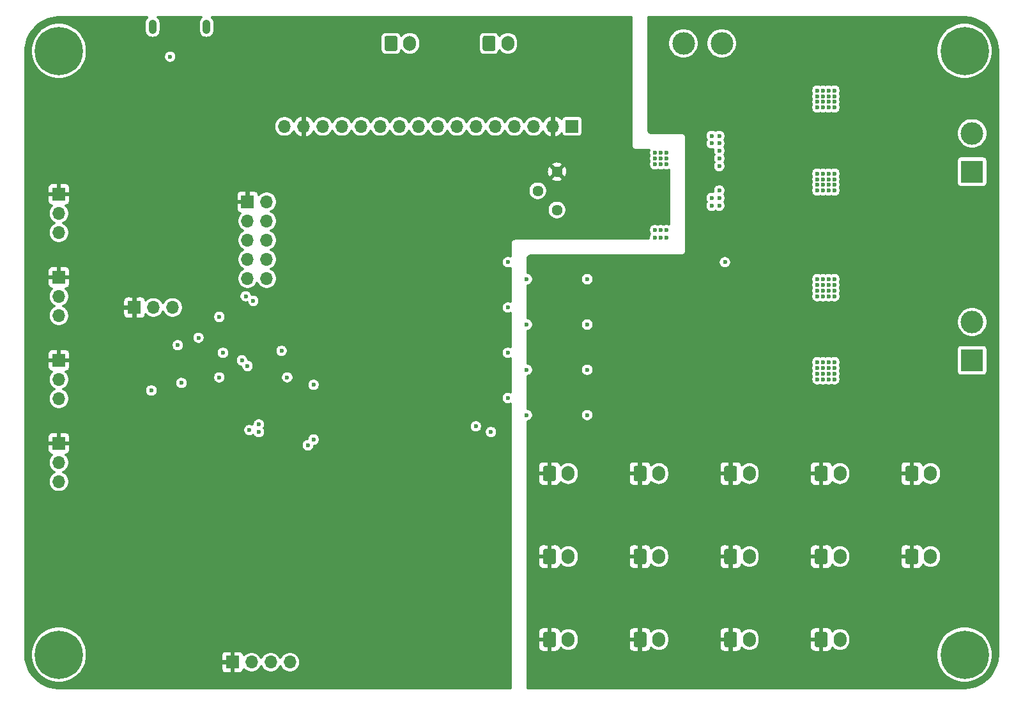
<source format=gbr>
%TF.GenerationSoftware,KiCad,Pcbnew,(5.1.5-131-g305ed0b65)-1*%
%TF.CreationDate,2021-01-25T18:11:24+08:00*%
%TF.ProjectId,OpenTEC,4f70656e-5445-4432-9e6b-696361645f70,rev?*%
%TF.SameCoordinates,Original*%
%TF.FileFunction,Copper,L3,Inr*%
%TF.FilePolarity,Positive*%
%FSLAX46Y46*%
G04 Gerber Fmt 4.6, Leading zero omitted, Abs format (unit mm)*
G04 Created by KiCad (PCBNEW (5.1.5-131-g305ed0b65)-1) date 2021-01-25 18:11:24*
%MOMM*%
%LPD*%
G01*
G04 APERTURE LIST*
%TA.AperFunction,ViaPad*%
%ADD10C,6.400000*%
%TD*%
%TA.AperFunction,ViaPad*%
%ADD11C,0.800000*%
%TD*%
%TA.AperFunction,ViaPad*%
%ADD12O,1.050000X1.900000*%
%TD*%
%TA.AperFunction,ViaPad*%
%ADD13C,3.000000*%
%TD*%
%TA.AperFunction,ViaPad*%
%ADD14R,3.000000X3.000000*%
%TD*%
%TA.AperFunction,ViaPad*%
%ADD15R,1.700000X1.700000*%
%TD*%
%TA.AperFunction,ViaPad*%
%ADD16O,1.700000X1.700000*%
%TD*%
%TA.AperFunction,ViaPad*%
%ADD17O,1.700000X2.000000*%
%TD*%
%TA.AperFunction,ViaPad*%
%ADD18C,1.440000*%
%TD*%
%TA.AperFunction,ViaPad*%
%ADD19C,0.600000*%
%TD*%
%TA.AperFunction,Conductor*%
%ADD20C,0.300000*%
%TD*%
G04 APERTURE END LIST*
D10*
%TO.N,Earth*%
%TO.C,H1*%
X79000000Y-51000000D03*
D11*
X81400000Y-51000000D03*
X80697056Y-52697056D03*
X79000000Y-53400000D03*
X77302944Y-52697056D03*
X76600000Y-51000000D03*
X77302944Y-49302944D03*
X79000000Y-48600000D03*
X80697056Y-49302944D03*
%TD*%
%TO.N,Earth*%
%TO.C,H2*%
X200697056Y-49302944D03*
X199000000Y-48600000D03*
X197302944Y-49302944D03*
X196600000Y-51000000D03*
X197302944Y-52697056D03*
X199000000Y-53400000D03*
X200697056Y-52697056D03*
X201400000Y-51000000D03*
D10*
X199000000Y-51000000D03*
%TD*%
%TO.N,Earth*%
%TO.C,H3*%
X199000000Y-131000000D03*
D11*
X201400000Y-131000000D03*
X200697056Y-132697056D03*
X199000000Y-133400000D03*
X197302944Y-132697056D03*
X196600000Y-131000000D03*
X197302944Y-129302944D03*
X199000000Y-128600000D03*
X200697056Y-129302944D03*
%TD*%
%TO.N,Earth*%
%TO.C,H4*%
X80697056Y-129302944D03*
X79000000Y-128600000D03*
X77302944Y-129302944D03*
X76600000Y-131000000D03*
X77302944Y-132697056D03*
X79000000Y-133400000D03*
X80697056Y-132697056D03*
X81400000Y-131000000D03*
D10*
X79000000Y-131000000D03*
%TD*%
D12*
%TO.N,Earth*%
%TO.C,J1*%
X98575000Y-47800000D03*
X91425000Y-47800000D03*
%TD*%
D13*
%TO.N,+12V*%
%TO.C,J2*%
X171920000Y-50000000D03*
%TO.N,GND*%
X166840000Y-50000000D03*
D14*
%TO.N,+12V*%
X177000000Y-50000000D03*
D13*
%TO.N,GND*%
X161760000Y-50000000D03*
%TD*%
D15*
%TO.N,+3V3*%
%TO.C,J3*%
X104000000Y-71000000D03*
D16*
%TO.N,JTAG_MS*%
X106540000Y-71000000D03*
%TO.N,GND*%
X104000000Y-73540000D03*
%TO.N,JTAG_CLK*%
X106540000Y-73540000D03*
%TO.N,GND*%
X104000000Y-76080000D03*
%TO.N,JTAG_DO*%
X106540000Y-76080000D03*
%TO.N,Net-(J3-Pad7)*%
X104000000Y-78620000D03*
%TO.N,JTAG_DI*%
X106540000Y-78620000D03*
%TO.N,GND*%
X104000000Y-81160000D03*
%TO.N,nRST*%
X106540000Y-81160000D03*
%TD*%
D15*
%TO.N,+3V3*%
%TO.C,J5*%
X102000000Y-132000000D03*
D16*
%TO.N,I2C_SCL*%
X104540000Y-132000000D03*
%TO.N,I2C_SDA*%
X107080000Y-132000000D03*
%TO.N,GND*%
X109620000Y-132000000D03*
%TD*%
D15*
%TO.N,+3V3*%
%TO.C,J6*%
X89000000Y-85000000D03*
D16*
%TO.N,BOOT*%
X91540000Y-85000000D03*
%TO.N,GND*%
X94080000Y-85000000D03*
%TD*%
D15*
%TO.N,+3V3*%
%TO.C,J7*%
X79000000Y-70000000D03*
D16*
%TO.N,TEMP0*%
X79000000Y-72540000D03*
%TO.N,GND*%
X79000000Y-75080000D03*
%TD*%
%TO.N,GND*%
%TO.C,J8*%
X79000000Y-86080000D03*
%TO.N,TEMP1*%
X79000000Y-83540000D03*
D15*
%TO.N,+3V3*%
X79000000Y-81000000D03*
%TD*%
%TO.N,+3V3*%
%TO.C,J9*%
X79000000Y-92000000D03*
D16*
%TO.N,TEMP2*%
X79000000Y-94540000D03*
%TO.N,GND*%
X79000000Y-97080000D03*
%TD*%
%TO.N,GND*%
%TO.C,J10*%
X79000000Y-108080000D03*
%TO.N,TEMP3*%
X79000000Y-105540000D03*
D15*
%TO.N,+3V3*%
X79000000Y-103000000D03*
%TD*%
D13*
%TO.N,Net-(J11-Pad2)*%
%TO.C,J11*%
X200000000Y-61920000D03*
D14*
%TO.N,Net-(J11-Pad1)*%
X200000000Y-67000000D03*
%TD*%
%TO.N,Net-(J12-Pad1)*%
%TO.C,J12*%
X200000000Y-92000000D03*
D13*
%TO.N,Net-(J12-Pad2)*%
X200000000Y-86920000D03*
%TD*%
D17*
%TO.N,GND*%
%TO.C,J13*%
X125500000Y-50000000D03*
%TO.N,+12V*%
%TA.AperFunction,ViaPad*%
G36*
G01*
X122150000Y-50750000D02*
X122150000Y-49250000D01*
G75*
G02*
X122400000Y-49000000I250000J0D01*
G01*
X123600000Y-49000000D01*
G75*
G02*
X123850000Y-49250000I0J-250000D01*
G01*
X123850000Y-50750000D01*
G75*
G02*
X123600000Y-51000000I-250000J0D01*
G01*
X122400000Y-51000000D01*
G75*
G02*
X122150000Y-50750000I0J250000D01*
G01*
G37*
%TD.AperFunction*%
%TD*%
%TO.N,+12V*%
%TO.C,J14*%
%TA.AperFunction,ViaPad*%
G36*
G01*
X135150000Y-50750000D02*
X135150000Y-49250000D01*
G75*
G02*
X135400000Y-49000000I250000J0D01*
G01*
X136600000Y-49000000D01*
G75*
G02*
X136850000Y-49250000I0J-250000D01*
G01*
X136850000Y-50750000D01*
G75*
G02*
X136600000Y-51000000I-250000J0D01*
G01*
X135400000Y-51000000D01*
G75*
G02*
X135150000Y-50750000I0J250000D01*
G01*
G37*
%TD.AperFunction*%
%TO.N,GND*%
X138500000Y-50000000D03*
%TD*%
%TO.N,+12V*%
%TO.C,J15*%
%TA.AperFunction,ViaPad*%
G36*
G01*
X143150000Y-107750000D02*
X143150000Y-106250000D01*
G75*
G02*
X143400000Y-106000000I250000J0D01*
G01*
X144600000Y-106000000D01*
G75*
G02*
X144850000Y-106250000I0J-250000D01*
G01*
X144850000Y-107750000D01*
G75*
G02*
X144600000Y-108000000I-250000J0D01*
G01*
X143400000Y-108000000D01*
G75*
G02*
X143150000Y-107750000I0J250000D01*
G01*
G37*
%TD.AperFunction*%
%TO.N,GND*%
X146500000Y-107000000D03*
%TD*%
%TO.N,GND*%
%TO.C,J16*%
X158500000Y-107000000D03*
%TO.N,+12V*%
%TA.AperFunction,ViaPad*%
G36*
G01*
X155150000Y-107750000D02*
X155150000Y-106250000D01*
G75*
G02*
X155400000Y-106000000I250000J0D01*
G01*
X156600000Y-106000000D01*
G75*
G02*
X156850000Y-106250000I0J-250000D01*
G01*
X156850000Y-107750000D01*
G75*
G02*
X156600000Y-108000000I-250000J0D01*
G01*
X155400000Y-108000000D01*
G75*
G02*
X155150000Y-107750000I0J250000D01*
G01*
G37*
%TD.AperFunction*%
%TD*%
%TO.N,+12V*%
%TO.C,J17*%
%TA.AperFunction,ViaPad*%
G36*
G01*
X167150000Y-107750000D02*
X167150000Y-106250000D01*
G75*
G02*
X167400000Y-106000000I250000J0D01*
G01*
X168600000Y-106000000D01*
G75*
G02*
X168850000Y-106250000I0J-250000D01*
G01*
X168850000Y-107750000D01*
G75*
G02*
X168600000Y-108000000I-250000J0D01*
G01*
X167400000Y-108000000D01*
G75*
G02*
X167150000Y-107750000I0J250000D01*
G01*
G37*
%TD.AperFunction*%
%TO.N,GND*%
X170500000Y-107000000D03*
%TD*%
%TO.N,GND*%
%TO.C,J18*%
X182500000Y-107000000D03*
%TO.N,+12V*%
%TA.AperFunction,ViaPad*%
G36*
G01*
X179150000Y-107750000D02*
X179150000Y-106250000D01*
G75*
G02*
X179400000Y-106000000I250000J0D01*
G01*
X180600000Y-106000000D01*
G75*
G02*
X180850000Y-106250000I0J-250000D01*
G01*
X180850000Y-107750000D01*
G75*
G02*
X180600000Y-108000000I-250000J0D01*
G01*
X179400000Y-108000000D01*
G75*
G02*
X179150000Y-107750000I0J250000D01*
G01*
G37*
%TD.AperFunction*%
%TD*%
%TO.N,+12V*%
%TO.C,J19*%
%TA.AperFunction,ViaPad*%
G36*
G01*
X191150000Y-107750000D02*
X191150000Y-106250000D01*
G75*
G02*
X191400000Y-106000000I250000J0D01*
G01*
X192600000Y-106000000D01*
G75*
G02*
X192850000Y-106250000I0J-250000D01*
G01*
X192850000Y-107750000D01*
G75*
G02*
X192600000Y-108000000I-250000J0D01*
G01*
X191400000Y-108000000D01*
G75*
G02*
X191150000Y-107750000I0J250000D01*
G01*
G37*
%TD.AperFunction*%
%TO.N,GND*%
X194500000Y-107000000D03*
%TD*%
%TO.N,GND*%
%TO.C,J20*%
X146500000Y-118000000D03*
%TO.N,+12V*%
%TA.AperFunction,ViaPad*%
G36*
G01*
X143150000Y-118750000D02*
X143150000Y-117250000D01*
G75*
G02*
X143400000Y-117000000I250000J0D01*
G01*
X144600000Y-117000000D01*
G75*
G02*
X144850000Y-117250000I0J-250000D01*
G01*
X144850000Y-118750000D01*
G75*
G02*
X144600000Y-119000000I-250000J0D01*
G01*
X143400000Y-119000000D01*
G75*
G02*
X143150000Y-118750000I0J250000D01*
G01*
G37*
%TD.AperFunction*%
%TD*%
%TO.N,+12V*%
%TO.C,J21*%
%TA.AperFunction,ViaPad*%
G36*
G01*
X155150000Y-118750000D02*
X155150000Y-117250000D01*
G75*
G02*
X155400000Y-117000000I250000J0D01*
G01*
X156600000Y-117000000D01*
G75*
G02*
X156850000Y-117250000I0J-250000D01*
G01*
X156850000Y-118750000D01*
G75*
G02*
X156600000Y-119000000I-250000J0D01*
G01*
X155400000Y-119000000D01*
G75*
G02*
X155150000Y-118750000I0J250000D01*
G01*
G37*
%TD.AperFunction*%
%TO.N,GND*%
X158500000Y-118000000D03*
%TD*%
%TO.N,GND*%
%TO.C,J22*%
X170500000Y-118000000D03*
%TO.N,+12V*%
%TA.AperFunction,ViaPad*%
G36*
G01*
X167150000Y-118750000D02*
X167150000Y-117250000D01*
G75*
G02*
X167400000Y-117000000I250000J0D01*
G01*
X168600000Y-117000000D01*
G75*
G02*
X168850000Y-117250000I0J-250000D01*
G01*
X168850000Y-118750000D01*
G75*
G02*
X168600000Y-119000000I-250000J0D01*
G01*
X167400000Y-119000000D01*
G75*
G02*
X167150000Y-118750000I0J250000D01*
G01*
G37*
%TD.AperFunction*%
%TD*%
%TO.N,+12V*%
%TO.C,J23*%
%TA.AperFunction,ViaPad*%
G36*
G01*
X179150000Y-118750000D02*
X179150000Y-117250000D01*
G75*
G02*
X179400000Y-117000000I250000J0D01*
G01*
X180600000Y-117000000D01*
G75*
G02*
X180850000Y-117250000I0J-250000D01*
G01*
X180850000Y-118750000D01*
G75*
G02*
X180600000Y-119000000I-250000J0D01*
G01*
X179400000Y-119000000D01*
G75*
G02*
X179150000Y-118750000I0J250000D01*
G01*
G37*
%TD.AperFunction*%
%TO.N,GND*%
X182500000Y-118000000D03*
%TD*%
%TO.N,GND*%
%TO.C,J24*%
X194500000Y-118000000D03*
%TO.N,+12V*%
%TA.AperFunction,ViaPad*%
G36*
G01*
X191150000Y-118750000D02*
X191150000Y-117250000D01*
G75*
G02*
X191400000Y-117000000I250000J0D01*
G01*
X192600000Y-117000000D01*
G75*
G02*
X192850000Y-117250000I0J-250000D01*
G01*
X192850000Y-118750000D01*
G75*
G02*
X192600000Y-119000000I-250000J0D01*
G01*
X191400000Y-119000000D01*
G75*
G02*
X191150000Y-118750000I0J250000D01*
G01*
G37*
%TD.AperFunction*%
%TD*%
%TO.N,+12V*%
%TO.C,J25*%
%TA.AperFunction,ViaPad*%
G36*
G01*
X143150000Y-129750000D02*
X143150000Y-128250000D01*
G75*
G02*
X143400000Y-128000000I250000J0D01*
G01*
X144600000Y-128000000D01*
G75*
G02*
X144850000Y-128250000I0J-250000D01*
G01*
X144850000Y-129750000D01*
G75*
G02*
X144600000Y-130000000I-250000J0D01*
G01*
X143400000Y-130000000D01*
G75*
G02*
X143150000Y-129750000I0J250000D01*
G01*
G37*
%TD.AperFunction*%
%TO.N,GND*%
X146500000Y-129000000D03*
%TD*%
%TO.N,GND*%
%TO.C,J26*%
X158500000Y-129000000D03*
%TO.N,+12V*%
%TA.AperFunction,ViaPad*%
G36*
G01*
X155150000Y-129750000D02*
X155150000Y-128250000D01*
G75*
G02*
X155400000Y-128000000I250000J0D01*
G01*
X156600000Y-128000000D01*
G75*
G02*
X156850000Y-128250000I0J-250000D01*
G01*
X156850000Y-129750000D01*
G75*
G02*
X156600000Y-130000000I-250000J0D01*
G01*
X155400000Y-130000000D01*
G75*
G02*
X155150000Y-129750000I0J250000D01*
G01*
G37*
%TD.AperFunction*%
%TD*%
%TO.N,+12V*%
%TO.C,J27*%
%TA.AperFunction,ViaPad*%
G36*
G01*
X167150000Y-129750000D02*
X167150000Y-128250000D01*
G75*
G02*
X167400000Y-128000000I250000J0D01*
G01*
X168600000Y-128000000D01*
G75*
G02*
X168850000Y-128250000I0J-250000D01*
G01*
X168850000Y-129750000D01*
G75*
G02*
X168600000Y-130000000I-250000J0D01*
G01*
X167400000Y-130000000D01*
G75*
G02*
X167150000Y-129750000I0J250000D01*
G01*
G37*
%TD.AperFunction*%
%TO.N,GND*%
X170500000Y-129000000D03*
%TD*%
%TO.N,GND*%
%TO.C,J28*%
X182500000Y-129000000D03*
%TO.N,+12V*%
%TA.AperFunction,ViaPad*%
G36*
G01*
X179150000Y-129750000D02*
X179150000Y-128250000D01*
G75*
G02*
X179400000Y-128000000I250000J0D01*
G01*
X180600000Y-128000000D01*
G75*
G02*
X180850000Y-128250000I0J-250000D01*
G01*
X180850000Y-129750000D01*
G75*
G02*
X180600000Y-130000000I-250000J0D01*
G01*
X179400000Y-130000000D01*
G75*
G02*
X179150000Y-129750000I0J250000D01*
G01*
G37*
%TD.AperFunction*%
%TD*%
D18*
%TO.N,GND*%
%TO.C,RV1*%
X145000000Y-72080000D03*
%TO.N,Net-(J4-Pad3)*%
X142460000Y-69540000D03*
%TO.N,+3V3*%
X145000000Y-67000000D03*
%TD*%
D15*
%TO.N,GND*%
%TO.C,J4*%
X147000000Y-61000000D03*
D16*
%TO.N,+3V3*%
X144460000Y-61000000D03*
%TO.N,Net-(J4-Pad3)*%
X141920000Y-61000000D03*
%TO.N,LCD_RS*%
X139380000Y-61000000D03*
%TO.N,GND*%
X136840000Y-61000000D03*
%TO.N,LCD_EN*%
X134300000Y-61000000D03*
%TO.N,GND*%
X131760000Y-61000000D03*
X129220000Y-61000000D03*
X126680000Y-61000000D03*
X124140000Y-61000000D03*
%TO.N,LCD_D4*%
X121600000Y-61000000D03*
%TO.N,LCD_D5*%
X119060000Y-61000000D03*
%TO.N,LCD_D6*%
X116520000Y-61000000D03*
%TO.N,LCD_D7*%
X113980000Y-61000000D03*
%TO.N,+3V3*%
X111440000Y-61000000D03*
%TO.N,GND*%
X108900000Y-61000000D03*
%TD*%
D19*
%TO.N,+12V*%
X159500000Y-60000000D03*
X159500000Y-60750000D03*
X159500000Y-61500000D03*
X158750000Y-60000000D03*
X158750000Y-60750000D03*
X158750000Y-61500000D03*
X158000000Y-60000000D03*
X158000000Y-60750000D03*
X158000000Y-61500000D03*
X179500000Y-59750000D03*
X180250000Y-59750000D03*
X181000000Y-59750000D03*
X181750000Y-59750000D03*
X181750000Y-60500000D03*
X181750000Y-61250000D03*
X181750000Y-62000000D03*
X181000000Y-62000000D03*
X181000000Y-61250000D03*
X181000000Y-60500000D03*
X180250000Y-60500000D03*
X179500000Y-60500000D03*
X179500000Y-61250000D03*
X180250000Y-61250000D03*
X180250000Y-62000000D03*
X179500000Y-62000000D03*
X181750000Y-70750000D03*
X181750000Y-71500000D03*
X181750000Y-72250000D03*
X181750000Y-73000000D03*
X181000000Y-73000000D03*
X180250000Y-73000000D03*
X179500000Y-73000000D03*
X179500000Y-72250000D03*
X179500000Y-71500000D03*
X179500000Y-70750000D03*
X180250000Y-70750000D03*
X181000000Y-70750000D03*
X181000000Y-71500000D03*
X181000000Y-72250000D03*
X180250000Y-72250000D03*
X180250000Y-71500000D03*
X179500000Y-84750000D03*
X180250000Y-84750000D03*
X181000000Y-84750000D03*
X181750000Y-84750000D03*
X181750000Y-85500000D03*
X181750000Y-86250000D03*
X181750000Y-87000000D03*
X181000000Y-87000000D03*
X181000000Y-86250000D03*
X181000000Y-85500000D03*
X180250000Y-85500000D03*
X180250000Y-86250000D03*
X180250000Y-87000000D03*
X179500000Y-87000000D03*
X179500000Y-86250000D03*
X179500000Y-85500000D03*
X181750000Y-95750000D03*
X181750000Y-96500000D03*
X181750000Y-97250000D03*
X181750000Y-98000000D03*
X181000000Y-98000000D03*
X180250000Y-98000000D03*
X179500000Y-98000000D03*
X179500000Y-97250000D03*
X179500000Y-96500000D03*
X179500000Y-95750000D03*
X180250000Y-95750000D03*
X181000000Y-95750000D03*
X181000000Y-96500000D03*
X181000000Y-97250000D03*
X180250000Y-97250000D03*
X180250000Y-96500000D03*
X154500000Y-79000000D03*
X154500000Y-85000000D03*
X154500000Y-91000000D03*
X154500000Y-97000000D03*
%TO.N,GND*%
X167250000Y-79000000D03*
X105500000Y-100500000D03*
X95250000Y-95000000D03*
X97500000Y-89000000D03*
X108500000Y-90750000D03*
X109250000Y-94250000D03*
X112750000Y-95250000D03*
X100250000Y-86250000D03*
X94750000Y-90000000D03*
X91250000Y-96000000D03*
X100750000Y-91000000D03*
X165500000Y-63250000D03*
X165500000Y-62250000D03*
X166500000Y-62250000D03*
X166500000Y-63250000D03*
X166500000Y-64250000D03*
X166500000Y-65250000D03*
X166500000Y-66250000D03*
X165500000Y-71500000D03*
X166500000Y-71500000D03*
X166500000Y-70500000D03*
X166500000Y-69500000D03*
X159500000Y-65250000D03*
X159500000Y-66000000D03*
X158750000Y-65250000D03*
X158750000Y-66000000D03*
X158000000Y-65250000D03*
X158000000Y-66000000D03*
X159500000Y-64500000D03*
X158750000Y-64500000D03*
X158000000Y-64500000D03*
X159500000Y-75750000D03*
X159500000Y-74750000D03*
X165500000Y-70500000D03*
X158750000Y-75750000D03*
X158750000Y-74750000D03*
X158000000Y-74750000D03*
X158000000Y-75750000D03*
X181750000Y-56250000D03*
X181750000Y-57000000D03*
X181750000Y-57750000D03*
X181750000Y-58500000D03*
X181000000Y-56250000D03*
X181000000Y-57000000D03*
X181000000Y-57750000D03*
X181000000Y-58500000D03*
X180250000Y-56250000D03*
X180250000Y-57000000D03*
X180250000Y-57750000D03*
X180250000Y-58500000D03*
X179500000Y-58500000D03*
X179500000Y-57750000D03*
X179500000Y-57000000D03*
X179500000Y-56250000D03*
X181750000Y-67250000D03*
X181750000Y-68000000D03*
X181750000Y-68750000D03*
X181750000Y-69500000D03*
X181000000Y-69500000D03*
X180250000Y-69500000D03*
X179500000Y-69500000D03*
X179500000Y-68750000D03*
X179500000Y-68000000D03*
X179500000Y-67250000D03*
X180250000Y-67250000D03*
X181000000Y-67250000D03*
X181000000Y-68000000D03*
X181000000Y-68750000D03*
X180250000Y-68750000D03*
X180250000Y-68000000D03*
X181750000Y-81250000D03*
X181750000Y-82000000D03*
X181750000Y-82750000D03*
X181750000Y-83500000D03*
X181000000Y-83500000D03*
X180250000Y-83500000D03*
X179500000Y-83500000D03*
X179500000Y-82750000D03*
X179500000Y-82000000D03*
X179500000Y-81250000D03*
X180250000Y-81250000D03*
X181000000Y-81250000D03*
X181000000Y-82000000D03*
X181000000Y-82750000D03*
X180250000Y-82750000D03*
X180250000Y-82000000D03*
X181750000Y-92250000D03*
X181750000Y-93000000D03*
X181750000Y-93750000D03*
X181750000Y-94500000D03*
X181000000Y-94500000D03*
X181000000Y-93750000D03*
X181000000Y-93000000D03*
X181000000Y-92250000D03*
X180250000Y-92250000D03*
X179500000Y-92250000D03*
X179500000Y-93000000D03*
X180250000Y-93000000D03*
X180250000Y-93750000D03*
X179500000Y-93750000D03*
X179500000Y-94500000D03*
X180250000Y-94500000D03*
X149000000Y-93250000D03*
X149000000Y-87250000D03*
X149000000Y-81250000D03*
X149000000Y-99250000D03*
X141000000Y-99250000D03*
X141000000Y-93250000D03*
X141000000Y-87250000D03*
X141000000Y-81250000D03*
X93750000Y-51750000D03*
%TO.N,+3V3*%
X107500000Y-89250000D03*
X106500000Y-100500000D03*
X104500000Y-127250000D03*
X107000000Y-127250000D03*
X95250000Y-96000000D03*
X98500000Y-89000000D03*
X102250000Y-88000000D03*
X109250000Y-93250000D03*
X159500000Y-72500000D03*
X159500000Y-73500000D03*
X158750000Y-73500000D03*
X158750000Y-72500000D03*
X158000000Y-72500000D03*
X158000000Y-73500000D03*
%TO.N,nRST*%
X100250000Y-94250000D03*
%TO.N,LCD_RS*%
X112000000Y-103250000D03*
X136250000Y-101500000D03*
%TO.N,LCD_EN*%
X112750000Y-102500000D03*
X134250000Y-100750000D03*
%TO.N,I2C_SCL*%
X104250000Y-101250000D03*
%TO.N,I2C_SDA*%
X105500000Y-101500000D03*
%TO.N,HB_A1*%
X104750000Y-84125000D03*
X138500000Y-85000000D03*
%TO.N,HB_A2*%
X103750000Y-83500000D03*
X138500000Y-79000000D03*
%TO.N,HB_B1*%
X104000000Y-92750000D03*
X138500000Y-97000000D03*
%TO.N,HB_B2*%
X103250000Y-92000000D03*
X138500000Y-91000000D03*
%TD*%
D20*
%TO.N,+3V3*%
G36*
X90661184Y-46611183D02*
G01*
X90526847Y-46774872D01*
X90427025Y-46961625D01*
X90365555Y-47164263D01*
X90350000Y-47322194D01*
X90350000Y-48277805D01*
X90365555Y-48435736D01*
X90427024Y-48638374D01*
X90526846Y-48825128D01*
X90661183Y-48988817D01*
X90824872Y-49123154D01*
X91011625Y-49222976D01*
X91214263Y-49284445D01*
X91425000Y-49305201D01*
X91635736Y-49284445D01*
X91838374Y-49222976D01*
X92025128Y-49123154D01*
X92188817Y-48988817D01*
X92323154Y-48825128D01*
X92422976Y-48638375D01*
X92484445Y-48435737D01*
X92500000Y-48277806D01*
X92500000Y-47322195D01*
X92484445Y-47164263D01*
X92422976Y-46961625D01*
X92323154Y-46774872D01*
X92188817Y-46611183D01*
X92144728Y-46575000D01*
X97855272Y-46575000D01*
X97811183Y-46611183D01*
X97676846Y-46774872D01*
X97577024Y-46961626D01*
X97515555Y-47164264D01*
X97500000Y-47322195D01*
X97500000Y-48277806D01*
X97515555Y-48435737D01*
X97577025Y-48638375D01*
X97676847Y-48825128D01*
X97811184Y-48988817D01*
X97974873Y-49123154D01*
X98161626Y-49222976D01*
X98364264Y-49284445D01*
X98575000Y-49305201D01*
X98785737Y-49284445D01*
X98899287Y-49250000D01*
X121597339Y-49250000D01*
X121597339Y-50750000D01*
X121612762Y-50906591D01*
X121658438Y-51057165D01*
X121732612Y-51195935D01*
X121832433Y-51317567D01*
X121954065Y-51417388D01*
X122092835Y-51491562D01*
X122243409Y-51537238D01*
X122400000Y-51552661D01*
X123600000Y-51552661D01*
X123756591Y-51537238D01*
X123907165Y-51491562D01*
X124045935Y-51417388D01*
X124167567Y-51317567D01*
X124267388Y-51195935D01*
X124341562Y-51057165D01*
X124366344Y-50975469D01*
X124505262Y-51144739D01*
X124718439Y-51319690D01*
X124961652Y-51449690D01*
X125225553Y-51529743D01*
X125500000Y-51556774D01*
X125774448Y-51529743D01*
X126038349Y-51449690D01*
X126281562Y-51319690D01*
X126494739Y-51144739D01*
X126669690Y-50931562D01*
X126799690Y-50688348D01*
X126879743Y-50424447D01*
X126900000Y-50218776D01*
X126900000Y-49781223D01*
X126879743Y-49575552D01*
X126799690Y-49311651D01*
X126766737Y-49250000D01*
X134597339Y-49250000D01*
X134597339Y-50750000D01*
X134612762Y-50906591D01*
X134658438Y-51057165D01*
X134732612Y-51195935D01*
X134832433Y-51317567D01*
X134954065Y-51417388D01*
X135092835Y-51491562D01*
X135243409Y-51537238D01*
X135400000Y-51552661D01*
X136600000Y-51552661D01*
X136756591Y-51537238D01*
X136907165Y-51491562D01*
X137045935Y-51417388D01*
X137167567Y-51317567D01*
X137267388Y-51195935D01*
X137341562Y-51057165D01*
X137366344Y-50975469D01*
X137505262Y-51144739D01*
X137718439Y-51319690D01*
X137961652Y-51449690D01*
X138225553Y-51529743D01*
X138500000Y-51556774D01*
X138774448Y-51529743D01*
X139038349Y-51449690D01*
X139281562Y-51319690D01*
X139494739Y-51144739D01*
X139669690Y-50931562D01*
X139799690Y-50688348D01*
X139879743Y-50424447D01*
X139900000Y-50218776D01*
X139900000Y-49781223D01*
X139879743Y-49575552D01*
X139799690Y-49311651D01*
X139669690Y-49068438D01*
X139494738Y-48855261D01*
X139281561Y-48680310D01*
X139038348Y-48550310D01*
X138774447Y-48470257D01*
X138500000Y-48443226D01*
X138225552Y-48470257D01*
X137961651Y-48550310D01*
X137718438Y-48680310D01*
X137505261Y-48855262D01*
X137366344Y-49024531D01*
X137341562Y-48942835D01*
X137267388Y-48804065D01*
X137167567Y-48682433D01*
X137045935Y-48582612D01*
X136907165Y-48508438D01*
X136756591Y-48462762D01*
X136600000Y-48447339D01*
X135400000Y-48447339D01*
X135243409Y-48462762D01*
X135092835Y-48508438D01*
X134954065Y-48582612D01*
X134832433Y-48682433D01*
X134732612Y-48804065D01*
X134658438Y-48942835D01*
X134612762Y-49093409D01*
X134597339Y-49250000D01*
X126766737Y-49250000D01*
X126669690Y-49068438D01*
X126494738Y-48855261D01*
X126281561Y-48680310D01*
X126038348Y-48550310D01*
X125774447Y-48470257D01*
X125500000Y-48443226D01*
X125225552Y-48470257D01*
X124961651Y-48550310D01*
X124718438Y-48680310D01*
X124505261Y-48855262D01*
X124366344Y-49024531D01*
X124341562Y-48942835D01*
X124267388Y-48804065D01*
X124167567Y-48682433D01*
X124045935Y-48582612D01*
X123907165Y-48508438D01*
X123756591Y-48462762D01*
X123600000Y-48447339D01*
X122400000Y-48447339D01*
X122243409Y-48462762D01*
X122092835Y-48508438D01*
X121954065Y-48582612D01*
X121832433Y-48682433D01*
X121732612Y-48804065D01*
X121658438Y-48942835D01*
X121612762Y-49093409D01*
X121597339Y-49250000D01*
X98899287Y-49250000D01*
X98988375Y-49222976D01*
X99175128Y-49123154D01*
X99338817Y-48988817D01*
X99473154Y-48825128D01*
X99572976Y-48638375D01*
X99634445Y-48435737D01*
X99650000Y-48277805D01*
X99650000Y-47322194D01*
X99634445Y-47164263D01*
X99572976Y-46961625D01*
X99473154Y-46774872D01*
X99338817Y-46611183D01*
X99294728Y-46575000D01*
X154850000Y-46575000D01*
X154850000Y-63500000D01*
X154851283Y-63519579D01*
X154868320Y-63648989D01*
X154878455Y-63686813D01*
X154928405Y-63807403D01*
X154947985Y-63841315D01*
X155027445Y-63944868D01*
X155055132Y-63972555D01*
X155158685Y-64052015D01*
X155192597Y-64071595D01*
X155313187Y-64121545D01*
X155351011Y-64131680D01*
X155480421Y-64148717D01*
X155500000Y-64150000D01*
X157224941Y-64150000D01*
X157182665Y-64252064D01*
X157150000Y-64416282D01*
X157150000Y-64583718D01*
X157182665Y-64747936D01*
X157235297Y-64875000D01*
X157182665Y-65002064D01*
X157150000Y-65166282D01*
X157150000Y-65333718D01*
X157182665Y-65497936D01*
X157235297Y-65625000D01*
X157182665Y-65752064D01*
X157150000Y-65916282D01*
X157150000Y-66083718D01*
X157182665Y-66247936D01*
X157246740Y-66402626D01*
X157339762Y-66541844D01*
X157458156Y-66660238D01*
X157597374Y-66753260D01*
X157752064Y-66817335D01*
X157916282Y-66850000D01*
X158083718Y-66850000D01*
X158247936Y-66817335D01*
X158375000Y-66764703D01*
X158502064Y-66817335D01*
X158666282Y-66850000D01*
X158833718Y-66850000D01*
X158997936Y-66817335D01*
X159125000Y-66764703D01*
X159252064Y-66817335D01*
X159416282Y-66850000D01*
X159583718Y-66850000D01*
X159747936Y-66817335D01*
X159850000Y-66775059D01*
X159850000Y-73974941D01*
X159747936Y-73932665D01*
X159583718Y-73900000D01*
X159416282Y-73900000D01*
X159252064Y-73932665D01*
X159125000Y-73985297D01*
X158997936Y-73932665D01*
X158833718Y-73900000D01*
X158666282Y-73900000D01*
X158502064Y-73932665D01*
X158375000Y-73985297D01*
X158247936Y-73932665D01*
X158083718Y-73900000D01*
X157916282Y-73900000D01*
X157752064Y-73932665D01*
X157597374Y-73996740D01*
X157458156Y-74089762D01*
X157339762Y-74208156D01*
X157246740Y-74347374D01*
X157182665Y-74502064D01*
X157150000Y-74666282D01*
X157150000Y-74833718D01*
X157182665Y-74997936D01*
X157246740Y-75152626D01*
X157311803Y-75250000D01*
X157246740Y-75347374D01*
X157182665Y-75502064D01*
X157150000Y-75666282D01*
X157150000Y-75833718D01*
X157153239Y-75850000D01*
X139500000Y-75850000D01*
X139480421Y-75851283D01*
X139351011Y-75868320D01*
X139313187Y-75878455D01*
X139192597Y-75928405D01*
X139158685Y-75947985D01*
X139055132Y-76027445D01*
X139027445Y-76055132D01*
X138947985Y-76158685D01*
X138928405Y-76192597D01*
X138878455Y-76313187D01*
X138868320Y-76351011D01*
X138851283Y-76480421D01*
X138850000Y-76500000D01*
X138850000Y-78224941D01*
X138747936Y-78182665D01*
X138583718Y-78150000D01*
X138416282Y-78150000D01*
X138252064Y-78182665D01*
X138097374Y-78246740D01*
X137958156Y-78339762D01*
X137839762Y-78458156D01*
X137746740Y-78597374D01*
X137682665Y-78752064D01*
X137650000Y-78916282D01*
X137650000Y-79083718D01*
X137682665Y-79247936D01*
X137746740Y-79402626D01*
X137839762Y-79541844D01*
X137958156Y-79660238D01*
X138097374Y-79753260D01*
X138252064Y-79817335D01*
X138416282Y-79850000D01*
X138583718Y-79850000D01*
X138747936Y-79817335D01*
X138850000Y-79775059D01*
X138850000Y-84224941D01*
X138747936Y-84182665D01*
X138583718Y-84150000D01*
X138416282Y-84150000D01*
X138252064Y-84182665D01*
X138097374Y-84246740D01*
X137958156Y-84339762D01*
X137839762Y-84458156D01*
X137746740Y-84597374D01*
X137682665Y-84752064D01*
X137650000Y-84916282D01*
X137650000Y-85083718D01*
X137682665Y-85247936D01*
X137746740Y-85402626D01*
X137839762Y-85541844D01*
X137958156Y-85660238D01*
X138097374Y-85753260D01*
X138252064Y-85817335D01*
X138416282Y-85850000D01*
X138583718Y-85850000D01*
X138747936Y-85817335D01*
X138850000Y-85775059D01*
X138850000Y-90224941D01*
X138747936Y-90182665D01*
X138583718Y-90150000D01*
X138416282Y-90150000D01*
X138252064Y-90182665D01*
X138097374Y-90246740D01*
X137958156Y-90339762D01*
X137839762Y-90458156D01*
X137746740Y-90597374D01*
X137682665Y-90752064D01*
X137650000Y-90916282D01*
X137650000Y-91083718D01*
X137682665Y-91247936D01*
X137746740Y-91402626D01*
X137839762Y-91541844D01*
X137958156Y-91660238D01*
X138097374Y-91753260D01*
X138252064Y-91817335D01*
X138416282Y-91850000D01*
X138583718Y-91850000D01*
X138747936Y-91817335D01*
X138850000Y-91775059D01*
X138850000Y-96224941D01*
X138747936Y-96182665D01*
X138583718Y-96150000D01*
X138416282Y-96150000D01*
X138252064Y-96182665D01*
X138097374Y-96246740D01*
X137958156Y-96339762D01*
X137839762Y-96458156D01*
X137746740Y-96597374D01*
X137682665Y-96752064D01*
X137650000Y-96916282D01*
X137650000Y-97083718D01*
X137682665Y-97247936D01*
X137746740Y-97402626D01*
X137839762Y-97541844D01*
X137958156Y-97660238D01*
X138097374Y-97753260D01*
X138252064Y-97817335D01*
X138416282Y-97850000D01*
X138583718Y-97850000D01*
X138747936Y-97817335D01*
X138850000Y-97775059D01*
X138850000Y-135425000D01*
X79025612Y-135425000D01*
X78216805Y-135352816D01*
X77458366Y-135145330D01*
X76748652Y-134806814D01*
X76110109Y-134347974D01*
X75562905Y-133783305D01*
X75124348Y-133130662D01*
X74808291Y-132410667D01*
X74623669Y-131641660D01*
X74575000Y-130978913D01*
X74575000Y-130630657D01*
X75250000Y-130630657D01*
X75250000Y-131369343D01*
X75394110Y-132093835D01*
X75676793Y-132776291D01*
X76087185Y-133390486D01*
X76609514Y-133912815D01*
X77223709Y-134323207D01*
X77906165Y-134605890D01*
X78630657Y-134750000D01*
X79369343Y-134750000D01*
X80093835Y-134605890D01*
X80776291Y-134323207D01*
X81390486Y-133912815D01*
X81912815Y-133390486D01*
X82273956Y-132850000D01*
X100488816Y-132850000D01*
X100501520Y-132978991D01*
X100539146Y-133103024D01*
X100600246Y-133217334D01*
X100682472Y-133317528D01*
X100782666Y-133399754D01*
X100896976Y-133460854D01*
X101021009Y-133498480D01*
X101150000Y-133511184D01*
X101731500Y-133508000D01*
X101896000Y-133343500D01*
X101896000Y-132104000D01*
X100656500Y-132104000D01*
X100492000Y-132268500D01*
X100488816Y-132850000D01*
X82273956Y-132850000D01*
X82323207Y-132776291D01*
X82605890Y-132093835D01*
X82750000Y-131369343D01*
X82750000Y-131150000D01*
X100488816Y-131150000D01*
X100492000Y-131731500D01*
X100656500Y-131896000D01*
X101896000Y-131896000D01*
X101896000Y-130656500D01*
X102104000Y-130656500D01*
X102104000Y-131896000D01*
X102124000Y-131896000D01*
X102124000Y-132104000D01*
X102104000Y-132104000D01*
X102104000Y-133343500D01*
X102268500Y-133508000D01*
X102850000Y-133511184D01*
X102978991Y-133498480D01*
X103103024Y-133460854D01*
X103217334Y-133399754D01*
X103317528Y-133317528D01*
X103399754Y-133217334D01*
X103460854Y-133103024D01*
X103498480Y-132978991D01*
X103502121Y-132942020D01*
X103647552Y-133087451D01*
X103876851Y-133240664D01*
X104131635Y-133346199D01*
X104402112Y-133400000D01*
X104677888Y-133400000D01*
X104948365Y-133346199D01*
X105203149Y-133240664D01*
X105432448Y-133087451D01*
X105627451Y-132892448D01*
X105780664Y-132663149D01*
X105810000Y-132592326D01*
X105839336Y-132663149D01*
X105992549Y-132892448D01*
X106187552Y-133087451D01*
X106416851Y-133240664D01*
X106671635Y-133346199D01*
X106942112Y-133400000D01*
X107217888Y-133400000D01*
X107488365Y-133346199D01*
X107743149Y-133240664D01*
X107972448Y-133087451D01*
X108167451Y-132892448D01*
X108320664Y-132663149D01*
X108350000Y-132592326D01*
X108379336Y-132663149D01*
X108532549Y-132892448D01*
X108727552Y-133087451D01*
X108956851Y-133240664D01*
X109211635Y-133346199D01*
X109482112Y-133400000D01*
X109757888Y-133400000D01*
X110028365Y-133346199D01*
X110283149Y-133240664D01*
X110512448Y-133087451D01*
X110707451Y-132892448D01*
X110860664Y-132663149D01*
X110966199Y-132408365D01*
X111020000Y-132137888D01*
X111020000Y-131862112D01*
X110966199Y-131591635D01*
X110860664Y-131336851D01*
X110707451Y-131107552D01*
X110512448Y-130912549D01*
X110283149Y-130759336D01*
X110028365Y-130653801D01*
X109757888Y-130600000D01*
X109482112Y-130600000D01*
X109211635Y-130653801D01*
X108956851Y-130759336D01*
X108727552Y-130912549D01*
X108532549Y-131107552D01*
X108379336Y-131336851D01*
X108350000Y-131407674D01*
X108320664Y-131336851D01*
X108167451Y-131107552D01*
X107972448Y-130912549D01*
X107743149Y-130759336D01*
X107488365Y-130653801D01*
X107217888Y-130600000D01*
X106942112Y-130600000D01*
X106671635Y-130653801D01*
X106416851Y-130759336D01*
X106187552Y-130912549D01*
X105992549Y-131107552D01*
X105839336Y-131336851D01*
X105810000Y-131407674D01*
X105780664Y-131336851D01*
X105627451Y-131107552D01*
X105432448Y-130912549D01*
X105203149Y-130759336D01*
X104948365Y-130653801D01*
X104677888Y-130600000D01*
X104402112Y-130600000D01*
X104131635Y-130653801D01*
X103876851Y-130759336D01*
X103647552Y-130912549D01*
X103502121Y-131057980D01*
X103498480Y-131021009D01*
X103460854Y-130896976D01*
X103399754Y-130782666D01*
X103317528Y-130682472D01*
X103217334Y-130600246D01*
X103103024Y-130539146D01*
X102978991Y-130501520D01*
X102850000Y-130488816D01*
X102268500Y-130492000D01*
X102104000Y-130656500D01*
X101896000Y-130656500D01*
X101731500Y-130492000D01*
X101150000Y-130488816D01*
X101021009Y-130501520D01*
X100896976Y-130539146D01*
X100782666Y-130600246D01*
X100682472Y-130682472D01*
X100600246Y-130782666D01*
X100539146Y-130896976D01*
X100501520Y-131021009D01*
X100488816Y-131150000D01*
X82750000Y-131150000D01*
X82750000Y-130630657D01*
X82605890Y-129906165D01*
X82323207Y-129223709D01*
X81912815Y-128609514D01*
X81390486Y-128087185D01*
X80776291Y-127676793D01*
X80093835Y-127394110D01*
X79369343Y-127250000D01*
X78630657Y-127250000D01*
X77906165Y-127394110D01*
X77223709Y-127676793D01*
X76609514Y-128087185D01*
X76087185Y-128609514D01*
X75676793Y-129223709D01*
X75394110Y-129906165D01*
X75250000Y-130630657D01*
X74575000Y-130630657D01*
X74575000Y-103850000D01*
X77488816Y-103850000D01*
X77501520Y-103978991D01*
X77539146Y-104103024D01*
X77600246Y-104217334D01*
X77682472Y-104317528D01*
X77782666Y-104399754D01*
X77896976Y-104460854D01*
X78021009Y-104498480D01*
X78057980Y-104502121D01*
X77912549Y-104647552D01*
X77759336Y-104876851D01*
X77653801Y-105131635D01*
X77600000Y-105402112D01*
X77600000Y-105677888D01*
X77653801Y-105948365D01*
X77759336Y-106203149D01*
X77912549Y-106432448D01*
X78107552Y-106627451D01*
X78336851Y-106780664D01*
X78407674Y-106810000D01*
X78336851Y-106839336D01*
X78107552Y-106992549D01*
X77912549Y-107187552D01*
X77759336Y-107416851D01*
X77653801Y-107671635D01*
X77600000Y-107942112D01*
X77600000Y-108217888D01*
X77653801Y-108488365D01*
X77759336Y-108743149D01*
X77912549Y-108972448D01*
X78107552Y-109167451D01*
X78336851Y-109320664D01*
X78591635Y-109426199D01*
X78862112Y-109480000D01*
X79137888Y-109480000D01*
X79408365Y-109426199D01*
X79663149Y-109320664D01*
X79892448Y-109167451D01*
X80087451Y-108972448D01*
X80240664Y-108743149D01*
X80346199Y-108488365D01*
X80400000Y-108217888D01*
X80400000Y-107942112D01*
X80346199Y-107671635D01*
X80240664Y-107416851D01*
X80087451Y-107187552D01*
X79892448Y-106992549D01*
X79663149Y-106839336D01*
X79592326Y-106810000D01*
X79663149Y-106780664D01*
X79892448Y-106627451D01*
X80087451Y-106432448D01*
X80240664Y-106203149D01*
X80346199Y-105948365D01*
X80400000Y-105677888D01*
X80400000Y-105402112D01*
X80346199Y-105131635D01*
X80240664Y-104876851D01*
X80087451Y-104647552D01*
X79942020Y-104502121D01*
X79978991Y-104498480D01*
X80103024Y-104460854D01*
X80217334Y-104399754D01*
X80317528Y-104317528D01*
X80399754Y-104217334D01*
X80460854Y-104103024D01*
X80498480Y-103978991D01*
X80511184Y-103850000D01*
X80508000Y-103268500D01*
X80405782Y-103166282D01*
X111150000Y-103166282D01*
X111150000Y-103333718D01*
X111182665Y-103497936D01*
X111246740Y-103652626D01*
X111339762Y-103791844D01*
X111458156Y-103910238D01*
X111597374Y-104003260D01*
X111752064Y-104067335D01*
X111916282Y-104100000D01*
X112083718Y-104100000D01*
X112247936Y-104067335D01*
X112402626Y-104003260D01*
X112541844Y-103910238D01*
X112660238Y-103791844D01*
X112753260Y-103652626D01*
X112817335Y-103497936D01*
X112847299Y-103347299D01*
X112997936Y-103317335D01*
X113152626Y-103253260D01*
X113291844Y-103160238D01*
X113410238Y-103041844D01*
X113503260Y-102902626D01*
X113567335Y-102747936D01*
X113600000Y-102583718D01*
X113600000Y-102416282D01*
X113567335Y-102252064D01*
X113503260Y-102097374D01*
X113410238Y-101958156D01*
X113291844Y-101839762D01*
X113152626Y-101746740D01*
X112997936Y-101682665D01*
X112833718Y-101650000D01*
X112666282Y-101650000D01*
X112502064Y-101682665D01*
X112347374Y-101746740D01*
X112208156Y-101839762D01*
X112089762Y-101958156D01*
X111996740Y-102097374D01*
X111932665Y-102252064D01*
X111902701Y-102402701D01*
X111752064Y-102432665D01*
X111597374Y-102496740D01*
X111458156Y-102589762D01*
X111339762Y-102708156D01*
X111246740Y-102847374D01*
X111182665Y-103002064D01*
X111150000Y-103166282D01*
X80405782Y-103166282D01*
X80343500Y-103104000D01*
X79104000Y-103104000D01*
X79104000Y-103124000D01*
X78896000Y-103124000D01*
X78896000Y-103104000D01*
X77656500Y-103104000D01*
X77492000Y-103268500D01*
X77488816Y-103850000D01*
X74575000Y-103850000D01*
X74575000Y-102150000D01*
X77488816Y-102150000D01*
X77492000Y-102731500D01*
X77656500Y-102896000D01*
X78896000Y-102896000D01*
X78896000Y-101656500D01*
X79104000Y-101656500D01*
X79104000Y-102896000D01*
X80343500Y-102896000D01*
X80508000Y-102731500D01*
X80511184Y-102150000D01*
X80498480Y-102021009D01*
X80460854Y-101896976D01*
X80399754Y-101782666D01*
X80317528Y-101682472D01*
X80217334Y-101600246D01*
X80103024Y-101539146D01*
X79978991Y-101501520D01*
X79850000Y-101488816D01*
X79268500Y-101492000D01*
X79104000Y-101656500D01*
X78896000Y-101656500D01*
X78731500Y-101492000D01*
X78150000Y-101488816D01*
X78021009Y-101501520D01*
X77896976Y-101539146D01*
X77782666Y-101600246D01*
X77682472Y-101682472D01*
X77600246Y-101782666D01*
X77539146Y-101896976D01*
X77501520Y-102021009D01*
X77488816Y-102150000D01*
X74575000Y-102150000D01*
X74575000Y-101166282D01*
X103400000Y-101166282D01*
X103400000Y-101333718D01*
X103432665Y-101497936D01*
X103496740Y-101652626D01*
X103589762Y-101791844D01*
X103708156Y-101910238D01*
X103847374Y-102003260D01*
X104002064Y-102067335D01*
X104166282Y-102100000D01*
X104333718Y-102100000D01*
X104497936Y-102067335D01*
X104652626Y-102003260D01*
X104764178Y-101928724D01*
X104839762Y-102041844D01*
X104958156Y-102160238D01*
X105097374Y-102253260D01*
X105252064Y-102317335D01*
X105416282Y-102350000D01*
X105583718Y-102350000D01*
X105747936Y-102317335D01*
X105902626Y-102253260D01*
X106041844Y-102160238D01*
X106160238Y-102041844D01*
X106253260Y-101902626D01*
X106317335Y-101747936D01*
X106350000Y-101583718D01*
X106350000Y-101416282D01*
X106317335Y-101252064D01*
X106253260Y-101097374D01*
X106188197Y-101000000D01*
X106253260Y-100902626D01*
X106317335Y-100747936D01*
X106333576Y-100666282D01*
X133400000Y-100666282D01*
X133400000Y-100833718D01*
X133432665Y-100997936D01*
X133496740Y-101152626D01*
X133589762Y-101291844D01*
X133708156Y-101410238D01*
X133847374Y-101503260D01*
X134002064Y-101567335D01*
X134166282Y-101600000D01*
X134333718Y-101600000D01*
X134497936Y-101567335D01*
X134652626Y-101503260D01*
X134782798Y-101416282D01*
X135400000Y-101416282D01*
X135400000Y-101583718D01*
X135432665Y-101747936D01*
X135496740Y-101902626D01*
X135589762Y-102041844D01*
X135708156Y-102160238D01*
X135847374Y-102253260D01*
X136002064Y-102317335D01*
X136166282Y-102350000D01*
X136333718Y-102350000D01*
X136497936Y-102317335D01*
X136652626Y-102253260D01*
X136791844Y-102160238D01*
X136910238Y-102041844D01*
X137003260Y-101902626D01*
X137067335Y-101747936D01*
X137100000Y-101583718D01*
X137100000Y-101416282D01*
X137067335Y-101252064D01*
X137003260Y-101097374D01*
X136910238Y-100958156D01*
X136791844Y-100839762D01*
X136652626Y-100746740D01*
X136497936Y-100682665D01*
X136333718Y-100650000D01*
X136166282Y-100650000D01*
X136002064Y-100682665D01*
X135847374Y-100746740D01*
X135708156Y-100839762D01*
X135589762Y-100958156D01*
X135496740Y-101097374D01*
X135432665Y-101252064D01*
X135400000Y-101416282D01*
X134782798Y-101416282D01*
X134791844Y-101410238D01*
X134910238Y-101291844D01*
X135003260Y-101152626D01*
X135067335Y-100997936D01*
X135100000Y-100833718D01*
X135100000Y-100666282D01*
X135067335Y-100502064D01*
X135003260Y-100347374D01*
X134910238Y-100208156D01*
X134791844Y-100089762D01*
X134652626Y-99996740D01*
X134497936Y-99932665D01*
X134333718Y-99900000D01*
X134166282Y-99900000D01*
X134002064Y-99932665D01*
X133847374Y-99996740D01*
X133708156Y-100089762D01*
X133589762Y-100208156D01*
X133496740Y-100347374D01*
X133432665Y-100502064D01*
X133400000Y-100666282D01*
X106333576Y-100666282D01*
X106350000Y-100583718D01*
X106350000Y-100416282D01*
X106317335Y-100252064D01*
X106253260Y-100097374D01*
X106160238Y-99958156D01*
X106041844Y-99839762D01*
X105902626Y-99746740D01*
X105747936Y-99682665D01*
X105583718Y-99650000D01*
X105416282Y-99650000D01*
X105252064Y-99682665D01*
X105097374Y-99746740D01*
X104958156Y-99839762D01*
X104839762Y-99958156D01*
X104746740Y-100097374D01*
X104682665Y-100252064D01*
X104650000Y-100416282D01*
X104650000Y-100495652D01*
X104497936Y-100432665D01*
X104333718Y-100400000D01*
X104166282Y-100400000D01*
X104002064Y-100432665D01*
X103847374Y-100496740D01*
X103708156Y-100589762D01*
X103589762Y-100708156D01*
X103496740Y-100847374D01*
X103432665Y-101002064D01*
X103400000Y-101166282D01*
X74575000Y-101166282D01*
X74575000Y-92850000D01*
X77488816Y-92850000D01*
X77501520Y-92978991D01*
X77539146Y-93103024D01*
X77600246Y-93217334D01*
X77682472Y-93317528D01*
X77782666Y-93399754D01*
X77896976Y-93460854D01*
X78021009Y-93498480D01*
X78057980Y-93502121D01*
X77912549Y-93647552D01*
X77759336Y-93876851D01*
X77653801Y-94131635D01*
X77600000Y-94402112D01*
X77600000Y-94677888D01*
X77653801Y-94948365D01*
X77759336Y-95203149D01*
X77912549Y-95432448D01*
X78107552Y-95627451D01*
X78336851Y-95780664D01*
X78407674Y-95810000D01*
X78336851Y-95839336D01*
X78107552Y-95992549D01*
X77912549Y-96187552D01*
X77759336Y-96416851D01*
X77653801Y-96671635D01*
X77600000Y-96942112D01*
X77600000Y-97217888D01*
X77653801Y-97488365D01*
X77759336Y-97743149D01*
X77912549Y-97972448D01*
X78107552Y-98167451D01*
X78336851Y-98320664D01*
X78591635Y-98426199D01*
X78862112Y-98480000D01*
X79137888Y-98480000D01*
X79408365Y-98426199D01*
X79663149Y-98320664D01*
X79892448Y-98167451D01*
X80087451Y-97972448D01*
X80240664Y-97743149D01*
X80346199Y-97488365D01*
X80400000Y-97217888D01*
X80400000Y-96942112D01*
X80346199Y-96671635D01*
X80240664Y-96416851D01*
X80087451Y-96187552D01*
X79892448Y-95992549D01*
X79778307Y-95916282D01*
X90400000Y-95916282D01*
X90400000Y-96083718D01*
X90432665Y-96247936D01*
X90496740Y-96402626D01*
X90589762Y-96541844D01*
X90708156Y-96660238D01*
X90847374Y-96753260D01*
X91002064Y-96817335D01*
X91166282Y-96850000D01*
X91333718Y-96850000D01*
X91497936Y-96817335D01*
X91652626Y-96753260D01*
X91791844Y-96660238D01*
X91910238Y-96541844D01*
X92003260Y-96402626D01*
X92067335Y-96247936D01*
X92100000Y-96083718D01*
X92100000Y-95916282D01*
X92067335Y-95752064D01*
X92003260Y-95597374D01*
X91910238Y-95458156D01*
X91791844Y-95339762D01*
X91652626Y-95246740D01*
X91497936Y-95182665D01*
X91333718Y-95150000D01*
X91166282Y-95150000D01*
X91002064Y-95182665D01*
X90847374Y-95246740D01*
X90708156Y-95339762D01*
X90589762Y-95458156D01*
X90496740Y-95597374D01*
X90432665Y-95752064D01*
X90400000Y-95916282D01*
X79778307Y-95916282D01*
X79663149Y-95839336D01*
X79592326Y-95810000D01*
X79663149Y-95780664D01*
X79892448Y-95627451D01*
X80087451Y-95432448D01*
X80240664Y-95203149D01*
X80346199Y-94948365D01*
X80352580Y-94916282D01*
X94400000Y-94916282D01*
X94400000Y-95083718D01*
X94432665Y-95247936D01*
X94496740Y-95402626D01*
X94589762Y-95541844D01*
X94708156Y-95660238D01*
X94847374Y-95753260D01*
X95002064Y-95817335D01*
X95166282Y-95850000D01*
X95333718Y-95850000D01*
X95497936Y-95817335D01*
X95652626Y-95753260D01*
X95791844Y-95660238D01*
X95910238Y-95541844D01*
X96003260Y-95402626D01*
X96067335Y-95247936D01*
X96083576Y-95166282D01*
X111900000Y-95166282D01*
X111900000Y-95333718D01*
X111932665Y-95497936D01*
X111996740Y-95652626D01*
X112089762Y-95791844D01*
X112208156Y-95910238D01*
X112347374Y-96003260D01*
X112502064Y-96067335D01*
X112666282Y-96100000D01*
X112833718Y-96100000D01*
X112997936Y-96067335D01*
X113152626Y-96003260D01*
X113291844Y-95910238D01*
X113410238Y-95791844D01*
X113503260Y-95652626D01*
X113567335Y-95497936D01*
X113600000Y-95333718D01*
X113600000Y-95166282D01*
X113567335Y-95002064D01*
X113503260Y-94847374D01*
X113410238Y-94708156D01*
X113291844Y-94589762D01*
X113152626Y-94496740D01*
X112997936Y-94432665D01*
X112833718Y-94400000D01*
X112666282Y-94400000D01*
X112502064Y-94432665D01*
X112347374Y-94496740D01*
X112208156Y-94589762D01*
X112089762Y-94708156D01*
X111996740Y-94847374D01*
X111932665Y-95002064D01*
X111900000Y-95166282D01*
X96083576Y-95166282D01*
X96100000Y-95083718D01*
X96100000Y-94916282D01*
X96067335Y-94752064D01*
X96003260Y-94597374D01*
X95910238Y-94458156D01*
X95791844Y-94339762D01*
X95652626Y-94246740D01*
X95497936Y-94182665D01*
X95415574Y-94166282D01*
X99400000Y-94166282D01*
X99400000Y-94333718D01*
X99432665Y-94497936D01*
X99496740Y-94652626D01*
X99589762Y-94791844D01*
X99708156Y-94910238D01*
X99847374Y-95003260D01*
X100002064Y-95067335D01*
X100166282Y-95100000D01*
X100333718Y-95100000D01*
X100497936Y-95067335D01*
X100652626Y-95003260D01*
X100791844Y-94910238D01*
X100910238Y-94791844D01*
X101003260Y-94652626D01*
X101067335Y-94497936D01*
X101100000Y-94333718D01*
X101100000Y-94166282D01*
X108400000Y-94166282D01*
X108400000Y-94333718D01*
X108432665Y-94497936D01*
X108496740Y-94652626D01*
X108589762Y-94791844D01*
X108708156Y-94910238D01*
X108847374Y-95003260D01*
X109002064Y-95067335D01*
X109166282Y-95100000D01*
X109333718Y-95100000D01*
X109497936Y-95067335D01*
X109652626Y-95003260D01*
X109791844Y-94910238D01*
X109910238Y-94791844D01*
X110003260Y-94652626D01*
X110067335Y-94497936D01*
X110100000Y-94333718D01*
X110100000Y-94166282D01*
X110067335Y-94002064D01*
X110003260Y-93847374D01*
X109910238Y-93708156D01*
X109791844Y-93589762D01*
X109652626Y-93496740D01*
X109497936Y-93432665D01*
X109333718Y-93400000D01*
X109166282Y-93400000D01*
X109002064Y-93432665D01*
X108847374Y-93496740D01*
X108708156Y-93589762D01*
X108589762Y-93708156D01*
X108496740Y-93847374D01*
X108432665Y-94002064D01*
X108400000Y-94166282D01*
X101100000Y-94166282D01*
X101067335Y-94002064D01*
X101003260Y-93847374D01*
X100910238Y-93708156D01*
X100791844Y-93589762D01*
X100652626Y-93496740D01*
X100497936Y-93432665D01*
X100333718Y-93400000D01*
X100166282Y-93400000D01*
X100002064Y-93432665D01*
X99847374Y-93496740D01*
X99708156Y-93589762D01*
X99589762Y-93708156D01*
X99496740Y-93847374D01*
X99432665Y-94002064D01*
X99400000Y-94166282D01*
X95415574Y-94166282D01*
X95333718Y-94150000D01*
X95166282Y-94150000D01*
X95002064Y-94182665D01*
X94847374Y-94246740D01*
X94708156Y-94339762D01*
X94589762Y-94458156D01*
X94496740Y-94597374D01*
X94432665Y-94752064D01*
X94400000Y-94916282D01*
X80352580Y-94916282D01*
X80400000Y-94677888D01*
X80400000Y-94402112D01*
X80346199Y-94131635D01*
X80240664Y-93876851D01*
X80087451Y-93647552D01*
X79942020Y-93502121D01*
X79978991Y-93498480D01*
X80103024Y-93460854D01*
X80217334Y-93399754D01*
X80317528Y-93317528D01*
X80399754Y-93217334D01*
X80460854Y-93103024D01*
X80498480Y-92978991D01*
X80511184Y-92850000D01*
X80508000Y-92268500D01*
X80343500Y-92104000D01*
X79104000Y-92104000D01*
X79104000Y-92124000D01*
X78896000Y-92124000D01*
X78896000Y-92104000D01*
X77656500Y-92104000D01*
X77492000Y-92268500D01*
X77488816Y-92850000D01*
X74575000Y-92850000D01*
X74575000Y-91916282D01*
X102400000Y-91916282D01*
X102400000Y-92083718D01*
X102432665Y-92247936D01*
X102496740Y-92402626D01*
X102589762Y-92541844D01*
X102708156Y-92660238D01*
X102847374Y-92753260D01*
X103002064Y-92817335D01*
X103152701Y-92847299D01*
X103182665Y-92997936D01*
X103246740Y-93152626D01*
X103339762Y-93291844D01*
X103458156Y-93410238D01*
X103597374Y-93503260D01*
X103752064Y-93567335D01*
X103916282Y-93600000D01*
X104083718Y-93600000D01*
X104247936Y-93567335D01*
X104402626Y-93503260D01*
X104541844Y-93410238D01*
X104660238Y-93291844D01*
X104753260Y-93152626D01*
X104817335Y-92997936D01*
X104850000Y-92833718D01*
X104850000Y-92666282D01*
X104817335Y-92502064D01*
X104753260Y-92347374D01*
X104660238Y-92208156D01*
X104541844Y-92089762D01*
X104402626Y-91996740D01*
X104247936Y-91932665D01*
X104097299Y-91902701D01*
X104067335Y-91752064D01*
X104003260Y-91597374D01*
X103910238Y-91458156D01*
X103791844Y-91339762D01*
X103652626Y-91246740D01*
X103497936Y-91182665D01*
X103333718Y-91150000D01*
X103166282Y-91150000D01*
X103002064Y-91182665D01*
X102847374Y-91246740D01*
X102708156Y-91339762D01*
X102589762Y-91458156D01*
X102496740Y-91597374D01*
X102432665Y-91752064D01*
X102400000Y-91916282D01*
X74575000Y-91916282D01*
X74575000Y-91150000D01*
X77488816Y-91150000D01*
X77492000Y-91731500D01*
X77656500Y-91896000D01*
X78896000Y-91896000D01*
X78896000Y-90656500D01*
X79104000Y-90656500D01*
X79104000Y-91896000D01*
X80343500Y-91896000D01*
X80508000Y-91731500D01*
X80511184Y-91150000D01*
X80498480Y-91021009D01*
X80466711Y-90916282D01*
X99900000Y-90916282D01*
X99900000Y-91083718D01*
X99932665Y-91247936D01*
X99996740Y-91402626D01*
X100089762Y-91541844D01*
X100208156Y-91660238D01*
X100347374Y-91753260D01*
X100502064Y-91817335D01*
X100666282Y-91850000D01*
X100833718Y-91850000D01*
X100997936Y-91817335D01*
X101152626Y-91753260D01*
X101291844Y-91660238D01*
X101410238Y-91541844D01*
X101503260Y-91402626D01*
X101567335Y-91247936D01*
X101600000Y-91083718D01*
X101600000Y-90916282D01*
X101567335Y-90752064D01*
X101531803Y-90666282D01*
X107650000Y-90666282D01*
X107650000Y-90833718D01*
X107682665Y-90997936D01*
X107746740Y-91152626D01*
X107839762Y-91291844D01*
X107958156Y-91410238D01*
X108097374Y-91503260D01*
X108252064Y-91567335D01*
X108416282Y-91600000D01*
X108583718Y-91600000D01*
X108747936Y-91567335D01*
X108902626Y-91503260D01*
X109041844Y-91410238D01*
X109160238Y-91291844D01*
X109253260Y-91152626D01*
X109317335Y-90997936D01*
X109350000Y-90833718D01*
X109350000Y-90666282D01*
X109317335Y-90502064D01*
X109253260Y-90347374D01*
X109160238Y-90208156D01*
X109041844Y-90089762D01*
X108902626Y-89996740D01*
X108747936Y-89932665D01*
X108583718Y-89900000D01*
X108416282Y-89900000D01*
X108252064Y-89932665D01*
X108097374Y-89996740D01*
X107958156Y-90089762D01*
X107839762Y-90208156D01*
X107746740Y-90347374D01*
X107682665Y-90502064D01*
X107650000Y-90666282D01*
X101531803Y-90666282D01*
X101503260Y-90597374D01*
X101410238Y-90458156D01*
X101291844Y-90339762D01*
X101152626Y-90246740D01*
X100997936Y-90182665D01*
X100833718Y-90150000D01*
X100666282Y-90150000D01*
X100502064Y-90182665D01*
X100347374Y-90246740D01*
X100208156Y-90339762D01*
X100089762Y-90458156D01*
X99996740Y-90597374D01*
X99932665Y-90752064D01*
X99900000Y-90916282D01*
X80466711Y-90916282D01*
X80460854Y-90896976D01*
X80399754Y-90782666D01*
X80317528Y-90682472D01*
X80217334Y-90600246D01*
X80103024Y-90539146D01*
X79978991Y-90501520D01*
X79850000Y-90488816D01*
X79268500Y-90492000D01*
X79104000Y-90656500D01*
X78896000Y-90656500D01*
X78731500Y-90492000D01*
X78150000Y-90488816D01*
X78021009Y-90501520D01*
X77896976Y-90539146D01*
X77782666Y-90600246D01*
X77682472Y-90682472D01*
X77600246Y-90782666D01*
X77539146Y-90896976D01*
X77501520Y-91021009D01*
X77488816Y-91150000D01*
X74575000Y-91150000D01*
X74575000Y-89916282D01*
X93900000Y-89916282D01*
X93900000Y-90083718D01*
X93932665Y-90247936D01*
X93996740Y-90402626D01*
X94089762Y-90541844D01*
X94208156Y-90660238D01*
X94347374Y-90753260D01*
X94502064Y-90817335D01*
X94666282Y-90850000D01*
X94833718Y-90850000D01*
X94997936Y-90817335D01*
X95152626Y-90753260D01*
X95291844Y-90660238D01*
X95410238Y-90541844D01*
X95503260Y-90402626D01*
X95567335Y-90247936D01*
X95600000Y-90083718D01*
X95600000Y-89916282D01*
X95567335Y-89752064D01*
X95503260Y-89597374D01*
X95410238Y-89458156D01*
X95291844Y-89339762D01*
X95152626Y-89246740D01*
X94997936Y-89182665D01*
X94833718Y-89150000D01*
X94666282Y-89150000D01*
X94502064Y-89182665D01*
X94347374Y-89246740D01*
X94208156Y-89339762D01*
X94089762Y-89458156D01*
X93996740Y-89597374D01*
X93932665Y-89752064D01*
X93900000Y-89916282D01*
X74575000Y-89916282D01*
X74575000Y-88916282D01*
X96650000Y-88916282D01*
X96650000Y-89083718D01*
X96682665Y-89247936D01*
X96746740Y-89402626D01*
X96839762Y-89541844D01*
X96958156Y-89660238D01*
X97097374Y-89753260D01*
X97252064Y-89817335D01*
X97416282Y-89850000D01*
X97583718Y-89850000D01*
X97747936Y-89817335D01*
X97902626Y-89753260D01*
X98041844Y-89660238D01*
X98160238Y-89541844D01*
X98253260Y-89402626D01*
X98317335Y-89247936D01*
X98350000Y-89083718D01*
X98350000Y-88916282D01*
X98317335Y-88752064D01*
X98253260Y-88597374D01*
X98160238Y-88458156D01*
X98041844Y-88339762D01*
X97902626Y-88246740D01*
X97747936Y-88182665D01*
X97583718Y-88150000D01*
X97416282Y-88150000D01*
X97252064Y-88182665D01*
X97097374Y-88246740D01*
X96958156Y-88339762D01*
X96839762Y-88458156D01*
X96746740Y-88597374D01*
X96682665Y-88752064D01*
X96650000Y-88916282D01*
X74575000Y-88916282D01*
X74575000Y-81850000D01*
X77488816Y-81850000D01*
X77501520Y-81978991D01*
X77539146Y-82103024D01*
X77600246Y-82217334D01*
X77682472Y-82317528D01*
X77782666Y-82399754D01*
X77896976Y-82460854D01*
X78021009Y-82498480D01*
X78057980Y-82502121D01*
X77912549Y-82647552D01*
X77759336Y-82876851D01*
X77653801Y-83131635D01*
X77600000Y-83402112D01*
X77600000Y-83677888D01*
X77653801Y-83948365D01*
X77759336Y-84203149D01*
X77912549Y-84432448D01*
X78107552Y-84627451D01*
X78336851Y-84780664D01*
X78407674Y-84810000D01*
X78336851Y-84839336D01*
X78107552Y-84992549D01*
X77912549Y-85187552D01*
X77759336Y-85416851D01*
X77653801Y-85671635D01*
X77600000Y-85942112D01*
X77600000Y-86217888D01*
X77653801Y-86488365D01*
X77759336Y-86743149D01*
X77912549Y-86972448D01*
X78107552Y-87167451D01*
X78336851Y-87320664D01*
X78591635Y-87426199D01*
X78862112Y-87480000D01*
X79137888Y-87480000D01*
X79408365Y-87426199D01*
X79663149Y-87320664D01*
X79892448Y-87167451D01*
X80087451Y-86972448D01*
X80240664Y-86743149D01*
X80346199Y-86488365D01*
X80400000Y-86217888D01*
X80400000Y-85942112D01*
X80381678Y-85850000D01*
X87488816Y-85850000D01*
X87501520Y-85978991D01*
X87539146Y-86103024D01*
X87600246Y-86217334D01*
X87682472Y-86317528D01*
X87782666Y-86399754D01*
X87896976Y-86460854D01*
X88021009Y-86498480D01*
X88150000Y-86511184D01*
X88731500Y-86508000D01*
X88896000Y-86343500D01*
X88896000Y-85104000D01*
X87656500Y-85104000D01*
X87492000Y-85268500D01*
X87488816Y-85850000D01*
X80381678Y-85850000D01*
X80346199Y-85671635D01*
X80240664Y-85416851D01*
X80087451Y-85187552D01*
X79892448Y-84992549D01*
X79663149Y-84839336D01*
X79592326Y-84810000D01*
X79663149Y-84780664D01*
X79892448Y-84627451D01*
X80087451Y-84432448D01*
X80240664Y-84203149D01*
X80262679Y-84150000D01*
X87488816Y-84150000D01*
X87492000Y-84731500D01*
X87656500Y-84896000D01*
X88896000Y-84896000D01*
X88896000Y-83656500D01*
X89104000Y-83656500D01*
X89104000Y-84896000D01*
X89124000Y-84896000D01*
X89124000Y-85104000D01*
X89104000Y-85104000D01*
X89104000Y-86343500D01*
X89268500Y-86508000D01*
X89850000Y-86511184D01*
X89978991Y-86498480D01*
X90103024Y-86460854D01*
X90217334Y-86399754D01*
X90317528Y-86317528D01*
X90399754Y-86217334D01*
X90460854Y-86103024D01*
X90498480Y-85978991D01*
X90502121Y-85942020D01*
X90647552Y-86087451D01*
X90876851Y-86240664D01*
X91131635Y-86346199D01*
X91402112Y-86400000D01*
X91677888Y-86400000D01*
X91948365Y-86346199D01*
X92203149Y-86240664D01*
X92432448Y-86087451D01*
X92627451Y-85892448D01*
X92780664Y-85663149D01*
X92810000Y-85592326D01*
X92839336Y-85663149D01*
X92992549Y-85892448D01*
X93187552Y-86087451D01*
X93416851Y-86240664D01*
X93671635Y-86346199D01*
X93942112Y-86400000D01*
X94217888Y-86400000D01*
X94488365Y-86346199D01*
X94743149Y-86240664D01*
X94854469Y-86166282D01*
X99400000Y-86166282D01*
X99400000Y-86333718D01*
X99432665Y-86497936D01*
X99496740Y-86652626D01*
X99589762Y-86791844D01*
X99708156Y-86910238D01*
X99847374Y-87003260D01*
X100002064Y-87067335D01*
X100166282Y-87100000D01*
X100333718Y-87100000D01*
X100497936Y-87067335D01*
X100652626Y-87003260D01*
X100791844Y-86910238D01*
X100910238Y-86791844D01*
X101003260Y-86652626D01*
X101067335Y-86497936D01*
X101100000Y-86333718D01*
X101100000Y-86166282D01*
X101067335Y-86002064D01*
X101003260Y-85847374D01*
X100910238Y-85708156D01*
X100791844Y-85589762D01*
X100652626Y-85496740D01*
X100497936Y-85432665D01*
X100333718Y-85400000D01*
X100166282Y-85400000D01*
X100002064Y-85432665D01*
X99847374Y-85496740D01*
X99708156Y-85589762D01*
X99589762Y-85708156D01*
X99496740Y-85847374D01*
X99432665Y-86002064D01*
X99400000Y-86166282D01*
X94854469Y-86166282D01*
X94972448Y-86087451D01*
X95167451Y-85892448D01*
X95320664Y-85663149D01*
X95426199Y-85408365D01*
X95480000Y-85137888D01*
X95480000Y-84862112D01*
X95426199Y-84591635D01*
X95320664Y-84336851D01*
X95167451Y-84107552D01*
X94972448Y-83912549D01*
X94743149Y-83759336D01*
X94488365Y-83653801D01*
X94217888Y-83600000D01*
X93942112Y-83600000D01*
X93671635Y-83653801D01*
X93416851Y-83759336D01*
X93187552Y-83912549D01*
X92992549Y-84107552D01*
X92839336Y-84336851D01*
X92810000Y-84407674D01*
X92780664Y-84336851D01*
X92627451Y-84107552D01*
X92432448Y-83912549D01*
X92203149Y-83759336D01*
X91948365Y-83653801D01*
X91677888Y-83600000D01*
X91402112Y-83600000D01*
X91131635Y-83653801D01*
X90876851Y-83759336D01*
X90647552Y-83912549D01*
X90502121Y-84057980D01*
X90498480Y-84021009D01*
X90460854Y-83896976D01*
X90399754Y-83782666D01*
X90317528Y-83682472D01*
X90217334Y-83600246D01*
X90103024Y-83539146D01*
X89978991Y-83501520D01*
X89850000Y-83488816D01*
X89268500Y-83492000D01*
X89104000Y-83656500D01*
X88896000Y-83656500D01*
X88731500Y-83492000D01*
X88150000Y-83488816D01*
X88021009Y-83501520D01*
X87896976Y-83539146D01*
X87782666Y-83600246D01*
X87682472Y-83682472D01*
X87600246Y-83782666D01*
X87539146Y-83896976D01*
X87501520Y-84021009D01*
X87488816Y-84150000D01*
X80262679Y-84150000D01*
X80346199Y-83948365D01*
X80400000Y-83677888D01*
X80400000Y-83416282D01*
X102900000Y-83416282D01*
X102900000Y-83583718D01*
X102932665Y-83747936D01*
X102996740Y-83902626D01*
X103089762Y-84041844D01*
X103208156Y-84160238D01*
X103347374Y-84253260D01*
X103502064Y-84317335D01*
X103666282Y-84350000D01*
X103833718Y-84350000D01*
X103924510Y-84331940D01*
X103932665Y-84372936D01*
X103996740Y-84527626D01*
X104089762Y-84666844D01*
X104208156Y-84785238D01*
X104347374Y-84878260D01*
X104502064Y-84942335D01*
X104666282Y-84975000D01*
X104833718Y-84975000D01*
X104997936Y-84942335D01*
X105152626Y-84878260D01*
X105291844Y-84785238D01*
X105410238Y-84666844D01*
X105503260Y-84527626D01*
X105567335Y-84372936D01*
X105600000Y-84208718D01*
X105600000Y-84041282D01*
X105567335Y-83877064D01*
X105503260Y-83722374D01*
X105410238Y-83583156D01*
X105291844Y-83464762D01*
X105152626Y-83371740D01*
X104997936Y-83307665D01*
X104833718Y-83275000D01*
X104666282Y-83275000D01*
X104575490Y-83293060D01*
X104567335Y-83252064D01*
X104503260Y-83097374D01*
X104410238Y-82958156D01*
X104291844Y-82839762D01*
X104152626Y-82746740D01*
X103997936Y-82682665D01*
X103833718Y-82650000D01*
X103666282Y-82650000D01*
X103502064Y-82682665D01*
X103347374Y-82746740D01*
X103208156Y-82839762D01*
X103089762Y-82958156D01*
X102996740Y-83097374D01*
X102932665Y-83252064D01*
X102900000Y-83416282D01*
X80400000Y-83416282D01*
X80400000Y-83402112D01*
X80346199Y-83131635D01*
X80240664Y-82876851D01*
X80087451Y-82647552D01*
X79942020Y-82502121D01*
X79978991Y-82498480D01*
X80103024Y-82460854D01*
X80217334Y-82399754D01*
X80317528Y-82317528D01*
X80399754Y-82217334D01*
X80460854Y-82103024D01*
X80498480Y-81978991D01*
X80511184Y-81850000D01*
X80508000Y-81268500D01*
X80343500Y-81104000D01*
X79104000Y-81104000D01*
X79104000Y-81124000D01*
X78896000Y-81124000D01*
X78896000Y-81104000D01*
X77656500Y-81104000D01*
X77492000Y-81268500D01*
X77488816Y-81850000D01*
X74575000Y-81850000D01*
X74575000Y-80150000D01*
X77488816Y-80150000D01*
X77492000Y-80731500D01*
X77656500Y-80896000D01*
X78896000Y-80896000D01*
X78896000Y-79656500D01*
X79104000Y-79656500D01*
X79104000Y-80896000D01*
X80343500Y-80896000D01*
X80508000Y-80731500D01*
X80511184Y-80150000D01*
X80498480Y-80021009D01*
X80460854Y-79896976D01*
X80399754Y-79782666D01*
X80317528Y-79682472D01*
X80217334Y-79600246D01*
X80103024Y-79539146D01*
X79978991Y-79501520D01*
X79850000Y-79488816D01*
X79268500Y-79492000D01*
X79104000Y-79656500D01*
X78896000Y-79656500D01*
X78731500Y-79492000D01*
X78150000Y-79488816D01*
X78021009Y-79501520D01*
X77896976Y-79539146D01*
X77782666Y-79600246D01*
X77682472Y-79682472D01*
X77600246Y-79782666D01*
X77539146Y-79896976D01*
X77501520Y-80021009D01*
X77488816Y-80150000D01*
X74575000Y-80150000D01*
X74575000Y-70850000D01*
X77488816Y-70850000D01*
X77501520Y-70978991D01*
X77539146Y-71103024D01*
X77600246Y-71217334D01*
X77682472Y-71317528D01*
X77782666Y-71399754D01*
X77896976Y-71460854D01*
X78021009Y-71498480D01*
X78057980Y-71502121D01*
X77912549Y-71647552D01*
X77759336Y-71876851D01*
X77653801Y-72131635D01*
X77600000Y-72402112D01*
X77600000Y-72677888D01*
X77653801Y-72948365D01*
X77759336Y-73203149D01*
X77912549Y-73432448D01*
X78107552Y-73627451D01*
X78336851Y-73780664D01*
X78407674Y-73810000D01*
X78336851Y-73839336D01*
X78107552Y-73992549D01*
X77912549Y-74187552D01*
X77759336Y-74416851D01*
X77653801Y-74671635D01*
X77600000Y-74942112D01*
X77600000Y-75217888D01*
X77653801Y-75488365D01*
X77759336Y-75743149D01*
X77912549Y-75972448D01*
X78107552Y-76167451D01*
X78336851Y-76320664D01*
X78591635Y-76426199D01*
X78862112Y-76480000D01*
X79137888Y-76480000D01*
X79408365Y-76426199D01*
X79663149Y-76320664D01*
X79892448Y-76167451D01*
X80087451Y-75972448D01*
X80240664Y-75743149D01*
X80346199Y-75488365D01*
X80400000Y-75217888D01*
X80400000Y-74942112D01*
X80346199Y-74671635D01*
X80240664Y-74416851D01*
X80087451Y-74187552D01*
X79892448Y-73992549D01*
X79663149Y-73839336D01*
X79592326Y-73810000D01*
X79663149Y-73780664D01*
X79892448Y-73627451D01*
X80087451Y-73432448D01*
X80240664Y-73203149D01*
X80346199Y-72948365D01*
X80400000Y-72677888D01*
X80400000Y-72402112D01*
X80346199Y-72131635D01*
X80240664Y-71876851D01*
X80222723Y-71850000D01*
X102488816Y-71850000D01*
X102501520Y-71978991D01*
X102539146Y-72103024D01*
X102600246Y-72217334D01*
X102682472Y-72317528D01*
X102782666Y-72399754D01*
X102896976Y-72460854D01*
X103021009Y-72498480D01*
X103057980Y-72502121D01*
X102912549Y-72647552D01*
X102759336Y-72876851D01*
X102653801Y-73131635D01*
X102600000Y-73402112D01*
X102600000Y-73677888D01*
X102653801Y-73948365D01*
X102759336Y-74203149D01*
X102912549Y-74432448D01*
X103107552Y-74627451D01*
X103336851Y-74780664D01*
X103407674Y-74810000D01*
X103336851Y-74839336D01*
X103107552Y-74992549D01*
X102912549Y-75187552D01*
X102759336Y-75416851D01*
X102653801Y-75671635D01*
X102600000Y-75942112D01*
X102600000Y-76217888D01*
X102653801Y-76488365D01*
X102759336Y-76743149D01*
X102912549Y-76972448D01*
X103107552Y-77167451D01*
X103336851Y-77320664D01*
X103407674Y-77350000D01*
X103336851Y-77379336D01*
X103107552Y-77532549D01*
X102912549Y-77727552D01*
X102759336Y-77956851D01*
X102653801Y-78211635D01*
X102600000Y-78482112D01*
X102600000Y-78757888D01*
X102653801Y-79028365D01*
X102759336Y-79283149D01*
X102912549Y-79512448D01*
X103107552Y-79707451D01*
X103336851Y-79860664D01*
X103407674Y-79890000D01*
X103336851Y-79919336D01*
X103107552Y-80072549D01*
X102912549Y-80267552D01*
X102759336Y-80496851D01*
X102653801Y-80751635D01*
X102600000Y-81022112D01*
X102600000Y-81297888D01*
X102653801Y-81568365D01*
X102759336Y-81823149D01*
X102912549Y-82052448D01*
X103107552Y-82247451D01*
X103336851Y-82400664D01*
X103591635Y-82506199D01*
X103862112Y-82560000D01*
X104137888Y-82560000D01*
X104408365Y-82506199D01*
X104663149Y-82400664D01*
X104892448Y-82247451D01*
X105087451Y-82052448D01*
X105240664Y-81823149D01*
X105270000Y-81752326D01*
X105299336Y-81823149D01*
X105452549Y-82052448D01*
X105647552Y-82247451D01*
X105876851Y-82400664D01*
X106131635Y-82506199D01*
X106402112Y-82560000D01*
X106677888Y-82560000D01*
X106948365Y-82506199D01*
X107203149Y-82400664D01*
X107432448Y-82247451D01*
X107627451Y-82052448D01*
X107780664Y-81823149D01*
X107886199Y-81568365D01*
X107940000Y-81297888D01*
X107940000Y-81022112D01*
X107886199Y-80751635D01*
X107780664Y-80496851D01*
X107627451Y-80267552D01*
X107432448Y-80072549D01*
X107203149Y-79919336D01*
X107132326Y-79890000D01*
X107203149Y-79860664D01*
X107432448Y-79707451D01*
X107627451Y-79512448D01*
X107780664Y-79283149D01*
X107886199Y-79028365D01*
X107940000Y-78757888D01*
X107940000Y-78482112D01*
X107886199Y-78211635D01*
X107780664Y-77956851D01*
X107627451Y-77727552D01*
X107432448Y-77532549D01*
X107203149Y-77379336D01*
X107132326Y-77350000D01*
X107203149Y-77320664D01*
X107432448Y-77167451D01*
X107627451Y-76972448D01*
X107780664Y-76743149D01*
X107886199Y-76488365D01*
X107940000Y-76217888D01*
X107940000Y-75942112D01*
X107886199Y-75671635D01*
X107780664Y-75416851D01*
X107627451Y-75187552D01*
X107432448Y-74992549D01*
X107203149Y-74839336D01*
X107132326Y-74810000D01*
X107203149Y-74780664D01*
X107432448Y-74627451D01*
X107627451Y-74432448D01*
X107780664Y-74203149D01*
X107886199Y-73948365D01*
X107940000Y-73677888D01*
X107940000Y-73402112D01*
X107886199Y-73131635D01*
X107780664Y-72876851D01*
X107627451Y-72647552D01*
X107432448Y-72452549D01*
X107203149Y-72299336D01*
X107132326Y-72270000D01*
X107203149Y-72240664D01*
X107432448Y-72087451D01*
X107564983Y-71954916D01*
X143730000Y-71954916D01*
X143730000Y-72205084D01*
X143778805Y-72450445D01*
X143874541Y-72681571D01*
X144013527Y-72889578D01*
X144190422Y-73066473D01*
X144398429Y-73205459D01*
X144629555Y-73301195D01*
X144874916Y-73350000D01*
X145125084Y-73350000D01*
X145370445Y-73301195D01*
X145601571Y-73205459D01*
X145809578Y-73066473D01*
X145986473Y-72889578D01*
X146125459Y-72681571D01*
X146221195Y-72450445D01*
X146270000Y-72205084D01*
X146270000Y-71954916D01*
X146221195Y-71709555D01*
X146125459Y-71478429D01*
X145986473Y-71270422D01*
X145809578Y-71093527D01*
X145601571Y-70954541D01*
X145370445Y-70858805D01*
X145125084Y-70810000D01*
X144874916Y-70810000D01*
X144629555Y-70858805D01*
X144398429Y-70954541D01*
X144190422Y-71093527D01*
X144013527Y-71270422D01*
X143874541Y-71478429D01*
X143778805Y-71709555D01*
X143730000Y-71954916D01*
X107564983Y-71954916D01*
X107627451Y-71892448D01*
X107780664Y-71663149D01*
X107886199Y-71408365D01*
X107940000Y-71137888D01*
X107940000Y-70862112D01*
X107886199Y-70591635D01*
X107780664Y-70336851D01*
X107627451Y-70107552D01*
X107432448Y-69912549D01*
X107203149Y-69759336D01*
X106948365Y-69653801D01*
X106677888Y-69600000D01*
X106402112Y-69600000D01*
X106131635Y-69653801D01*
X105876851Y-69759336D01*
X105647552Y-69912549D01*
X105502121Y-70057980D01*
X105498480Y-70021009D01*
X105460854Y-69896976D01*
X105399754Y-69782666D01*
X105317528Y-69682472D01*
X105217334Y-69600246D01*
X105103024Y-69539146D01*
X104978991Y-69501520D01*
X104850000Y-69488816D01*
X104268500Y-69492000D01*
X104104000Y-69656500D01*
X104104000Y-70896000D01*
X104124000Y-70896000D01*
X104124000Y-71104000D01*
X104104000Y-71104000D01*
X104104000Y-71124000D01*
X103896000Y-71124000D01*
X103896000Y-71104000D01*
X102656500Y-71104000D01*
X102492000Y-71268500D01*
X102488816Y-71850000D01*
X80222723Y-71850000D01*
X80087451Y-71647552D01*
X79942020Y-71502121D01*
X79978991Y-71498480D01*
X80103024Y-71460854D01*
X80217334Y-71399754D01*
X80317528Y-71317528D01*
X80399754Y-71217334D01*
X80460854Y-71103024D01*
X80498480Y-70978991D01*
X80511184Y-70850000D01*
X80508000Y-70268500D01*
X80389500Y-70150000D01*
X102488816Y-70150000D01*
X102492000Y-70731500D01*
X102656500Y-70896000D01*
X103896000Y-70896000D01*
X103896000Y-69656500D01*
X103731500Y-69492000D01*
X103150000Y-69488816D01*
X103021009Y-69501520D01*
X102896976Y-69539146D01*
X102782666Y-69600246D01*
X102682472Y-69682472D01*
X102600246Y-69782666D01*
X102539146Y-69896976D01*
X102501520Y-70021009D01*
X102488816Y-70150000D01*
X80389500Y-70150000D01*
X80343500Y-70104000D01*
X79104000Y-70104000D01*
X79104000Y-70124000D01*
X78896000Y-70124000D01*
X78896000Y-70104000D01*
X77656500Y-70104000D01*
X77492000Y-70268500D01*
X77488816Y-70850000D01*
X74575000Y-70850000D01*
X74575000Y-69150000D01*
X77488816Y-69150000D01*
X77492000Y-69731500D01*
X77656500Y-69896000D01*
X78896000Y-69896000D01*
X78896000Y-68656500D01*
X79104000Y-68656500D01*
X79104000Y-69896000D01*
X80343500Y-69896000D01*
X80508000Y-69731500D01*
X80509733Y-69414916D01*
X141190000Y-69414916D01*
X141190000Y-69665084D01*
X141238805Y-69910445D01*
X141334541Y-70141571D01*
X141473527Y-70349578D01*
X141650422Y-70526473D01*
X141858429Y-70665459D01*
X142089555Y-70761195D01*
X142334916Y-70810000D01*
X142585084Y-70810000D01*
X142830445Y-70761195D01*
X143061571Y-70665459D01*
X143269578Y-70526473D01*
X143446473Y-70349578D01*
X143585459Y-70141571D01*
X143681195Y-69910445D01*
X143730000Y-69665084D01*
X143730000Y-69414916D01*
X143681195Y-69169555D01*
X143585459Y-68938429D01*
X143446473Y-68730422D01*
X143269578Y-68553527D01*
X143061571Y-68414541D01*
X142830445Y-68318805D01*
X142585084Y-68270000D01*
X142334916Y-68270000D01*
X142089555Y-68318805D01*
X141858429Y-68414541D01*
X141650422Y-68553527D01*
X141473527Y-68730422D01*
X141334541Y-68938429D01*
X141238805Y-69169555D01*
X141190000Y-69414916D01*
X80509733Y-69414916D01*
X80511184Y-69150000D01*
X80498480Y-69021009D01*
X80460854Y-68896976D01*
X80399754Y-68782666D01*
X80317528Y-68682472D01*
X80217334Y-68600246D01*
X80103024Y-68539146D01*
X79978991Y-68501520D01*
X79850000Y-68488816D01*
X79268500Y-68492000D01*
X79104000Y-68656500D01*
X78896000Y-68656500D01*
X78731500Y-68492000D01*
X78150000Y-68488816D01*
X78021009Y-68501520D01*
X77896976Y-68539146D01*
X77782666Y-68600246D01*
X77682472Y-68682472D01*
X77600246Y-68782666D01*
X77539146Y-68896976D01*
X77501520Y-69021009D01*
X77488816Y-69150000D01*
X74575000Y-69150000D01*
X74575000Y-67933189D01*
X144213890Y-67933189D01*
X144272550Y-68178186D01*
X144516380Y-68297466D01*
X144778796Y-68366885D01*
X145049712Y-68383775D01*
X145318718Y-68347488D01*
X145575476Y-68259418D01*
X145727450Y-68178186D01*
X145786110Y-67933189D01*
X145000000Y-67147078D01*
X144213890Y-67933189D01*
X74575000Y-67933189D01*
X74575000Y-67049712D01*
X143616225Y-67049712D01*
X143652512Y-67318718D01*
X143740582Y-67575476D01*
X143821814Y-67727450D01*
X144066811Y-67786110D01*
X144852922Y-67000000D01*
X145147078Y-67000000D01*
X145933189Y-67786110D01*
X146178186Y-67727450D01*
X146297466Y-67483620D01*
X146366885Y-67221204D01*
X146383775Y-66950288D01*
X146347488Y-66681282D01*
X146259418Y-66424524D01*
X146178186Y-66272550D01*
X145933189Y-66213890D01*
X145147078Y-67000000D01*
X144852922Y-67000000D01*
X144066811Y-66213890D01*
X143821814Y-66272550D01*
X143702534Y-66516380D01*
X143633115Y-66778796D01*
X143616225Y-67049712D01*
X74575000Y-67049712D01*
X74575000Y-66066811D01*
X144213890Y-66066811D01*
X145000000Y-66852922D01*
X145786110Y-66066811D01*
X145727450Y-65821814D01*
X145483620Y-65702534D01*
X145221204Y-65633115D01*
X144950288Y-65616225D01*
X144681282Y-65652512D01*
X144424524Y-65740582D01*
X144272550Y-65821814D01*
X144213890Y-66066811D01*
X74575000Y-66066811D01*
X74575000Y-60862112D01*
X107500000Y-60862112D01*
X107500000Y-61137888D01*
X107553801Y-61408365D01*
X107659336Y-61663149D01*
X107812549Y-61892448D01*
X108007552Y-62087451D01*
X108236851Y-62240664D01*
X108491635Y-62346199D01*
X108762112Y-62400000D01*
X109037888Y-62400000D01*
X109308365Y-62346199D01*
X109563149Y-62240664D01*
X109792448Y-62087451D01*
X109987451Y-61892448D01*
X110113559Y-61703714D01*
X110211617Y-61874728D01*
X110405871Y-62097566D01*
X110639866Y-62278225D01*
X110904610Y-62409763D01*
X111101939Y-62469619D01*
X111336000Y-62339469D01*
X111336000Y-61104000D01*
X111316000Y-61104000D01*
X111316000Y-60896000D01*
X111336000Y-60896000D01*
X111336000Y-59660531D01*
X111544000Y-59660531D01*
X111544000Y-60896000D01*
X111564000Y-60896000D01*
X111564000Y-61104000D01*
X111544000Y-61104000D01*
X111544000Y-62339469D01*
X111778061Y-62469619D01*
X111975390Y-62409763D01*
X112240134Y-62278225D01*
X112474129Y-62097566D01*
X112668383Y-61874728D01*
X112766441Y-61703714D01*
X112892549Y-61892448D01*
X113087552Y-62087451D01*
X113316851Y-62240664D01*
X113571635Y-62346199D01*
X113842112Y-62400000D01*
X114117888Y-62400000D01*
X114388365Y-62346199D01*
X114643149Y-62240664D01*
X114872448Y-62087451D01*
X115067451Y-61892448D01*
X115220664Y-61663149D01*
X115250000Y-61592326D01*
X115279336Y-61663149D01*
X115432549Y-61892448D01*
X115627552Y-62087451D01*
X115856851Y-62240664D01*
X116111635Y-62346199D01*
X116382112Y-62400000D01*
X116657888Y-62400000D01*
X116928365Y-62346199D01*
X117183149Y-62240664D01*
X117412448Y-62087451D01*
X117607451Y-61892448D01*
X117760664Y-61663149D01*
X117790000Y-61592326D01*
X117819336Y-61663149D01*
X117972549Y-61892448D01*
X118167552Y-62087451D01*
X118396851Y-62240664D01*
X118651635Y-62346199D01*
X118922112Y-62400000D01*
X119197888Y-62400000D01*
X119468365Y-62346199D01*
X119723149Y-62240664D01*
X119952448Y-62087451D01*
X120147451Y-61892448D01*
X120300664Y-61663149D01*
X120330000Y-61592326D01*
X120359336Y-61663149D01*
X120512549Y-61892448D01*
X120707552Y-62087451D01*
X120936851Y-62240664D01*
X121191635Y-62346199D01*
X121462112Y-62400000D01*
X121737888Y-62400000D01*
X122008365Y-62346199D01*
X122263149Y-62240664D01*
X122492448Y-62087451D01*
X122687451Y-61892448D01*
X122840664Y-61663149D01*
X122870000Y-61592326D01*
X122899336Y-61663149D01*
X123052549Y-61892448D01*
X123247552Y-62087451D01*
X123476851Y-62240664D01*
X123731635Y-62346199D01*
X124002112Y-62400000D01*
X124277888Y-62400000D01*
X124548365Y-62346199D01*
X124803149Y-62240664D01*
X125032448Y-62087451D01*
X125227451Y-61892448D01*
X125380664Y-61663149D01*
X125410000Y-61592326D01*
X125439336Y-61663149D01*
X125592549Y-61892448D01*
X125787552Y-62087451D01*
X126016851Y-62240664D01*
X126271635Y-62346199D01*
X126542112Y-62400000D01*
X126817888Y-62400000D01*
X127088365Y-62346199D01*
X127343149Y-62240664D01*
X127572448Y-62087451D01*
X127767451Y-61892448D01*
X127920664Y-61663149D01*
X127950000Y-61592326D01*
X127979336Y-61663149D01*
X128132549Y-61892448D01*
X128327552Y-62087451D01*
X128556851Y-62240664D01*
X128811635Y-62346199D01*
X129082112Y-62400000D01*
X129357888Y-62400000D01*
X129628365Y-62346199D01*
X129883149Y-62240664D01*
X130112448Y-62087451D01*
X130307451Y-61892448D01*
X130460664Y-61663149D01*
X130490000Y-61592326D01*
X130519336Y-61663149D01*
X130672549Y-61892448D01*
X130867552Y-62087451D01*
X131096851Y-62240664D01*
X131351635Y-62346199D01*
X131622112Y-62400000D01*
X131897888Y-62400000D01*
X132168365Y-62346199D01*
X132423149Y-62240664D01*
X132652448Y-62087451D01*
X132847451Y-61892448D01*
X133000664Y-61663149D01*
X133030000Y-61592326D01*
X133059336Y-61663149D01*
X133212549Y-61892448D01*
X133407552Y-62087451D01*
X133636851Y-62240664D01*
X133891635Y-62346199D01*
X134162112Y-62400000D01*
X134437888Y-62400000D01*
X134708365Y-62346199D01*
X134963149Y-62240664D01*
X135192448Y-62087451D01*
X135387451Y-61892448D01*
X135540664Y-61663149D01*
X135570000Y-61592326D01*
X135599336Y-61663149D01*
X135752549Y-61892448D01*
X135947552Y-62087451D01*
X136176851Y-62240664D01*
X136431635Y-62346199D01*
X136702112Y-62400000D01*
X136977888Y-62400000D01*
X137248365Y-62346199D01*
X137503149Y-62240664D01*
X137732448Y-62087451D01*
X137927451Y-61892448D01*
X138080664Y-61663149D01*
X138110000Y-61592326D01*
X138139336Y-61663149D01*
X138292549Y-61892448D01*
X138487552Y-62087451D01*
X138716851Y-62240664D01*
X138971635Y-62346199D01*
X139242112Y-62400000D01*
X139517888Y-62400000D01*
X139788365Y-62346199D01*
X140043149Y-62240664D01*
X140272448Y-62087451D01*
X140467451Y-61892448D01*
X140620664Y-61663149D01*
X140650000Y-61592326D01*
X140679336Y-61663149D01*
X140832549Y-61892448D01*
X141027552Y-62087451D01*
X141256851Y-62240664D01*
X141511635Y-62346199D01*
X141782112Y-62400000D01*
X142057888Y-62400000D01*
X142328365Y-62346199D01*
X142583149Y-62240664D01*
X142812448Y-62087451D01*
X143007451Y-61892448D01*
X143133559Y-61703714D01*
X143231617Y-61874728D01*
X143425871Y-62097566D01*
X143659866Y-62278225D01*
X143924610Y-62409763D01*
X144121939Y-62469619D01*
X144356000Y-62339469D01*
X144356000Y-61104000D01*
X144336000Y-61104000D01*
X144336000Y-60896000D01*
X144356000Y-60896000D01*
X144356000Y-59660531D01*
X144564000Y-59660531D01*
X144564000Y-60896000D01*
X144584000Y-60896000D01*
X144584000Y-61104000D01*
X144564000Y-61104000D01*
X144564000Y-62339469D01*
X144798061Y-62469619D01*
X144995390Y-62409763D01*
X145260134Y-62278225D01*
X145494129Y-62097566D01*
X145610021Y-61964620D01*
X145639408Y-62061494D01*
X145690479Y-62157042D01*
X145759210Y-62240790D01*
X145842958Y-62309521D01*
X145938506Y-62360592D01*
X146042181Y-62392042D01*
X146150000Y-62402661D01*
X147850000Y-62402661D01*
X147957819Y-62392042D01*
X148061494Y-62360592D01*
X148157042Y-62309521D01*
X148240790Y-62240790D01*
X148309521Y-62157042D01*
X148360592Y-62061494D01*
X148392042Y-61957819D01*
X148402661Y-61850000D01*
X148402661Y-60150000D01*
X148392042Y-60042181D01*
X148360592Y-59938506D01*
X148309521Y-59842958D01*
X148240790Y-59759210D01*
X148157042Y-59690479D01*
X148061494Y-59639408D01*
X147957819Y-59607958D01*
X147850000Y-59597339D01*
X146150000Y-59597339D01*
X146042181Y-59607958D01*
X145938506Y-59639408D01*
X145842958Y-59690479D01*
X145759210Y-59759210D01*
X145690479Y-59842958D01*
X145639408Y-59938506D01*
X145610021Y-60035380D01*
X145494129Y-59902434D01*
X145260134Y-59721775D01*
X144995390Y-59590237D01*
X144798061Y-59530381D01*
X144564000Y-59660531D01*
X144356000Y-59660531D01*
X144121939Y-59530381D01*
X143924610Y-59590237D01*
X143659866Y-59721775D01*
X143425871Y-59902434D01*
X143231617Y-60125272D01*
X143133559Y-60296286D01*
X143007451Y-60107552D01*
X142812448Y-59912549D01*
X142583149Y-59759336D01*
X142328365Y-59653801D01*
X142057888Y-59600000D01*
X141782112Y-59600000D01*
X141511635Y-59653801D01*
X141256851Y-59759336D01*
X141027552Y-59912549D01*
X140832549Y-60107552D01*
X140679336Y-60336851D01*
X140650000Y-60407674D01*
X140620664Y-60336851D01*
X140467451Y-60107552D01*
X140272448Y-59912549D01*
X140043149Y-59759336D01*
X139788365Y-59653801D01*
X139517888Y-59600000D01*
X139242112Y-59600000D01*
X138971635Y-59653801D01*
X138716851Y-59759336D01*
X138487552Y-59912549D01*
X138292549Y-60107552D01*
X138139336Y-60336851D01*
X138110000Y-60407674D01*
X138080664Y-60336851D01*
X137927451Y-60107552D01*
X137732448Y-59912549D01*
X137503149Y-59759336D01*
X137248365Y-59653801D01*
X136977888Y-59600000D01*
X136702112Y-59600000D01*
X136431635Y-59653801D01*
X136176851Y-59759336D01*
X135947552Y-59912549D01*
X135752549Y-60107552D01*
X135599336Y-60336851D01*
X135570000Y-60407674D01*
X135540664Y-60336851D01*
X135387451Y-60107552D01*
X135192448Y-59912549D01*
X134963149Y-59759336D01*
X134708365Y-59653801D01*
X134437888Y-59600000D01*
X134162112Y-59600000D01*
X133891635Y-59653801D01*
X133636851Y-59759336D01*
X133407552Y-59912549D01*
X133212549Y-60107552D01*
X133059336Y-60336851D01*
X133030000Y-60407674D01*
X133000664Y-60336851D01*
X132847451Y-60107552D01*
X132652448Y-59912549D01*
X132423149Y-59759336D01*
X132168365Y-59653801D01*
X131897888Y-59600000D01*
X131622112Y-59600000D01*
X131351635Y-59653801D01*
X131096851Y-59759336D01*
X130867552Y-59912549D01*
X130672549Y-60107552D01*
X130519336Y-60336851D01*
X130490000Y-60407674D01*
X130460664Y-60336851D01*
X130307451Y-60107552D01*
X130112448Y-59912549D01*
X129883149Y-59759336D01*
X129628365Y-59653801D01*
X129357888Y-59600000D01*
X129082112Y-59600000D01*
X128811635Y-59653801D01*
X128556851Y-59759336D01*
X128327552Y-59912549D01*
X128132549Y-60107552D01*
X127979336Y-60336851D01*
X127950000Y-60407674D01*
X127920664Y-60336851D01*
X127767451Y-60107552D01*
X127572448Y-59912549D01*
X127343149Y-59759336D01*
X127088365Y-59653801D01*
X126817888Y-59600000D01*
X126542112Y-59600000D01*
X126271635Y-59653801D01*
X126016851Y-59759336D01*
X125787552Y-59912549D01*
X125592549Y-60107552D01*
X125439336Y-60336851D01*
X125410000Y-60407674D01*
X125380664Y-60336851D01*
X125227451Y-60107552D01*
X125032448Y-59912549D01*
X124803149Y-59759336D01*
X124548365Y-59653801D01*
X124277888Y-59600000D01*
X124002112Y-59600000D01*
X123731635Y-59653801D01*
X123476851Y-59759336D01*
X123247552Y-59912549D01*
X123052549Y-60107552D01*
X122899336Y-60336851D01*
X122870000Y-60407674D01*
X122840664Y-60336851D01*
X122687451Y-60107552D01*
X122492448Y-59912549D01*
X122263149Y-59759336D01*
X122008365Y-59653801D01*
X121737888Y-59600000D01*
X121462112Y-59600000D01*
X121191635Y-59653801D01*
X120936851Y-59759336D01*
X120707552Y-59912549D01*
X120512549Y-60107552D01*
X120359336Y-60336851D01*
X120330000Y-60407674D01*
X120300664Y-60336851D01*
X120147451Y-60107552D01*
X119952448Y-59912549D01*
X119723149Y-59759336D01*
X119468365Y-59653801D01*
X119197888Y-59600000D01*
X118922112Y-59600000D01*
X118651635Y-59653801D01*
X118396851Y-59759336D01*
X118167552Y-59912549D01*
X117972549Y-60107552D01*
X117819336Y-60336851D01*
X117790000Y-60407674D01*
X117760664Y-60336851D01*
X117607451Y-60107552D01*
X117412448Y-59912549D01*
X117183149Y-59759336D01*
X116928365Y-59653801D01*
X116657888Y-59600000D01*
X116382112Y-59600000D01*
X116111635Y-59653801D01*
X115856851Y-59759336D01*
X115627552Y-59912549D01*
X115432549Y-60107552D01*
X115279336Y-60336851D01*
X115250000Y-60407674D01*
X115220664Y-60336851D01*
X115067451Y-60107552D01*
X114872448Y-59912549D01*
X114643149Y-59759336D01*
X114388365Y-59653801D01*
X114117888Y-59600000D01*
X113842112Y-59600000D01*
X113571635Y-59653801D01*
X113316851Y-59759336D01*
X113087552Y-59912549D01*
X112892549Y-60107552D01*
X112766441Y-60296286D01*
X112668383Y-60125272D01*
X112474129Y-59902434D01*
X112240134Y-59721775D01*
X111975390Y-59590237D01*
X111778061Y-59530381D01*
X111544000Y-59660531D01*
X111336000Y-59660531D01*
X111101939Y-59530381D01*
X110904610Y-59590237D01*
X110639866Y-59721775D01*
X110405871Y-59902434D01*
X110211617Y-60125272D01*
X110113559Y-60296286D01*
X109987451Y-60107552D01*
X109792448Y-59912549D01*
X109563149Y-59759336D01*
X109308365Y-59653801D01*
X109037888Y-59600000D01*
X108762112Y-59600000D01*
X108491635Y-59653801D01*
X108236851Y-59759336D01*
X108007552Y-59912549D01*
X107812549Y-60107552D01*
X107659336Y-60336851D01*
X107553801Y-60591635D01*
X107500000Y-60862112D01*
X74575000Y-60862112D01*
X74575000Y-51025612D01*
X74610248Y-50630657D01*
X75250000Y-50630657D01*
X75250000Y-51369343D01*
X75394110Y-52093835D01*
X75676793Y-52776291D01*
X76087185Y-53390486D01*
X76609514Y-53912815D01*
X77223709Y-54323207D01*
X77906165Y-54605890D01*
X78630657Y-54750000D01*
X79369343Y-54750000D01*
X80093835Y-54605890D01*
X80776291Y-54323207D01*
X81390486Y-53912815D01*
X81912815Y-53390486D01*
X82323207Y-52776291D01*
X82605890Y-52093835D01*
X82690935Y-51666282D01*
X92900000Y-51666282D01*
X92900000Y-51833718D01*
X92932665Y-51997936D01*
X92996740Y-52152626D01*
X93089762Y-52291844D01*
X93208156Y-52410238D01*
X93347374Y-52503260D01*
X93502064Y-52567335D01*
X93666282Y-52600000D01*
X93833718Y-52600000D01*
X93997936Y-52567335D01*
X94152626Y-52503260D01*
X94291844Y-52410238D01*
X94410238Y-52291844D01*
X94503260Y-52152626D01*
X94567335Y-51997936D01*
X94600000Y-51833718D01*
X94600000Y-51666282D01*
X94567335Y-51502064D01*
X94503260Y-51347374D01*
X94410238Y-51208156D01*
X94291844Y-51089762D01*
X94152626Y-50996740D01*
X93997936Y-50932665D01*
X93833718Y-50900000D01*
X93666282Y-50900000D01*
X93502064Y-50932665D01*
X93347374Y-50996740D01*
X93208156Y-51089762D01*
X93089762Y-51208156D01*
X92996740Y-51347374D01*
X92932665Y-51502064D01*
X92900000Y-51666282D01*
X82690935Y-51666282D01*
X82750000Y-51369343D01*
X82750000Y-50630657D01*
X82605890Y-49906165D01*
X82323207Y-49223709D01*
X81912815Y-48609514D01*
X81390486Y-48087185D01*
X80776291Y-47676793D01*
X80093835Y-47394110D01*
X79369343Y-47250000D01*
X78630657Y-47250000D01*
X77906165Y-47394110D01*
X77223709Y-47676793D01*
X76609514Y-48087185D01*
X76087185Y-48609514D01*
X75676793Y-49223709D01*
X75394110Y-49906165D01*
X75250000Y-50630657D01*
X74610248Y-50630657D01*
X74647184Y-50216805D01*
X74854668Y-49458370D01*
X75193183Y-48748656D01*
X75652028Y-48110106D01*
X76216695Y-47562905D01*
X76869340Y-47124347D01*
X77589332Y-46808291D01*
X78358342Y-46623669D01*
X79021087Y-46575000D01*
X90705273Y-46575000D01*
X90661184Y-46611183D01*
G37*
X90661184Y-46611183D02*
X90526847Y-46774872D01*
X90427025Y-46961625D01*
X90365555Y-47164263D01*
X90350000Y-47322194D01*
X90350000Y-48277805D01*
X90365555Y-48435736D01*
X90427024Y-48638374D01*
X90526846Y-48825128D01*
X90661183Y-48988817D01*
X90824872Y-49123154D01*
X91011625Y-49222976D01*
X91214263Y-49284445D01*
X91425000Y-49305201D01*
X91635736Y-49284445D01*
X91838374Y-49222976D01*
X92025128Y-49123154D01*
X92188817Y-48988817D01*
X92323154Y-48825128D01*
X92422976Y-48638375D01*
X92484445Y-48435737D01*
X92500000Y-48277806D01*
X92500000Y-47322195D01*
X92484445Y-47164263D01*
X92422976Y-46961625D01*
X92323154Y-46774872D01*
X92188817Y-46611183D01*
X92144728Y-46575000D01*
X97855272Y-46575000D01*
X97811183Y-46611183D01*
X97676846Y-46774872D01*
X97577024Y-46961626D01*
X97515555Y-47164264D01*
X97500000Y-47322195D01*
X97500000Y-48277806D01*
X97515555Y-48435737D01*
X97577025Y-48638375D01*
X97676847Y-48825128D01*
X97811184Y-48988817D01*
X97974873Y-49123154D01*
X98161626Y-49222976D01*
X98364264Y-49284445D01*
X98575000Y-49305201D01*
X98785737Y-49284445D01*
X98899287Y-49250000D01*
X121597339Y-49250000D01*
X121597339Y-50750000D01*
X121612762Y-50906591D01*
X121658438Y-51057165D01*
X121732612Y-51195935D01*
X121832433Y-51317567D01*
X121954065Y-51417388D01*
X122092835Y-51491562D01*
X122243409Y-51537238D01*
X122400000Y-51552661D01*
X123600000Y-51552661D01*
X123756591Y-51537238D01*
X123907165Y-51491562D01*
X124045935Y-51417388D01*
X124167567Y-51317567D01*
X124267388Y-51195935D01*
X124341562Y-51057165D01*
X124366344Y-50975469D01*
X124505262Y-51144739D01*
X124718439Y-51319690D01*
X124961652Y-51449690D01*
X125225553Y-51529743D01*
X125500000Y-51556774D01*
X125774448Y-51529743D01*
X126038349Y-51449690D01*
X126281562Y-51319690D01*
X126494739Y-51144739D01*
X126669690Y-50931562D01*
X126799690Y-50688348D01*
X126879743Y-50424447D01*
X126900000Y-50218776D01*
X126900000Y-49781223D01*
X126879743Y-49575552D01*
X126799690Y-49311651D01*
X126766737Y-49250000D01*
X134597339Y-49250000D01*
X134597339Y-50750000D01*
X134612762Y-50906591D01*
X134658438Y-51057165D01*
X134732612Y-51195935D01*
X134832433Y-51317567D01*
X134954065Y-51417388D01*
X135092835Y-51491562D01*
X135243409Y-51537238D01*
X135400000Y-51552661D01*
X136600000Y-51552661D01*
X136756591Y-51537238D01*
X136907165Y-51491562D01*
X137045935Y-51417388D01*
X137167567Y-51317567D01*
X137267388Y-51195935D01*
X137341562Y-51057165D01*
X137366344Y-50975469D01*
X137505262Y-51144739D01*
X137718439Y-51319690D01*
X137961652Y-51449690D01*
X138225553Y-51529743D01*
X138500000Y-51556774D01*
X138774448Y-51529743D01*
X139038349Y-51449690D01*
X139281562Y-51319690D01*
X139494739Y-51144739D01*
X139669690Y-50931562D01*
X139799690Y-50688348D01*
X139879743Y-50424447D01*
X139900000Y-50218776D01*
X139900000Y-49781223D01*
X139879743Y-49575552D01*
X139799690Y-49311651D01*
X139669690Y-49068438D01*
X139494738Y-48855261D01*
X139281561Y-48680310D01*
X139038348Y-48550310D01*
X138774447Y-48470257D01*
X138500000Y-48443226D01*
X138225552Y-48470257D01*
X137961651Y-48550310D01*
X137718438Y-48680310D01*
X137505261Y-48855262D01*
X137366344Y-49024531D01*
X137341562Y-48942835D01*
X137267388Y-48804065D01*
X137167567Y-48682433D01*
X137045935Y-48582612D01*
X136907165Y-48508438D01*
X136756591Y-48462762D01*
X136600000Y-48447339D01*
X135400000Y-48447339D01*
X135243409Y-48462762D01*
X135092835Y-48508438D01*
X134954065Y-48582612D01*
X134832433Y-48682433D01*
X134732612Y-48804065D01*
X134658438Y-48942835D01*
X134612762Y-49093409D01*
X134597339Y-49250000D01*
X126766737Y-49250000D01*
X126669690Y-49068438D01*
X126494738Y-48855261D01*
X126281561Y-48680310D01*
X126038348Y-48550310D01*
X125774447Y-48470257D01*
X125500000Y-48443226D01*
X125225552Y-48470257D01*
X124961651Y-48550310D01*
X124718438Y-48680310D01*
X124505261Y-48855262D01*
X124366344Y-49024531D01*
X124341562Y-48942835D01*
X124267388Y-48804065D01*
X124167567Y-48682433D01*
X124045935Y-48582612D01*
X123907165Y-48508438D01*
X123756591Y-48462762D01*
X123600000Y-48447339D01*
X122400000Y-48447339D01*
X122243409Y-48462762D01*
X122092835Y-48508438D01*
X121954065Y-48582612D01*
X121832433Y-48682433D01*
X121732612Y-48804065D01*
X121658438Y-48942835D01*
X121612762Y-49093409D01*
X121597339Y-49250000D01*
X98899287Y-49250000D01*
X98988375Y-49222976D01*
X99175128Y-49123154D01*
X99338817Y-48988817D01*
X99473154Y-48825128D01*
X99572976Y-48638375D01*
X99634445Y-48435737D01*
X99650000Y-48277805D01*
X99650000Y-47322194D01*
X99634445Y-47164263D01*
X99572976Y-46961625D01*
X99473154Y-46774872D01*
X99338817Y-46611183D01*
X99294728Y-46575000D01*
X154850000Y-46575000D01*
X154850000Y-63500000D01*
X154851283Y-63519579D01*
X154868320Y-63648989D01*
X154878455Y-63686813D01*
X154928405Y-63807403D01*
X154947985Y-63841315D01*
X155027445Y-63944868D01*
X155055132Y-63972555D01*
X155158685Y-64052015D01*
X155192597Y-64071595D01*
X155313187Y-64121545D01*
X155351011Y-64131680D01*
X155480421Y-64148717D01*
X155500000Y-64150000D01*
X157224941Y-64150000D01*
X157182665Y-64252064D01*
X157150000Y-64416282D01*
X157150000Y-64583718D01*
X157182665Y-64747936D01*
X157235297Y-64875000D01*
X157182665Y-65002064D01*
X157150000Y-65166282D01*
X157150000Y-65333718D01*
X157182665Y-65497936D01*
X157235297Y-65625000D01*
X157182665Y-65752064D01*
X157150000Y-65916282D01*
X157150000Y-66083718D01*
X157182665Y-66247936D01*
X157246740Y-66402626D01*
X157339762Y-66541844D01*
X157458156Y-66660238D01*
X157597374Y-66753260D01*
X157752064Y-66817335D01*
X157916282Y-66850000D01*
X158083718Y-66850000D01*
X158247936Y-66817335D01*
X158375000Y-66764703D01*
X158502064Y-66817335D01*
X158666282Y-66850000D01*
X158833718Y-66850000D01*
X158997936Y-66817335D01*
X159125000Y-66764703D01*
X159252064Y-66817335D01*
X159416282Y-66850000D01*
X159583718Y-66850000D01*
X159747936Y-66817335D01*
X159850000Y-66775059D01*
X159850000Y-73974941D01*
X159747936Y-73932665D01*
X159583718Y-73900000D01*
X159416282Y-73900000D01*
X159252064Y-73932665D01*
X159125000Y-73985297D01*
X158997936Y-73932665D01*
X158833718Y-73900000D01*
X158666282Y-73900000D01*
X158502064Y-73932665D01*
X158375000Y-73985297D01*
X158247936Y-73932665D01*
X158083718Y-73900000D01*
X157916282Y-73900000D01*
X157752064Y-73932665D01*
X157597374Y-73996740D01*
X157458156Y-74089762D01*
X157339762Y-74208156D01*
X157246740Y-74347374D01*
X157182665Y-74502064D01*
X157150000Y-74666282D01*
X157150000Y-74833718D01*
X157182665Y-74997936D01*
X157246740Y-75152626D01*
X157311803Y-75250000D01*
X157246740Y-75347374D01*
X157182665Y-75502064D01*
X157150000Y-75666282D01*
X157150000Y-75833718D01*
X157153239Y-75850000D01*
X139500000Y-75850000D01*
X139480421Y-75851283D01*
X139351011Y-75868320D01*
X139313187Y-75878455D01*
X139192597Y-75928405D01*
X139158685Y-75947985D01*
X139055132Y-76027445D01*
X139027445Y-76055132D01*
X138947985Y-76158685D01*
X138928405Y-76192597D01*
X138878455Y-76313187D01*
X138868320Y-76351011D01*
X138851283Y-76480421D01*
X138850000Y-76500000D01*
X138850000Y-78224941D01*
X138747936Y-78182665D01*
X138583718Y-78150000D01*
X138416282Y-78150000D01*
X138252064Y-78182665D01*
X138097374Y-78246740D01*
X137958156Y-78339762D01*
X137839762Y-78458156D01*
X137746740Y-78597374D01*
X137682665Y-78752064D01*
X137650000Y-78916282D01*
X137650000Y-79083718D01*
X137682665Y-79247936D01*
X137746740Y-79402626D01*
X137839762Y-79541844D01*
X137958156Y-79660238D01*
X138097374Y-79753260D01*
X138252064Y-79817335D01*
X138416282Y-79850000D01*
X138583718Y-79850000D01*
X138747936Y-79817335D01*
X138850000Y-79775059D01*
X138850000Y-84224941D01*
X138747936Y-84182665D01*
X138583718Y-84150000D01*
X138416282Y-84150000D01*
X138252064Y-84182665D01*
X138097374Y-84246740D01*
X137958156Y-84339762D01*
X137839762Y-84458156D01*
X137746740Y-84597374D01*
X137682665Y-84752064D01*
X137650000Y-84916282D01*
X137650000Y-85083718D01*
X137682665Y-85247936D01*
X137746740Y-85402626D01*
X137839762Y-85541844D01*
X137958156Y-85660238D01*
X138097374Y-85753260D01*
X138252064Y-85817335D01*
X138416282Y-85850000D01*
X138583718Y-85850000D01*
X138747936Y-85817335D01*
X138850000Y-85775059D01*
X138850000Y-90224941D01*
X138747936Y-90182665D01*
X138583718Y-90150000D01*
X138416282Y-90150000D01*
X138252064Y-90182665D01*
X138097374Y-90246740D01*
X137958156Y-90339762D01*
X137839762Y-90458156D01*
X137746740Y-90597374D01*
X137682665Y-90752064D01*
X137650000Y-90916282D01*
X137650000Y-91083718D01*
X137682665Y-91247936D01*
X137746740Y-91402626D01*
X137839762Y-91541844D01*
X137958156Y-91660238D01*
X138097374Y-91753260D01*
X138252064Y-91817335D01*
X138416282Y-91850000D01*
X138583718Y-91850000D01*
X138747936Y-91817335D01*
X138850000Y-91775059D01*
X138850000Y-96224941D01*
X138747936Y-96182665D01*
X138583718Y-96150000D01*
X138416282Y-96150000D01*
X138252064Y-96182665D01*
X138097374Y-96246740D01*
X137958156Y-96339762D01*
X137839762Y-96458156D01*
X137746740Y-96597374D01*
X137682665Y-96752064D01*
X137650000Y-96916282D01*
X137650000Y-97083718D01*
X137682665Y-97247936D01*
X137746740Y-97402626D01*
X137839762Y-97541844D01*
X137958156Y-97660238D01*
X138097374Y-97753260D01*
X138252064Y-97817335D01*
X138416282Y-97850000D01*
X138583718Y-97850000D01*
X138747936Y-97817335D01*
X138850000Y-97775059D01*
X138850000Y-135425000D01*
X79025612Y-135425000D01*
X78216805Y-135352816D01*
X77458366Y-135145330D01*
X76748652Y-134806814D01*
X76110109Y-134347974D01*
X75562905Y-133783305D01*
X75124348Y-133130662D01*
X74808291Y-132410667D01*
X74623669Y-131641660D01*
X74575000Y-130978913D01*
X74575000Y-130630657D01*
X75250000Y-130630657D01*
X75250000Y-131369343D01*
X75394110Y-132093835D01*
X75676793Y-132776291D01*
X76087185Y-133390486D01*
X76609514Y-133912815D01*
X77223709Y-134323207D01*
X77906165Y-134605890D01*
X78630657Y-134750000D01*
X79369343Y-134750000D01*
X80093835Y-134605890D01*
X80776291Y-134323207D01*
X81390486Y-133912815D01*
X81912815Y-133390486D01*
X82273956Y-132850000D01*
X100488816Y-132850000D01*
X100501520Y-132978991D01*
X100539146Y-133103024D01*
X100600246Y-133217334D01*
X100682472Y-133317528D01*
X100782666Y-133399754D01*
X100896976Y-133460854D01*
X101021009Y-133498480D01*
X101150000Y-133511184D01*
X101731500Y-133508000D01*
X101896000Y-133343500D01*
X101896000Y-132104000D01*
X100656500Y-132104000D01*
X100492000Y-132268500D01*
X100488816Y-132850000D01*
X82273956Y-132850000D01*
X82323207Y-132776291D01*
X82605890Y-132093835D01*
X82750000Y-131369343D01*
X82750000Y-131150000D01*
X100488816Y-131150000D01*
X100492000Y-131731500D01*
X100656500Y-131896000D01*
X101896000Y-131896000D01*
X101896000Y-130656500D01*
X102104000Y-130656500D01*
X102104000Y-131896000D01*
X102124000Y-131896000D01*
X102124000Y-132104000D01*
X102104000Y-132104000D01*
X102104000Y-133343500D01*
X102268500Y-133508000D01*
X102850000Y-133511184D01*
X102978991Y-133498480D01*
X103103024Y-133460854D01*
X103217334Y-133399754D01*
X103317528Y-133317528D01*
X103399754Y-133217334D01*
X103460854Y-133103024D01*
X103498480Y-132978991D01*
X103502121Y-132942020D01*
X103647552Y-133087451D01*
X103876851Y-133240664D01*
X104131635Y-133346199D01*
X104402112Y-133400000D01*
X104677888Y-133400000D01*
X104948365Y-133346199D01*
X105203149Y-133240664D01*
X105432448Y-133087451D01*
X105627451Y-132892448D01*
X105780664Y-132663149D01*
X105810000Y-132592326D01*
X105839336Y-132663149D01*
X105992549Y-132892448D01*
X106187552Y-133087451D01*
X106416851Y-133240664D01*
X106671635Y-133346199D01*
X106942112Y-133400000D01*
X107217888Y-133400000D01*
X107488365Y-133346199D01*
X107743149Y-133240664D01*
X107972448Y-133087451D01*
X108167451Y-132892448D01*
X108320664Y-132663149D01*
X108350000Y-132592326D01*
X108379336Y-132663149D01*
X108532549Y-132892448D01*
X108727552Y-133087451D01*
X108956851Y-133240664D01*
X109211635Y-133346199D01*
X109482112Y-133400000D01*
X109757888Y-133400000D01*
X110028365Y-133346199D01*
X110283149Y-133240664D01*
X110512448Y-133087451D01*
X110707451Y-132892448D01*
X110860664Y-132663149D01*
X110966199Y-132408365D01*
X111020000Y-132137888D01*
X111020000Y-131862112D01*
X110966199Y-131591635D01*
X110860664Y-131336851D01*
X110707451Y-131107552D01*
X110512448Y-130912549D01*
X110283149Y-130759336D01*
X110028365Y-130653801D01*
X109757888Y-130600000D01*
X109482112Y-130600000D01*
X109211635Y-130653801D01*
X108956851Y-130759336D01*
X108727552Y-130912549D01*
X108532549Y-131107552D01*
X108379336Y-131336851D01*
X108350000Y-131407674D01*
X108320664Y-131336851D01*
X108167451Y-131107552D01*
X107972448Y-130912549D01*
X107743149Y-130759336D01*
X107488365Y-130653801D01*
X107217888Y-130600000D01*
X106942112Y-130600000D01*
X106671635Y-130653801D01*
X106416851Y-130759336D01*
X106187552Y-130912549D01*
X105992549Y-131107552D01*
X105839336Y-131336851D01*
X105810000Y-131407674D01*
X105780664Y-131336851D01*
X105627451Y-131107552D01*
X105432448Y-130912549D01*
X105203149Y-130759336D01*
X104948365Y-130653801D01*
X104677888Y-130600000D01*
X104402112Y-130600000D01*
X104131635Y-130653801D01*
X103876851Y-130759336D01*
X103647552Y-130912549D01*
X103502121Y-131057980D01*
X103498480Y-131021009D01*
X103460854Y-130896976D01*
X103399754Y-130782666D01*
X103317528Y-130682472D01*
X103217334Y-130600246D01*
X103103024Y-130539146D01*
X102978991Y-130501520D01*
X102850000Y-130488816D01*
X102268500Y-130492000D01*
X102104000Y-130656500D01*
X101896000Y-130656500D01*
X101731500Y-130492000D01*
X101150000Y-130488816D01*
X101021009Y-130501520D01*
X100896976Y-130539146D01*
X100782666Y-130600246D01*
X100682472Y-130682472D01*
X100600246Y-130782666D01*
X100539146Y-130896976D01*
X100501520Y-131021009D01*
X100488816Y-131150000D01*
X82750000Y-131150000D01*
X82750000Y-130630657D01*
X82605890Y-129906165D01*
X82323207Y-129223709D01*
X81912815Y-128609514D01*
X81390486Y-128087185D01*
X80776291Y-127676793D01*
X80093835Y-127394110D01*
X79369343Y-127250000D01*
X78630657Y-127250000D01*
X77906165Y-127394110D01*
X77223709Y-127676793D01*
X76609514Y-128087185D01*
X76087185Y-128609514D01*
X75676793Y-129223709D01*
X75394110Y-129906165D01*
X75250000Y-130630657D01*
X74575000Y-130630657D01*
X74575000Y-103850000D01*
X77488816Y-103850000D01*
X77501520Y-103978991D01*
X77539146Y-104103024D01*
X77600246Y-104217334D01*
X77682472Y-104317528D01*
X77782666Y-104399754D01*
X77896976Y-104460854D01*
X78021009Y-104498480D01*
X78057980Y-104502121D01*
X77912549Y-104647552D01*
X77759336Y-104876851D01*
X77653801Y-105131635D01*
X77600000Y-105402112D01*
X77600000Y-105677888D01*
X77653801Y-105948365D01*
X77759336Y-106203149D01*
X77912549Y-106432448D01*
X78107552Y-106627451D01*
X78336851Y-106780664D01*
X78407674Y-106810000D01*
X78336851Y-106839336D01*
X78107552Y-106992549D01*
X77912549Y-107187552D01*
X77759336Y-107416851D01*
X77653801Y-107671635D01*
X77600000Y-107942112D01*
X77600000Y-108217888D01*
X77653801Y-108488365D01*
X77759336Y-108743149D01*
X77912549Y-108972448D01*
X78107552Y-109167451D01*
X78336851Y-109320664D01*
X78591635Y-109426199D01*
X78862112Y-109480000D01*
X79137888Y-109480000D01*
X79408365Y-109426199D01*
X79663149Y-109320664D01*
X79892448Y-109167451D01*
X80087451Y-108972448D01*
X80240664Y-108743149D01*
X80346199Y-108488365D01*
X80400000Y-108217888D01*
X80400000Y-107942112D01*
X80346199Y-107671635D01*
X80240664Y-107416851D01*
X80087451Y-107187552D01*
X79892448Y-106992549D01*
X79663149Y-106839336D01*
X79592326Y-106810000D01*
X79663149Y-106780664D01*
X79892448Y-106627451D01*
X80087451Y-106432448D01*
X80240664Y-106203149D01*
X80346199Y-105948365D01*
X80400000Y-105677888D01*
X80400000Y-105402112D01*
X80346199Y-105131635D01*
X80240664Y-104876851D01*
X80087451Y-104647552D01*
X79942020Y-104502121D01*
X79978991Y-104498480D01*
X80103024Y-104460854D01*
X80217334Y-104399754D01*
X80317528Y-104317528D01*
X80399754Y-104217334D01*
X80460854Y-104103024D01*
X80498480Y-103978991D01*
X80511184Y-103850000D01*
X80508000Y-103268500D01*
X80405782Y-103166282D01*
X111150000Y-103166282D01*
X111150000Y-103333718D01*
X111182665Y-103497936D01*
X111246740Y-103652626D01*
X111339762Y-103791844D01*
X111458156Y-103910238D01*
X111597374Y-104003260D01*
X111752064Y-104067335D01*
X111916282Y-104100000D01*
X112083718Y-104100000D01*
X112247936Y-104067335D01*
X112402626Y-104003260D01*
X112541844Y-103910238D01*
X112660238Y-103791844D01*
X112753260Y-103652626D01*
X112817335Y-103497936D01*
X112847299Y-103347299D01*
X112997936Y-103317335D01*
X113152626Y-103253260D01*
X113291844Y-103160238D01*
X113410238Y-103041844D01*
X113503260Y-102902626D01*
X113567335Y-102747936D01*
X113600000Y-102583718D01*
X113600000Y-102416282D01*
X113567335Y-102252064D01*
X113503260Y-102097374D01*
X113410238Y-101958156D01*
X113291844Y-101839762D01*
X113152626Y-101746740D01*
X112997936Y-101682665D01*
X112833718Y-101650000D01*
X112666282Y-101650000D01*
X112502064Y-101682665D01*
X112347374Y-101746740D01*
X112208156Y-101839762D01*
X112089762Y-101958156D01*
X111996740Y-102097374D01*
X111932665Y-102252064D01*
X111902701Y-102402701D01*
X111752064Y-102432665D01*
X111597374Y-102496740D01*
X111458156Y-102589762D01*
X111339762Y-102708156D01*
X111246740Y-102847374D01*
X111182665Y-103002064D01*
X111150000Y-103166282D01*
X80405782Y-103166282D01*
X80343500Y-103104000D01*
X79104000Y-103104000D01*
X79104000Y-103124000D01*
X78896000Y-103124000D01*
X78896000Y-103104000D01*
X77656500Y-103104000D01*
X77492000Y-103268500D01*
X77488816Y-103850000D01*
X74575000Y-103850000D01*
X74575000Y-102150000D01*
X77488816Y-102150000D01*
X77492000Y-102731500D01*
X77656500Y-102896000D01*
X78896000Y-102896000D01*
X78896000Y-101656500D01*
X79104000Y-101656500D01*
X79104000Y-102896000D01*
X80343500Y-102896000D01*
X80508000Y-102731500D01*
X80511184Y-102150000D01*
X80498480Y-102021009D01*
X80460854Y-101896976D01*
X80399754Y-101782666D01*
X80317528Y-101682472D01*
X80217334Y-101600246D01*
X80103024Y-101539146D01*
X79978991Y-101501520D01*
X79850000Y-101488816D01*
X79268500Y-101492000D01*
X79104000Y-101656500D01*
X78896000Y-101656500D01*
X78731500Y-101492000D01*
X78150000Y-101488816D01*
X78021009Y-101501520D01*
X77896976Y-101539146D01*
X77782666Y-101600246D01*
X77682472Y-101682472D01*
X77600246Y-101782666D01*
X77539146Y-101896976D01*
X77501520Y-102021009D01*
X77488816Y-102150000D01*
X74575000Y-102150000D01*
X74575000Y-101166282D01*
X103400000Y-101166282D01*
X103400000Y-101333718D01*
X103432665Y-101497936D01*
X103496740Y-101652626D01*
X103589762Y-101791844D01*
X103708156Y-101910238D01*
X103847374Y-102003260D01*
X104002064Y-102067335D01*
X104166282Y-102100000D01*
X104333718Y-102100000D01*
X104497936Y-102067335D01*
X104652626Y-102003260D01*
X104764178Y-101928724D01*
X104839762Y-102041844D01*
X104958156Y-102160238D01*
X105097374Y-102253260D01*
X105252064Y-102317335D01*
X105416282Y-102350000D01*
X105583718Y-102350000D01*
X105747936Y-102317335D01*
X105902626Y-102253260D01*
X106041844Y-102160238D01*
X106160238Y-102041844D01*
X106253260Y-101902626D01*
X106317335Y-101747936D01*
X106350000Y-101583718D01*
X106350000Y-101416282D01*
X106317335Y-101252064D01*
X106253260Y-101097374D01*
X106188197Y-101000000D01*
X106253260Y-100902626D01*
X106317335Y-100747936D01*
X106333576Y-100666282D01*
X133400000Y-100666282D01*
X133400000Y-100833718D01*
X133432665Y-100997936D01*
X133496740Y-101152626D01*
X133589762Y-101291844D01*
X133708156Y-101410238D01*
X133847374Y-101503260D01*
X134002064Y-101567335D01*
X134166282Y-101600000D01*
X134333718Y-101600000D01*
X134497936Y-101567335D01*
X134652626Y-101503260D01*
X134782798Y-101416282D01*
X135400000Y-101416282D01*
X135400000Y-101583718D01*
X135432665Y-101747936D01*
X135496740Y-101902626D01*
X135589762Y-102041844D01*
X135708156Y-102160238D01*
X135847374Y-102253260D01*
X136002064Y-102317335D01*
X136166282Y-102350000D01*
X136333718Y-102350000D01*
X136497936Y-102317335D01*
X136652626Y-102253260D01*
X136791844Y-102160238D01*
X136910238Y-102041844D01*
X137003260Y-101902626D01*
X137067335Y-101747936D01*
X137100000Y-101583718D01*
X137100000Y-101416282D01*
X137067335Y-101252064D01*
X137003260Y-101097374D01*
X136910238Y-100958156D01*
X136791844Y-100839762D01*
X136652626Y-100746740D01*
X136497936Y-100682665D01*
X136333718Y-100650000D01*
X136166282Y-100650000D01*
X136002064Y-100682665D01*
X135847374Y-100746740D01*
X135708156Y-100839762D01*
X135589762Y-100958156D01*
X135496740Y-101097374D01*
X135432665Y-101252064D01*
X135400000Y-101416282D01*
X134782798Y-101416282D01*
X134791844Y-101410238D01*
X134910238Y-101291844D01*
X135003260Y-101152626D01*
X135067335Y-100997936D01*
X135100000Y-100833718D01*
X135100000Y-100666282D01*
X135067335Y-100502064D01*
X135003260Y-100347374D01*
X134910238Y-100208156D01*
X134791844Y-100089762D01*
X134652626Y-99996740D01*
X134497936Y-99932665D01*
X134333718Y-99900000D01*
X134166282Y-99900000D01*
X134002064Y-99932665D01*
X133847374Y-99996740D01*
X133708156Y-100089762D01*
X133589762Y-100208156D01*
X133496740Y-100347374D01*
X133432665Y-100502064D01*
X133400000Y-100666282D01*
X106333576Y-100666282D01*
X106350000Y-100583718D01*
X106350000Y-100416282D01*
X106317335Y-100252064D01*
X106253260Y-100097374D01*
X106160238Y-99958156D01*
X106041844Y-99839762D01*
X105902626Y-99746740D01*
X105747936Y-99682665D01*
X105583718Y-99650000D01*
X105416282Y-99650000D01*
X105252064Y-99682665D01*
X105097374Y-99746740D01*
X104958156Y-99839762D01*
X104839762Y-99958156D01*
X104746740Y-100097374D01*
X104682665Y-100252064D01*
X104650000Y-100416282D01*
X104650000Y-100495652D01*
X104497936Y-100432665D01*
X104333718Y-100400000D01*
X104166282Y-100400000D01*
X104002064Y-100432665D01*
X103847374Y-100496740D01*
X103708156Y-100589762D01*
X103589762Y-100708156D01*
X103496740Y-100847374D01*
X103432665Y-101002064D01*
X103400000Y-101166282D01*
X74575000Y-101166282D01*
X74575000Y-92850000D01*
X77488816Y-92850000D01*
X77501520Y-92978991D01*
X77539146Y-93103024D01*
X77600246Y-93217334D01*
X77682472Y-93317528D01*
X77782666Y-93399754D01*
X77896976Y-93460854D01*
X78021009Y-93498480D01*
X78057980Y-93502121D01*
X77912549Y-93647552D01*
X77759336Y-93876851D01*
X77653801Y-94131635D01*
X77600000Y-94402112D01*
X77600000Y-94677888D01*
X77653801Y-94948365D01*
X77759336Y-95203149D01*
X77912549Y-95432448D01*
X78107552Y-95627451D01*
X78336851Y-95780664D01*
X78407674Y-95810000D01*
X78336851Y-95839336D01*
X78107552Y-95992549D01*
X77912549Y-96187552D01*
X77759336Y-96416851D01*
X77653801Y-96671635D01*
X77600000Y-96942112D01*
X77600000Y-97217888D01*
X77653801Y-97488365D01*
X77759336Y-97743149D01*
X77912549Y-97972448D01*
X78107552Y-98167451D01*
X78336851Y-98320664D01*
X78591635Y-98426199D01*
X78862112Y-98480000D01*
X79137888Y-98480000D01*
X79408365Y-98426199D01*
X79663149Y-98320664D01*
X79892448Y-98167451D01*
X80087451Y-97972448D01*
X80240664Y-97743149D01*
X80346199Y-97488365D01*
X80400000Y-97217888D01*
X80400000Y-96942112D01*
X80346199Y-96671635D01*
X80240664Y-96416851D01*
X80087451Y-96187552D01*
X79892448Y-95992549D01*
X79778307Y-95916282D01*
X90400000Y-95916282D01*
X90400000Y-96083718D01*
X90432665Y-96247936D01*
X90496740Y-96402626D01*
X90589762Y-96541844D01*
X90708156Y-96660238D01*
X90847374Y-96753260D01*
X91002064Y-96817335D01*
X91166282Y-96850000D01*
X91333718Y-96850000D01*
X91497936Y-96817335D01*
X91652626Y-96753260D01*
X91791844Y-96660238D01*
X91910238Y-96541844D01*
X92003260Y-96402626D01*
X92067335Y-96247936D01*
X92100000Y-96083718D01*
X92100000Y-95916282D01*
X92067335Y-95752064D01*
X92003260Y-95597374D01*
X91910238Y-95458156D01*
X91791844Y-95339762D01*
X91652626Y-95246740D01*
X91497936Y-95182665D01*
X91333718Y-95150000D01*
X91166282Y-95150000D01*
X91002064Y-95182665D01*
X90847374Y-95246740D01*
X90708156Y-95339762D01*
X90589762Y-95458156D01*
X90496740Y-95597374D01*
X90432665Y-95752064D01*
X90400000Y-95916282D01*
X79778307Y-95916282D01*
X79663149Y-95839336D01*
X79592326Y-95810000D01*
X79663149Y-95780664D01*
X79892448Y-95627451D01*
X80087451Y-95432448D01*
X80240664Y-95203149D01*
X80346199Y-94948365D01*
X80352580Y-94916282D01*
X94400000Y-94916282D01*
X94400000Y-95083718D01*
X94432665Y-95247936D01*
X94496740Y-95402626D01*
X94589762Y-95541844D01*
X94708156Y-95660238D01*
X94847374Y-95753260D01*
X95002064Y-95817335D01*
X95166282Y-95850000D01*
X95333718Y-95850000D01*
X95497936Y-95817335D01*
X95652626Y-95753260D01*
X95791844Y-95660238D01*
X95910238Y-95541844D01*
X96003260Y-95402626D01*
X96067335Y-95247936D01*
X96083576Y-95166282D01*
X111900000Y-95166282D01*
X111900000Y-95333718D01*
X111932665Y-95497936D01*
X111996740Y-95652626D01*
X112089762Y-95791844D01*
X112208156Y-95910238D01*
X112347374Y-96003260D01*
X112502064Y-96067335D01*
X112666282Y-96100000D01*
X112833718Y-96100000D01*
X112997936Y-96067335D01*
X113152626Y-96003260D01*
X113291844Y-95910238D01*
X113410238Y-95791844D01*
X113503260Y-95652626D01*
X113567335Y-95497936D01*
X113600000Y-95333718D01*
X113600000Y-95166282D01*
X113567335Y-95002064D01*
X113503260Y-94847374D01*
X113410238Y-94708156D01*
X113291844Y-94589762D01*
X113152626Y-94496740D01*
X112997936Y-94432665D01*
X112833718Y-94400000D01*
X112666282Y-94400000D01*
X112502064Y-94432665D01*
X112347374Y-94496740D01*
X112208156Y-94589762D01*
X112089762Y-94708156D01*
X111996740Y-94847374D01*
X111932665Y-95002064D01*
X111900000Y-95166282D01*
X96083576Y-95166282D01*
X96100000Y-95083718D01*
X96100000Y-94916282D01*
X96067335Y-94752064D01*
X96003260Y-94597374D01*
X95910238Y-94458156D01*
X95791844Y-94339762D01*
X95652626Y-94246740D01*
X95497936Y-94182665D01*
X95415574Y-94166282D01*
X99400000Y-94166282D01*
X99400000Y-94333718D01*
X99432665Y-94497936D01*
X99496740Y-94652626D01*
X99589762Y-94791844D01*
X99708156Y-94910238D01*
X99847374Y-95003260D01*
X100002064Y-95067335D01*
X100166282Y-95100000D01*
X100333718Y-95100000D01*
X100497936Y-95067335D01*
X100652626Y-95003260D01*
X100791844Y-94910238D01*
X100910238Y-94791844D01*
X101003260Y-94652626D01*
X101067335Y-94497936D01*
X101100000Y-94333718D01*
X101100000Y-94166282D01*
X108400000Y-94166282D01*
X108400000Y-94333718D01*
X108432665Y-94497936D01*
X108496740Y-94652626D01*
X108589762Y-94791844D01*
X108708156Y-94910238D01*
X108847374Y-95003260D01*
X109002064Y-95067335D01*
X109166282Y-95100000D01*
X109333718Y-95100000D01*
X109497936Y-95067335D01*
X109652626Y-95003260D01*
X109791844Y-94910238D01*
X109910238Y-94791844D01*
X110003260Y-94652626D01*
X110067335Y-94497936D01*
X110100000Y-94333718D01*
X110100000Y-94166282D01*
X110067335Y-94002064D01*
X110003260Y-93847374D01*
X109910238Y-93708156D01*
X109791844Y-93589762D01*
X109652626Y-93496740D01*
X109497936Y-93432665D01*
X109333718Y-93400000D01*
X109166282Y-93400000D01*
X109002064Y-93432665D01*
X108847374Y-93496740D01*
X108708156Y-93589762D01*
X108589762Y-93708156D01*
X108496740Y-93847374D01*
X108432665Y-94002064D01*
X108400000Y-94166282D01*
X101100000Y-94166282D01*
X101067335Y-94002064D01*
X101003260Y-93847374D01*
X100910238Y-93708156D01*
X100791844Y-93589762D01*
X100652626Y-93496740D01*
X100497936Y-93432665D01*
X100333718Y-93400000D01*
X100166282Y-93400000D01*
X100002064Y-93432665D01*
X99847374Y-93496740D01*
X99708156Y-93589762D01*
X99589762Y-93708156D01*
X99496740Y-93847374D01*
X99432665Y-94002064D01*
X99400000Y-94166282D01*
X95415574Y-94166282D01*
X95333718Y-94150000D01*
X95166282Y-94150000D01*
X95002064Y-94182665D01*
X94847374Y-94246740D01*
X94708156Y-94339762D01*
X94589762Y-94458156D01*
X94496740Y-94597374D01*
X94432665Y-94752064D01*
X94400000Y-94916282D01*
X80352580Y-94916282D01*
X80400000Y-94677888D01*
X80400000Y-94402112D01*
X80346199Y-94131635D01*
X80240664Y-93876851D01*
X80087451Y-93647552D01*
X79942020Y-93502121D01*
X79978991Y-93498480D01*
X80103024Y-93460854D01*
X80217334Y-93399754D01*
X80317528Y-93317528D01*
X80399754Y-93217334D01*
X80460854Y-93103024D01*
X80498480Y-92978991D01*
X80511184Y-92850000D01*
X80508000Y-92268500D01*
X80343500Y-92104000D01*
X79104000Y-92104000D01*
X79104000Y-92124000D01*
X78896000Y-92124000D01*
X78896000Y-92104000D01*
X77656500Y-92104000D01*
X77492000Y-92268500D01*
X77488816Y-92850000D01*
X74575000Y-92850000D01*
X74575000Y-91916282D01*
X102400000Y-91916282D01*
X102400000Y-92083718D01*
X102432665Y-92247936D01*
X102496740Y-92402626D01*
X102589762Y-92541844D01*
X102708156Y-92660238D01*
X102847374Y-92753260D01*
X103002064Y-92817335D01*
X103152701Y-92847299D01*
X103182665Y-92997936D01*
X103246740Y-93152626D01*
X103339762Y-93291844D01*
X103458156Y-93410238D01*
X103597374Y-93503260D01*
X103752064Y-93567335D01*
X103916282Y-93600000D01*
X104083718Y-93600000D01*
X104247936Y-93567335D01*
X104402626Y-93503260D01*
X104541844Y-93410238D01*
X104660238Y-93291844D01*
X104753260Y-93152626D01*
X104817335Y-92997936D01*
X104850000Y-92833718D01*
X104850000Y-92666282D01*
X104817335Y-92502064D01*
X104753260Y-92347374D01*
X104660238Y-92208156D01*
X104541844Y-92089762D01*
X104402626Y-91996740D01*
X104247936Y-91932665D01*
X104097299Y-91902701D01*
X104067335Y-91752064D01*
X104003260Y-91597374D01*
X103910238Y-91458156D01*
X103791844Y-91339762D01*
X103652626Y-91246740D01*
X103497936Y-91182665D01*
X103333718Y-91150000D01*
X103166282Y-91150000D01*
X103002064Y-91182665D01*
X102847374Y-91246740D01*
X102708156Y-91339762D01*
X102589762Y-91458156D01*
X102496740Y-91597374D01*
X102432665Y-91752064D01*
X102400000Y-91916282D01*
X74575000Y-91916282D01*
X74575000Y-91150000D01*
X77488816Y-91150000D01*
X77492000Y-91731500D01*
X77656500Y-91896000D01*
X78896000Y-91896000D01*
X78896000Y-90656500D01*
X79104000Y-90656500D01*
X79104000Y-91896000D01*
X80343500Y-91896000D01*
X80508000Y-91731500D01*
X80511184Y-91150000D01*
X80498480Y-91021009D01*
X80466711Y-90916282D01*
X99900000Y-90916282D01*
X99900000Y-91083718D01*
X99932665Y-91247936D01*
X99996740Y-91402626D01*
X100089762Y-91541844D01*
X100208156Y-91660238D01*
X100347374Y-91753260D01*
X100502064Y-91817335D01*
X100666282Y-91850000D01*
X100833718Y-91850000D01*
X100997936Y-91817335D01*
X101152626Y-91753260D01*
X101291844Y-91660238D01*
X101410238Y-91541844D01*
X101503260Y-91402626D01*
X101567335Y-91247936D01*
X101600000Y-91083718D01*
X101600000Y-90916282D01*
X101567335Y-90752064D01*
X101531803Y-90666282D01*
X107650000Y-90666282D01*
X107650000Y-90833718D01*
X107682665Y-90997936D01*
X107746740Y-91152626D01*
X107839762Y-91291844D01*
X107958156Y-91410238D01*
X108097374Y-91503260D01*
X108252064Y-91567335D01*
X108416282Y-91600000D01*
X108583718Y-91600000D01*
X108747936Y-91567335D01*
X108902626Y-91503260D01*
X109041844Y-91410238D01*
X109160238Y-91291844D01*
X109253260Y-91152626D01*
X109317335Y-90997936D01*
X109350000Y-90833718D01*
X109350000Y-90666282D01*
X109317335Y-90502064D01*
X109253260Y-90347374D01*
X109160238Y-90208156D01*
X109041844Y-90089762D01*
X108902626Y-89996740D01*
X108747936Y-89932665D01*
X108583718Y-89900000D01*
X108416282Y-89900000D01*
X108252064Y-89932665D01*
X108097374Y-89996740D01*
X107958156Y-90089762D01*
X107839762Y-90208156D01*
X107746740Y-90347374D01*
X107682665Y-90502064D01*
X107650000Y-90666282D01*
X101531803Y-90666282D01*
X101503260Y-90597374D01*
X101410238Y-90458156D01*
X101291844Y-90339762D01*
X101152626Y-90246740D01*
X100997936Y-90182665D01*
X100833718Y-90150000D01*
X100666282Y-90150000D01*
X100502064Y-90182665D01*
X100347374Y-90246740D01*
X100208156Y-90339762D01*
X100089762Y-90458156D01*
X99996740Y-90597374D01*
X99932665Y-90752064D01*
X99900000Y-90916282D01*
X80466711Y-90916282D01*
X80460854Y-90896976D01*
X80399754Y-90782666D01*
X80317528Y-90682472D01*
X80217334Y-90600246D01*
X80103024Y-90539146D01*
X79978991Y-90501520D01*
X79850000Y-90488816D01*
X79268500Y-90492000D01*
X79104000Y-90656500D01*
X78896000Y-90656500D01*
X78731500Y-90492000D01*
X78150000Y-90488816D01*
X78021009Y-90501520D01*
X77896976Y-90539146D01*
X77782666Y-90600246D01*
X77682472Y-90682472D01*
X77600246Y-90782666D01*
X77539146Y-90896976D01*
X77501520Y-91021009D01*
X77488816Y-91150000D01*
X74575000Y-91150000D01*
X74575000Y-89916282D01*
X93900000Y-89916282D01*
X93900000Y-90083718D01*
X93932665Y-90247936D01*
X93996740Y-90402626D01*
X94089762Y-90541844D01*
X94208156Y-90660238D01*
X94347374Y-90753260D01*
X94502064Y-90817335D01*
X94666282Y-90850000D01*
X94833718Y-90850000D01*
X94997936Y-90817335D01*
X95152626Y-90753260D01*
X95291844Y-90660238D01*
X95410238Y-90541844D01*
X95503260Y-90402626D01*
X95567335Y-90247936D01*
X95600000Y-90083718D01*
X95600000Y-89916282D01*
X95567335Y-89752064D01*
X95503260Y-89597374D01*
X95410238Y-89458156D01*
X95291844Y-89339762D01*
X95152626Y-89246740D01*
X94997936Y-89182665D01*
X94833718Y-89150000D01*
X94666282Y-89150000D01*
X94502064Y-89182665D01*
X94347374Y-89246740D01*
X94208156Y-89339762D01*
X94089762Y-89458156D01*
X93996740Y-89597374D01*
X93932665Y-89752064D01*
X93900000Y-89916282D01*
X74575000Y-89916282D01*
X74575000Y-88916282D01*
X96650000Y-88916282D01*
X96650000Y-89083718D01*
X96682665Y-89247936D01*
X96746740Y-89402626D01*
X96839762Y-89541844D01*
X96958156Y-89660238D01*
X97097374Y-89753260D01*
X97252064Y-89817335D01*
X97416282Y-89850000D01*
X97583718Y-89850000D01*
X97747936Y-89817335D01*
X97902626Y-89753260D01*
X98041844Y-89660238D01*
X98160238Y-89541844D01*
X98253260Y-89402626D01*
X98317335Y-89247936D01*
X98350000Y-89083718D01*
X98350000Y-88916282D01*
X98317335Y-88752064D01*
X98253260Y-88597374D01*
X98160238Y-88458156D01*
X98041844Y-88339762D01*
X97902626Y-88246740D01*
X97747936Y-88182665D01*
X97583718Y-88150000D01*
X97416282Y-88150000D01*
X97252064Y-88182665D01*
X97097374Y-88246740D01*
X96958156Y-88339762D01*
X96839762Y-88458156D01*
X96746740Y-88597374D01*
X96682665Y-88752064D01*
X96650000Y-88916282D01*
X74575000Y-88916282D01*
X74575000Y-81850000D01*
X77488816Y-81850000D01*
X77501520Y-81978991D01*
X77539146Y-82103024D01*
X77600246Y-82217334D01*
X77682472Y-82317528D01*
X77782666Y-82399754D01*
X77896976Y-82460854D01*
X78021009Y-82498480D01*
X78057980Y-82502121D01*
X77912549Y-82647552D01*
X77759336Y-82876851D01*
X77653801Y-83131635D01*
X77600000Y-83402112D01*
X77600000Y-83677888D01*
X77653801Y-83948365D01*
X77759336Y-84203149D01*
X77912549Y-84432448D01*
X78107552Y-84627451D01*
X78336851Y-84780664D01*
X78407674Y-84810000D01*
X78336851Y-84839336D01*
X78107552Y-84992549D01*
X77912549Y-85187552D01*
X77759336Y-85416851D01*
X77653801Y-85671635D01*
X77600000Y-85942112D01*
X77600000Y-86217888D01*
X77653801Y-86488365D01*
X77759336Y-86743149D01*
X77912549Y-86972448D01*
X78107552Y-87167451D01*
X78336851Y-87320664D01*
X78591635Y-87426199D01*
X78862112Y-87480000D01*
X79137888Y-87480000D01*
X79408365Y-87426199D01*
X79663149Y-87320664D01*
X79892448Y-87167451D01*
X80087451Y-86972448D01*
X80240664Y-86743149D01*
X80346199Y-86488365D01*
X80400000Y-86217888D01*
X80400000Y-85942112D01*
X80381678Y-85850000D01*
X87488816Y-85850000D01*
X87501520Y-85978991D01*
X87539146Y-86103024D01*
X87600246Y-86217334D01*
X87682472Y-86317528D01*
X87782666Y-86399754D01*
X87896976Y-86460854D01*
X88021009Y-86498480D01*
X88150000Y-86511184D01*
X88731500Y-86508000D01*
X88896000Y-86343500D01*
X88896000Y-85104000D01*
X87656500Y-85104000D01*
X87492000Y-85268500D01*
X87488816Y-85850000D01*
X80381678Y-85850000D01*
X80346199Y-85671635D01*
X80240664Y-85416851D01*
X80087451Y-85187552D01*
X79892448Y-84992549D01*
X79663149Y-84839336D01*
X79592326Y-84810000D01*
X79663149Y-84780664D01*
X79892448Y-84627451D01*
X80087451Y-84432448D01*
X80240664Y-84203149D01*
X80262679Y-84150000D01*
X87488816Y-84150000D01*
X87492000Y-84731500D01*
X87656500Y-84896000D01*
X88896000Y-84896000D01*
X88896000Y-83656500D01*
X89104000Y-83656500D01*
X89104000Y-84896000D01*
X89124000Y-84896000D01*
X89124000Y-85104000D01*
X89104000Y-85104000D01*
X89104000Y-86343500D01*
X89268500Y-86508000D01*
X89850000Y-86511184D01*
X89978991Y-86498480D01*
X90103024Y-86460854D01*
X90217334Y-86399754D01*
X90317528Y-86317528D01*
X90399754Y-86217334D01*
X90460854Y-86103024D01*
X90498480Y-85978991D01*
X90502121Y-85942020D01*
X90647552Y-86087451D01*
X90876851Y-86240664D01*
X91131635Y-86346199D01*
X91402112Y-86400000D01*
X91677888Y-86400000D01*
X91948365Y-86346199D01*
X92203149Y-86240664D01*
X92432448Y-86087451D01*
X92627451Y-85892448D01*
X92780664Y-85663149D01*
X92810000Y-85592326D01*
X92839336Y-85663149D01*
X92992549Y-85892448D01*
X93187552Y-86087451D01*
X93416851Y-86240664D01*
X93671635Y-86346199D01*
X93942112Y-86400000D01*
X94217888Y-86400000D01*
X94488365Y-86346199D01*
X94743149Y-86240664D01*
X94854469Y-86166282D01*
X99400000Y-86166282D01*
X99400000Y-86333718D01*
X99432665Y-86497936D01*
X99496740Y-86652626D01*
X99589762Y-86791844D01*
X99708156Y-86910238D01*
X99847374Y-87003260D01*
X100002064Y-87067335D01*
X100166282Y-87100000D01*
X100333718Y-87100000D01*
X100497936Y-87067335D01*
X100652626Y-87003260D01*
X100791844Y-86910238D01*
X100910238Y-86791844D01*
X101003260Y-86652626D01*
X101067335Y-86497936D01*
X101100000Y-86333718D01*
X101100000Y-86166282D01*
X101067335Y-86002064D01*
X101003260Y-85847374D01*
X100910238Y-85708156D01*
X100791844Y-85589762D01*
X100652626Y-85496740D01*
X100497936Y-85432665D01*
X100333718Y-85400000D01*
X100166282Y-85400000D01*
X100002064Y-85432665D01*
X99847374Y-85496740D01*
X99708156Y-85589762D01*
X99589762Y-85708156D01*
X99496740Y-85847374D01*
X99432665Y-86002064D01*
X99400000Y-86166282D01*
X94854469Y-86166282D01*
X94972448Y-86087451D01*
X95167451Y-85892448D01*
X95320664Y-85663149D01*
X95426199Y-85408365D01*
X95480000Y-85137888D01*
X95480000Y-84862112D01*
X95426199Y-84591635D01*
X95320664Y-84336851D01*
X95167451Y-84107552D01*
X94972448Y-83912549D01*
X94743149Y-83759336D01*
X94488365Y-83653801D01*
X94217888Y-83600000D01*
X93942112Y-83600000D01*
X93671635Y-83653801D01*
X93416851Y-83759336D01*
X93187552Y-83912549D01*
X92992549Y-84107552D01*
X92839336Y-84336851D01*
X92810000Y-84407674D01*
X92780664Y-84336851D01*
X92627451Y-84107552D01*
X92432448Y-83912549D01*
X92203149Y-83759336D01*
X91948365Y-83653801D01*
X91677888Y-83600000D01*
X91402112Y-83600000D01*
X91131635Y-83653801D01*
X90876851Y-83759336D01*
X90647552Y-83912549D01*
X90502121Y-84057980D01*
X90498480Y-84021009D01*
X90460854Y-83896976D01*
X90399754Y-83782666D01*
X90317528Y-83682472D01*
X90217334Y-83600246D01*
X90103024Y-83539146D01*
X89978991Y-83501520D01*
X89850000Y-83488816D01*
X89268500Y-83492000D01*
X89104000Y-83656500D01*
X88896000Y-83656500D01*
X88731500Y-83492000D01*
X88150000Y-83488816D01*
X88021009Y-83501520D01*
X87896976Y-83539146D01*
X87782666Y-83600246D01*
X87682472Y-83682472D01*
X87600246Y-83782666D01*
X87539146Y-83896976D01*
X87501520Y-84021009D01*
X87488816Y-84150000D01*
X80262679Y-84150000D01*
X80346199Y-83948365D01*
X80400000Y-83677888D01*
X80400000Y-83416282D01*
X102900000Y-83416282D01*
X102900000Y-83583718D01*
X102932665Y-83747936D01*
X102996740Y-83902626D01*
X103089762Y-84041844D01*
X103208156Y-84160238D01*
X103347374Y-84253260D01*
X103502064Y-84317335D01*
X103666282Y-84350000D01*
X103833718Y-84350000D01*
X103924510Y-84331940D01*
X103932665Y-84372936D01*
X103996740Y-84527626D01*
X104089762Y-84666844D01*
X104208156Y-84785238D01*
X104347374Y-84878260D01*
X104502064Y-84942335D01*
X104666282Y-84975000D01*
X104833718Y-84975000D01*
X104997936Y-84942335D01*
X105152626Y-84878260D01*
X105291844Y-84785238D01*
X105410238Y-84666844D01*
X105503260Y-84527626D01*
X105567335Y-84372936D01*
X105600000Y-84208718D01*
X105600000Y-84041282D01*
X105567335Y-83877064D01*
X105503260Y-83722374D01*
X105410238Y-83583156D01*
X105291844Y-83464762D01*
X105152626Y-83371740D01*
X104997936Y-83307665D01*
X104833718Y-83275000D01*
X104666282Y-83275000D01*
X104575490Y-83293060D01*
X104567335Y-83252064D01*
X104503260Y-83097374D01*
X104410238Y-82958156D01*
X104291844Y-82839762D01*
X104152626Y-82746740D01*
X103997936Y-82682665D01*
X103833718Y-82650000D01*
X103666282Y-82650000D01*
X103502064Y-82682665D01*
X103347374Y-82746740D01*
X103208156Y-82839762D01*
X103089762Y-82958156D01*
X102996740Y-83097374D01*
X102932665Y-83252064D01*
X102900000Y-83416282D01*
X80400000Y-83416282D01*
X80400000Y-83402112D01*
X80346199Y-83131635D01*
X80240664Y-82876851D01*
X80087451Y-82647552D01*
X79942020Y-82502121D01*
X79978991Y-82498480D01*
X80103024Y-82460854D01*
X80217334Y-82399754D01*
X80317528Y-82317528D01*
X80399754Y-82217334D01*
X80460854Y-82103024D01*
X80498480Y-81978991D01*
X80511184Y-81850000D01*
X80508000Y-81268500D01*
X80343500Y-81104000D01*
X79104000Y-81104000D01*
X79104000Y-81124000D01*
X78896000Y-81124000D01*
X78896000Y-81104000D01*
X77656500Y-81104000D01*
X77492000Y-81268500D01*
X77488816Y-81850000D01*
X74575000Y-81850000D01*
X74575000Y-80150000D01*
X77488816Y-80150000D01*
X77492000Y-80731500D01*
X77656500Y-80896000D01*
X78896000Y-80896000D01*
X78896000Y-79656500D01*
X79104000Y-79656500D01*
X79104000Y-80896000D01*
X80343500Y-80896000D01*
X80508000Y-80731500D01*
X80511184Y-80150000D01*
X80498480Y-80021009D01*
X80460854Y-79896976D01*
X80399754Y-79782666D01*
X80317528Y-79682472D01*
X80217334Y-79600246D01*
X80103024Y-79539146D01*
X79978991Y-79501520D01*
X79850000Y-79488816D01*
X79268500Y-79492000D01*
X79104000Y-79656500D01*
X78896000Y-79656500D01*
X78731500Y-79492000D01*
X78150000Y-79488816D01*
X78021009Y-79501520D01*
X77896976Y-79539146D01*
X77782666Y-79600246D01*
X77682472Y-79682472D01*
X77600246Y-79782666D01*
X77539146Y-79896976D01*
X77501520Y-80021009D01*
X77488816Y-80150000D01*
X74575000Y-80150000D01*
X74575000Y-70850000D01*
X77488816Y-70850000D01*
X77501520Y-70978991D01*
X77539146Y-71103024D01*
X77600246Y-71217334D01*
X77682472Y-71317528D01*
X77782666Y-71399754D01*
X77896976Y-71460854D01*
X78021009Y-71498480D01*
X78057980Y-71502121D01*
X77912549Y-71647552D01*
X77759336Y-71876851D01*
X77653801Y-72131635D01*
X77600000Y-72402112D01*
X77600000Y-72677888D01*
X77653801Y-72948365D01*
X77759336Y-73203149D01*
X77912549Y-73432448D01*
X78107552Y-73627451D01*
X78336851Y-73780664D01*
X78407674Y-73810000D01*
X78336851Y-73839336D01*
X78107552Y-73992549D01*
X77912549Y-74187552D01*
X77759336Y-74416851D01*
X77653801Y-74671635D01*
X77600000Y-74942112D01*
X77600000Y-75217888D01*
X77653801Y-75488365D01*
X77759336Y-75743149D01*
X77912549Y-75972448D01*
X78107552Y-76167451D01*
X78336851Y-76320664D01*
X78591635Y-76426199D01*
X78862112Y-76480000D01*
X79137888Y-76480000D01*
X79408365Y-76426199D01*
X79663149Y-76320664D01*
X79892448Y-76167451D01*
X80087451Y-75972448D01*
X80240664Y-75743149D01*
X80346199Y-75488365D01*
X80400000Y-75217888D01*
X80400000Y-74942112D01*
X80346199Y-74671635D01*
X80240664Y-74416851D01*
X80087451Y-74187552D01*
X79892448Y-73992549D01*
X79663149Y-73839336D01*
X79592326Y-73810000D01*
X79663149Y-73780664D01*
X79892448Y-73627451D01*
X80087451Y-73432448D01*
X80240664Y-73203149D01*
X80346199Y-72948365D01*
X80400000Y-72677888D01*
X80400000Y-72402112D01*
X80346199Y-72131635D01*
X80240664Y-71876851D01*
X80222723Y-71850000D01*
X102488816Y-71850000D01*
X102501520Y-71978991D01*
X102539146Y-72103024D01*
X102600246Y-72217334D01*
X102682472Y-72317528D01*
X102782666Y-72399754D01*
X102896976Y-72460854D01*
X103021009Y-72498480D01*
X103057980Y-72502121D01*
X102912549Y-72647552D01*
X102759336Y-72876851D01*
X102653801Y-73131635D01*
X102600000Y-73402112D01*
X102600000Y-73677888D01*
X102653801Y-73948365D01*
X102759336Y-74203149D01*
X102912549Y-74432448D01*
X103107552Y-74627451D01*
X103336851Y-74780664D01*
X103407674Y-74810000D01*
X103336851Y-74839336D01*
X103107552Y-74992549D01*
X102912549Y-75187552D01*
X102759336Y-75416851D01*
X102653801Y-75671635D01*
X102600000Y-75942112D01*
X102600000Y-76217888D01*
X102653801Y-76488365D01*
X102759336Y-76743149D01*
X102912549Y-76972448D01*
X103107552Y-77167451D01*
X103336851Y-77320664D01*
X103407674Y-77350000D01*
X103336851Y-77379336D01*
X103107552Y-77532549D01*
X102912549Y-77727552D01*
X102759336Y-77956851D01*
X102653801Y-78211635D01*
X102600000Y-78482112D01*
X102600000Y-78757888D01*
X102653801Y-79028365D01*
X102759336Y-79283149D01*
X102912549Y-79512448D01*
X103107552Y-79707451D01*
X103336851Y-79860664D01*
X103407674Y-79890000D01*
X103336851Y-79919336D01*
X103107552Y-80072549D01*
X102912549Y-80267552D01*
X102759336Y-80496851D01*
X102653801Y-80751635D01*
X102600000Y-81022112D01*
X102600000Y-81297888D01*
X102653801Y-81568365D01*
X102759336Y-81823149D01*
X102912549Y-82052448D01*
X103107552Y-82247451D01*
X103336851Y-82400664D01*
X103591635Y-82506199D01*
X103862112Y-82560000D01*
X104137888Y-82560000D01*
X104408365Y-82506199D01*
X104663149Y-82400664D01*
X104892448Y-82247451D01*
X105087451Y-82052448D01*
X105240664Y-81823149D01*
X105270000Y-81752326D01*
X105299336Y-81823149D01*
X105452549Y-82052448D01*
X105647552Y-82247451D01*
X105876851Y-82400664D01*
X106131635Y-82506199D01*
X106402112Y-82560000D01*
X106677888Y-82560000D01*
X106948365Y-82506199D01*
X107203149Y-82400664D01*
X107432448Y-82247451D01*
X107627451Y-82052448D01*
X107780664Y-81823149D01*
X107886199Y-81568365D01*
X107940000Y-81297888D01*
X107940000Y-81022112D01*
X107886199Y-80751635D01*
X107780664Y-80496851D01*
X107627451Y-80267552D01*
X107432448Y-80072549D01*
X107203149Y-79919336D01*
X107132326Y-79890000D01*
X107203149Y-79860664D01*
X107432448Y-79707451D01*
X107627451Y-79512448D01*
X107780664Y-79283149D01*
X107886199Y-79028365D01*
X107940000Y-78757888D01*
X107940000Y-78482112D01*
X107886199Y-78211635D01*
X107780664Y-77956851D01*
X107627451Y-77727552D01*
X107432448Y-77532549D01*
X107203149Y-77379336D01*
X107132326Y-77350000D01*
X107203149Y-77320664D01*
X107432448Y-77167451D01*
X107627451Y-76972448D01*
X107780664Y-76743149D01*
X107886199Y-76488365D01*
X107940000Y-76217888D01*
X107940000Y-75942112D01*
X107886199Y-75671635D01*
X107780664Y-75416851D01*
X107627451Y-75187552D01*
X107432448Y-74992549D01*
X107203149Y-74839336D01*
X107132326Y-74810000D01*
X107203149Y-74780664D01*
X107432448Y-74627451D01*
X107627451Y-74432448D01*
X107780664Y-74203149D01*
X107886199Y-73948365D01*
X107940000Y-73677888D01*
X107940000Y-73402112D01*
X107886199Y-73131635D01*
X107780664Y-72876851D01*
X107627451Y-72647552D01*
X107432448Y-72452549D01*
X107203149Y-72299336D01*
X107132326Y-72270000D01*
X107203149Y-72240664D01*
X107432448Y-72087451D01*
X107564983Y-71954916D01*
X143730000Y-71954916D01*
X143730000Y-72205084D01*
X143778805Y-72450445D01*
X143874541Y-72681571D01*
X144013527Y-72889578D01*
X144190422Y-73066473D01*
X144398429Y-73205459D01*
X144629555Y-73301195D01*
X144874916Y-73350000D01*
X145125084Y-73350000D01*
X145370445Y-73301195D01*
X145601571Y-73205459D01*
X145809578Y-73066473D01*
X145986473Y-72889578D01*
X146125459Y-72681571D01*
X146221195Y-72450445D01*
X146270000Y-72205084D01*
X146270000Y-71954916D01*
X146221195Y-71709555D01*
X146125459Y-71478429D01*
X145986473Y-71270422D01*
X145809578Y-71093527D01*
X145601571Y-70954541D01*
X145370445Y-70858805D01*
X145125084Y-70810000D01*
X144874916Y-70810000D01*
X144629555Y-70858805D01*
X144398429Y-70954541D01*
X144190422Y-71093527D01*
X144013527Y-71270422D01*
X143874541Y-71478429D01*
X143778805Y-71709555D01*
X143730000Y-71954916D01*
X107564983Y-71954916D01*
X107627451Y-71892448D01*
X107780664Y-71663149D01*
X107886199Y-71408365D01*
X107940000Y-71137888D01*
X107940000Y-70862112D01*
X107886199Y-70591635D01*
X107780664Y-70336851D01*
X107627451Y-70107552D01*
X107432448Y-69912549D01*
X107203149Y-69759336D01*
X106948365Y-69653801D01*
X106677888Y-69600000D01*
X106402112Y-69600000D01*
X106131635Y-69653801D01*
X105876851Y-69759336D01*
X105647552Y-69912549D01*
X105502121Y-70057980D01*
X105498480Y-70021009D01*
X105460854Y-69896976D01*
X105399754Y-69782666D01*
X105317528Y-69682472D01*
X105217334Y-69600246D01*
X105103024Y-69539146D01*
X104978991Y-69501520D01*
X104850000Y-69488816D01*
X104268500Y-69492000D01*
X104104000Y-69656500D01*
X104104000Y-70896000D01*
X104124000Y-70896000D01*
X104124000Y-71104000D01*
X104104000Y-71104000D01*
X104104000Y-71124000D01*
X103896000Y-71124000D01*
X103896000Y-71104000D01*
X102656500Y-71104000D01*
X102492000Y-71268500D01*
X102488816Y-71850000D01*
X80222723Y-71850000D01*
X80087451Y-71647552D01*
X79942020Y-71502121D01*
X79978991Y-71498480D01*
X80103024Y-71460854D01*
X80217334Y-71399754D01*
X80317528Y-71317528D01*
X80399754Y-71217334D01*
X80460854Y-71103024D01*
X80498480Y-70978991D01*
X80511184Y-70850000D01*
X80508000Y-70268500D01*
X80389500Y-70150000D01*
X102488816Y-70150000D01*
X102492000Y-70731500D01*
X102656500Y-70896000D01*
X103896000Y-70896000D01*
X103896000Y-69656500D01*
X103731500Y-69492000D01*
X103150000Y-69488816D01*
X103021009Y-69501520D01*
X102896976Y-69539146D01*
X102782666Y-69600246D01*
X102682472Y-69682472D01*
X102600246Y-69782666D01*
X102539146Y-69896976D01*
X102501520Y-70021009D01*
X102488816Y-70150000D01*
X80389500Y-70150000D01*
X80343500Y-70104000D01*
X79104000Y-70104000D01*
X79104000Y-70124000D01*
X78896000Y-70124000D01*
X78896000Y-70104000D01*
X77656500Y-70104000D01*
X77492000Y-70268500D01*
X77488816Y-70850000D01*
X74575000Y-70850000D01*
X74575000Y-69150000D01*
X77488816Y-69150000D01*
X77492000Y-69731500D01*
X77656500Y-69896000D01*
X78896000Y-69896000D01*
X78896000Y-68656500D01*
X79104000Y-68656500D01*
X79104000Y-69896000D01*
X80343500Y-69896000D01*
X80508000Y-69731500D01*
X80509733Y-69414916D01*
X141190000Y-69414916D01*
X141190000Y-69665084D01*
X141238805Y-69910445D01*
X141334541Y-70141571D01*
X141473527Y-70349578D01*
X141650422Y-70526473D01*
X141858429Y-70665459D01*
X142089555Y-70761195D01*
X142334916Y-70810000D01*
X142585084Y-70810000D01*
X142830445Y-70761195D01*
X143061571Y-70665459D01*
X143269578Y-70526473D01*
X143446473Y-70349578D01*
X143585459Y-70141571D01*
X143681195Y-69910445D01*
X143730000Y-69665084D01*
X143730000Y-69414916D01*
X143681195Y-69169555D01*
X143585459Y-68938429D01*
X143446473Y-68730422D01*
X143269578Y-68553527D01*
X143061571Y-68414541D01*
X142830445Y-68318805D01*
X142585084Y-68270000D01*
X142334916Y-68270000D01*
X142089555Y-68318805D01*
X141858429Y-68414541D01*
X141650422Y-68553527D01*
X141473527Y-68730422D01*
X141334541Y-68938429D01*
X141238805Y-69169555D01*
X141190000Y-69414916D01*
X80509733Y-69414916D01*
X80511184Y-69150000D01*
X80498480Y-69021009D01*
X80460854Y-68896976D01*
X80399754Y-68782666D01*
X80317528Y-68682472D01*
X80217334Y-68600246D01*
X80103024Y-68539146D01*
X79978991Y-68501520D01*
X79850000Y-68488816D01*
X79268500Y-68492000D01*
X79104000Y-68656500D01*
X78896000Y-68656500D01*
X78731500Y-68492000D01*
X78150000Y-68488816D01*
X78021009Y-68501520D01*
X77896976Y-68539146D01*
X77782666Y-68600246D01*
X77682472Y-68682472D01*
X77600246Y-68782666D01*
X77539146Y-68896976D01*
X77501520Y-69021009D01*
X77488816Y-69150000D01*
X74575000Y-69150000D01*
X74575000Y-67933189D01*
X144213890Y-67933189D01*
X144272550Y-68178186D01*
X144516380Y-68297466D01*
X144778796Y-68366885D01*
X145049712Y-68383775D01*
X145318718Y-68347488D01*
X145575476Y-68259418D01*
X145727450Y-68178186D01*
X145786110Y-67933189D01*
X145000000Y-67147078D01*
X144213890Y-67933189D01*
X74575000Y-67933189D01*
X74575000Y-67049712D01*
X143616225Y-67049712D01*
X143652512Y-67318718D01*
X143740582Y-67575476D01*
X143821814Y-67727450D01*
X144066811Y-67786110D01*
X144852922Y-67000000D01*
X145147078Y-67000000D01*
X145933189Y-67786110D01*
X146178186Y-67727450D01*
X146297466Y-67483620D01*
X146366885Y-67221204D01*
X146383775Y-66950288D01*
X146347488Y-66681282D01*
X146259418Y-66424524D01*
X146178186Y-66272550D01*
X145933189Y-66213890D01*
X145147078Y-67000000D01*
X144852922Y-67000000D01*
X144066811Y-66213890D01*
X143821814Y-66272550D01*
X143702534Y-66516380D01*
X143633115Y-66778796D01*
X143616225Y-67049712D01*
X74575000Y-67049712D01*
X74575000Y-66066811D01*
X144213890Y-66066811D01*
X145000000Y-66852922D01*
X145786110Y-66066811D01*
X145727450Y-65821814D01*
X145483620Y-65702534D01*
X145221204Y-65633115D01*
X144950288Y-65616225D01*
X144681282Y-65652512D01*
X144424524Y-65740582D01*
X144272550Y-65821814D01*
X144213890Y-66066811D01*
X74575000Y-66066811D01*
X74575000Y-60862112D01*
X107500000Y-60862112D01*
X107500000Y-61137888D01*
X107553801Y-61408365D01*
X107659336Y-61663149D01*
X107812549Y-61892448D01*
X108007552Y-62087451D01*
X108236851Y-62240664D01*
X108491635Y-62346199D01*
X108762112Y-62400000D01*
X109037888Y-62400000D01*
X109308365Y-62346199D01*
X109563149Y-62240664D01*
X109792448Y-62087451D01*
X109987451Y-61892448D01*
X110113559Y-61703714D01*
X110211617Y-61874728D01*
X110405871Y-62097566D01*
X110639866Y-62278225D01*
X110904610Y-62409763D01*
X111101939Y-62469619D01*
X111336000Y-62339469D01*
X111336000Y-61104000D01*
X111316000Y-61104000D01*
X111316000Y-60896000D01*
X111336000Y-60896000D01*
X111336000Y-59660531D01*
X111544000Y-59660531D01*
X111544000Y-60896000D01*
X111564000Y-60896000D01*
X111564000Y-61104000D01*
X111544000Y-61104000D01*
X111544000Y-62339469D01*
X111778061Y-62469619D01*
X111975390Y-62409763D01*
X112240134Y-62278225D01*
X112474129Y-62097566D01*
X112668383Y-61874728D01*
X112766441Y-61703714D01*
X112892549Y-61892448D01*
X113087552Y-62087451D01*
X113316851Y-62240664D01*
X113571635Y-62346199D01*
X113842112Y-62400000D01*
X114117888Y-62400000D01*
X114388365Y-62346199D01*
X114643149Y-62240664D01*
X114872448Y-62087451D01*
X115067451Y-61892448D01*
X115220664Y-61663149D01*
X115250000Y-61592326D01*
X115279336Y-61663149D01*
X115432549Y-61892448D01*
X115627552Y-62087451D01*
X115856851Y-62240664D01*
X116111635Y-62346199D01*
X116382112Y-62400000D01*
X116657888Y-62400000D01*
X116928365Y-62346199D01*
X117183149Y-62240664D01*
X117412448Y-62087451D01*
X117607451Y-61892448D01*
X117760664Y-61663149D01*
X117790000Y-61592326D01*
X117819336Y-61663149D01*
X117972549Y-61892448D01*
X118167552Y-62087451D01*
X118396851Y-62240664D01*
X118651635Y-62346199D01*
X118922112Y-62400000D01*
X119197888Y-62400000D01*
X119468365Y-62346199D01*
X119723149Y-62240664D01*
X119952448Y-62087451D01*
X120147451Y-61892448D01*
X120300664Y-61663149D01*
X120330000Y-61592326D01*
X120359336Y-61663149D01*
X120512549Y-61892448D01*
X120707552Y-62087451D01*
X120936851Y-62240664D01*
X121191635Y-62346199D01*
X121462112Y-62400000D01*
X121737888Y-62400000D01*
X122008365Y-62346199D01*
X122263149Y-62240664D01*
X122492448Y-62087451D01*
X122687451Y-61892448D01*
X122840664Y-61663149D01*
X122870000Y-61592326D01*
X122899336Y-61663149D01*
X123052549Y-61892448D01*
X123247552Y-62087451D01*
X123476851Y-62240664D01*
X123731635Y-62346199D01*
X124002112Y-62400000D01*
X124277888Y-62400000D01*
X124548365Y-62346199D01*
X124803149Y-62240664D01*
X125032448Y-62087451D01*
X125227451Y-61892448D01*
X125380664Y-61663149D01*
X125410000Y-61592326D01*
X125439336Y-61663149D01*
X125592549Y-61892448D01*
X125787552Y-62087451D01*
X126016851Y-62240664D01*
X126271635Y-62346199D01*
X126542112Y-62400000D01*
X126817888Y-62400000D01*
X127088365Y-62346199D01*
X127343149Y-62240664D01*
X127572448Y-62087451D01*
X127767451Y-61892448D01*
X127920664Y-61663149D01*
X127950000Y-61592326D01*
X127979336Y-61663149D01*
X128132549Y-61892448D01*
X128327552Y-62087451D01*
X128556851Y-62240664D01*
X128811635Y-62346199D01*
X129082112Y-62400000D01*
X129357888Y-62400000D01*
X129628365Y-62346199D01*
X129883149Y-62240664D01*
X130112448Y-62087451D01*
X130307451Y-61892448D01*
X130460664Y-61663149D01*
X130490000Y-61592326D01*
X130519336Y-61663149D01*
X130672549Y-61892448D01*
X130867552Y-62087451D01*
X131096851Y-62240664D01*
X131351635Y-62346199D01*
X131622112Y-62400000D01*
X131897888Y-62400000D01*
X132168365Y-62346199D01*
X132423149Y-62240664D01*
X132652448Y-62087451D01*
X132847451Y-61892448D01*
X133000664Y-61663149D01*
X133030000Y-61592326D01*
X133059336Y-61663149D01*
X133212549Y-61892448D01*
X133407552Y-62087451D01*
X133636851Y-62240664D01*
X133891635Y-62346199D01*
X134162112Y-62400000D01*
X134437888Y-62400000D01*
X134708365Y-62346199D01*
X134963149Y-62240664D01*
X135192448Y-62087451D01*
X135387451Y-61892448D01*
X135540664Y-61663149D01*
X135570000Y-61592326D01*
X135599336Y-61663149D01*
X135752549Y-61892448D01*
X135947552Y-62087451D01*
X136176851Y-62240664D01*
X136431635Y-62346199D01*
X136702112Y-62400000D01*
X136977888Y-62400000D01*
X137248365Y-62346199D01*
X137503149Y-62240664D01*
X137732448Y-62087451D01*
X137927451Y-61892448D01*
X138080664Y-61663149D01*
X138110000Y-61592326D01*
X138139336Y-61663149D01*
X138292549Y-61892448D01*
X138487552Y-62087451D01*
X138716851Y-62240664D01*
X138971635Y-62346199D01*
X139242112Y-62400000D01*
X139517888Y-62400000D01*
X139788365Y-62346199D01*
X140043149Y-62240664D01*
X140272448Y-62087451D01*
X140467451Y-61892448D01*
X140620664Y-61663149D01*
X140650000Y-61592326D01*
X140679336Y-61663149D01*
X140832549Y-61892448D01*
X141027552Y-62087451D01*
X141256851Y-62240664D01*
X141511635Y-62346199D01*
X141782112Y-62400000D01*
X142057888Y-62400000D01*
X142328365Y-62346199D01*
X142583149Y-62240664D01*
X142812448Y-62087451D01*
X143007451Y-61892448D01*
X143133559Y-61703714D01*
X143231617Y-61874728D01*
X143425871Y-62097566D01*
X143659866Y-62278225D01*
X143924610Y-62409763D01*
X144121939Y-62469619D01*
X144356000Y-62339469D01*
X144356000Y-61104000D01*
X144336000Y-61104000D01*
X144336000Y-60896000D01*
X144356000Y-60896000D01*
X144356000Y-59660531D01*
X144564000Y-59660531D01*
X144564000Y-60896000D01*
X144584000Y-60896000D01*
X144584000Y-61104000D01*
X144564000Y-61104000D01*
X144564000Y-62339469D01*
X144798061Y-62469619D01*
X144995390Y-62409763D01*
X145260134Y-62278225D01*
X145494129Y-62097566D01*
X145610021Y-61964620D01*
X145639408Y-62061494D01*
X145690479Y-62157042D01*
X145759210Y-62240790D01*
X145842958Y-62309521D01*
X145938506Y-62360592D01*
X146042181Y-62392042D01*
X146150000Y-62402661D01*
X147850000Y-62402661D01*
X147957819Y-62392042D01*
X148061494Y-62360592D01*
X148157042Y-62309521D01*
X148240790Y-62240790D01*
X148309521Y-62157042D01*
X148360592Y-62061494D01*
X148392042Y-61957819D01*
X148402661Y-61850000D01*
X148402661Y-60150000D01*
X148392042Y-60042181D01*
X148360592Y-59938506D01*
X148309521Y-59842958D01*
X148240790Y-59759210D01*
X148157042Y-59690479D01*
X148061494Y-59639408D01*
X147957819Y-59607958D01*
X147850000Y-59597339D01*
X146150000Y-59597339D01*
X146042181Y-59607958D01*
X145938506Y-59639408D01*
X145842958Y-59690479D01*
X145759210Y-59759210D01*
X145690479Y-59842958D01*
X145639408Y-59938506D01*
X145610021Y-60035380D01*
X145494129Y-59902434D01*
X145260134Y-59721775D01*
X144995390Y-59590237D01*
X144798061Y-59530381D01*
X144564000Y-59660531D01*
X144356000Y-59660531D01*
X144121939Y-59530381D01*
X143924610Y-59590237D01*
X143659866Y-59721775D01*
X143425871Y-59902434D01*
X143231617Y-60125272D01*
X143133559Y-60296286D01*
X143007451Y-60107552D01*
X142812448Y-59912549D01*
X142583149Y-59759336D01*
X142328365Y-59653801D01*
X142057888Y-59600000D01*
X141782112Y-59600000D01*
X141511635Y-59653801D01*
X141256851Y-59759336D01*
X141027552Y-59912549D01*
X140832549Y-60107552D01*
X140679336Y-60336851D01*
X140650000Y-60407674D01*
X140620664Y-60336851D01*
X140467451Y-60107552D01*
X140272448Y-59912549D01*
X140043149Y-59759336D01*
X139788365Y-59653801D01*
X139517888Y-59600000D01*
X139242112Y-59600000D01*
X138971635Y-59653801D01*
X138716851Y-59759336D01*
X138487552Y-59912549D01*
X138292549Y-60107552D01*
X138139336Y-60336851D01*
X138110000Y-60407674D01*
X138080664Y-60336851D01*
X137927451Y-60107552D01*
X137732448Y-59912549D01*
X137503149Y-59759336D01*
X137248365Y-59653801D01*
X136977888Y-59600000D01*
X136702112Y-59600000D01*
X136431635Y-59653801D01*
X136176851Y-59759336D01*
X135947552Y-59912549D01*
X135752549Y-60107552D01*
X135599336Y-60336851D01*
X135570000Y-60407674D01*
X135540664Y-60336851D01*
X135387451Y-60107552D01*
X135192448Y-59912549D01*
X134963149Y-59759336D01*
X134708365Y-59653801D01*
X134437888Y-59600000D01*
X134162112Y-59600000D01*
X133891635Y-59653801D01*
X133636851Y-59759336D01*
X133407552Y-59912549D01*
X133212549Y-60107552D01*
X133059336Y-60336851D01*
X133030000Y-60407674D01*
X133000664Y-60336851D01*
X132847451Y-60107552D01*
X132652448Y-59912549D01*
X132423149Y-59759336D01*
X132168365Y-59653801D01*
X131897888Y-59600000D01*
X131622112Y-59600000D01*
X131351635Y-59653801D01*
X131096851Y-59759336D01*
X130867552Y-59912549D01*
X130672549Y-60107552D01*
X130519336Y-60336851D01*
X130490000Y-60407674D01*
X130460664Y-60336851D01*
X130307451Y-60107552D01*
X130112448Y-59912549D01*
X129883149Y-59759336D01*
X129628365Y-59653801D01*
X129357888Y-59600000D01*
X129082112Y-59600000D01*
X128811635Y-59653801D01*
X128556851Y-59759336D01*
X128327552Y-59912549D01*
X128132549Y-60107552D01*
X127979336Y-60336851D01*
X127950000Y-60407674D01*
X127920664Y-60336851D01*
X127767451Y-60107552D01*
X127572448Y-59912549D01*
X127343149Y-59759336D01*
X127088365Y-59653801D01*
X126817888Y-59600000D01*
X126542112Y-59600000D01*
X126271635Y-59653801D01*
X126016851Y-59759336D01*
X125787552Y-59912549D01*
X125592549Y-60107552D01*
X125439336Y-60336851D01*
X125410000Y-60407674D01*
X125380664Y-60336851D01*
X125227451Y-60107552D01*
X125032448Y-59912549D01*
X124803149Y-59759336D01*
X124548365Y-59653801D01*
X124277888Y-59600000D01*
X124002112Y-59600000D01*
X123731635Y-59653801D01*
X123476851Y-59759336D01*
X123247552Y-59912549D01*
X123052549Y-60107552D01*
X122899336Y-60336851D01*
X122870000Y-60407674D01*
X122840664Y-60336851D01*
X122687451Y-60107552D01*
X122492448Y-59912549D01*
X122263149Y-59759336D01*
X122008365Y-59653801D01*
X121737888Y-59600000D01*
X121462112Y-59600000D01*
X121191635Y-59653801D01*
X120936851Y-59759336D01*
X120707552Y-59912549D01*
X120512549Y-60107552D01*
X120359336Y-60336851D01*
X120330000Y-60407674D01*
X120300664Y-60336851D01*
X120147451Y-60107552D01*
X119952448Y-59912549D01*
X119723149Y-59759336D01*
X119468365Y-59653801D01*
X119197888Y-59600000D01*
X118922112Y-59600000D01*
X118651635Y-59653801D01*
X118396851Y-59759336D01*
X118167552Y-59912549D01*
X117972549Y-60107552D01*
X117819336Y-60336851D01*
X117790000Y-60407674D01*
X117760664Y-60336851D01*
X117607451Y-60107552D01*
X117412448Y-59912549D01*
X117183149Y-59759336D01*
X116928365Y-59653801D01*
X116657888Y-59600000D01*
X116382112Y-59600000D01*
X116111635Y-59653801D01*
X115856851Y-59759336D01*
X115627552Y-59912549D01*
X115432549Y-60107552D01*
X115279336Y-60336851D01*
X115250000Y-60407674D01*
X115220664Y-60336851D01*
X115067451Y-60107552D01*
X114872448Y-59912549D01*
X114643149Y-59759336D01*
X114388365Y-59653801D01*
X114117888Y-59600000D01*
X113842112Y-59600000D01*
X113571635Y-59653801D01*
X113316851Y-59759336D01*
X113087552Y-59912549D01*
X112892549Y-60107552D01*
X112766441Y-60296286D01*
X112668383Y-60125272D01*
X112474129Y-59902434D01*
X112240134Y-59721775D01*
X111975390Y-59590237D01*
X111778061Y-59530381D01*
X111544000Y-59660531D01*
X111336000Y-59660531D01*
X111101939Y-59530381D01*
X110904610Y-59590237D01*
X110639866Y-59721775D01*
X110405871Y-59902434D01*
X110211617Y-60125272D01*
X110113559Y-60296286D01*
X109987451Y-60107552D01*
X109792448Y-59912549D01*
X109563149Y-59759336D01*
X109308365Y-59653801D01*
X109037888Y-59600000D01*
X108762112Y-59600000D01*
X108491635Y-59653801D01*
X108236851Y-59759336D01*
X108007552Y-59912549D01*
X107812549Y-60107552D01*
X107659336Y-60336851D01*
X107553801Y-60591635D01*
X107500000Y-60862112D01*
X74575000Y-60862112D01*
X74575000Y-51025612D01*
X74610248Y-50630657D01*
X75250000Y-50630657D01*
X75250000Y-51369343D01*
X75394110Y-52093835D01*
X75676793Y-52776291D01*
X76087185Y-53390486D01*
X76609514Y-53912815D01*
X77223709Y-54323207D01*
X77906165Y-54605890D01*
X78630657Y-54750000D01*
X79369343Y-54750000D01*
X80093835Y-54605890D01*
X80776291Y-54323207D01*
X81390486Y-53912815D01*
X81912815Y-53390486D01*
X82323207Y-52776291D01*
X82605890Y-52093835D01*
X82690935Y-51666282D01*
X92900000Y-51666282D01*
X92900000Y-51833718D01*
X92932665Y-51997936D01*
X92996740Y-52152626D01*
X93089762Y-52291844D01*
X93208156Y-52410238D01*
X93347374Y-52503260D01*
X93502064Y-52567335D01*
X93666282Y-52600000D01*
X93833718Y-52600000D01*
X93997936Y-52567335D01*
X94152626Y-52503260D01*
X94291844Y-52410238D01*
X94410238Y-52291844D01*
X94503260Y-52152626D01*
X94567335Y-51997936D01*
X94600000Y-51833718D01*
X94600000Y-51666282D01*
X94567335Y-51502064D01*
X94503260Y-51347374D01*
X94410238Y-51208156D01*
X94291844Y-51089762D01*
X94152626Y-50996740D01*
X93997936Y-50932665D01*
X93833718Y-50900000D01*
X93666282Y-50900000D01*
X93502064Y-50932665D01*
X93347374Y-50996740D01*
X93208156Y-51089762D01*
X93089762Y-51208156D01*
X92996740Y-51347374D01*
X92932665Y-51502064D01*
X92900000Y-51666282D01*
X82690935Y-51666282D01*
X82750000Y-51369343D01*
X82750000Y-50630657D01*
X82605890Y-49906165D01*
X82323207Y-49223709D01*
X81912815Y-48609514D01*
X81390486Y-48087185D01*
X80776291Y-47676793D01*
X80093835Y-47394110D01*
X79369343Y-47250000D01*
X78630657Y-47250000D01*
X77906165Y-47394110D01*
X77223709Y-47676793D01*
X76609514Y-48087185D01*
X76087185Y-48609514D01*
X75676793Y-49223709D01*
X75394110Y-49906165D01*
X75250000Y-50630657D01*
X74610248Y-50630657D01*
X74647184Y-50216805D01*
X74854668Y-49458370D01*
X75193183Y-48748656D01*
X75652028Y-48110106D01*
X76216695Y-47562905D01*
X76869340Y-47124347D01*
X77589332Y-46808291D01*
X78358342Y-46623669D01*
X79021087Y-46575000D01*
X90705273Y-46575000D01*
X90661184Y-46611183D01*
%TO.N,+12V*%
G36*
X199783195Y-46647184D02*
G01*
X200541630Y-46854668D01*
X201251344Y-47193183D01*
X201889894Y-47652028D01*
X202437095Y-48216695D01*
X202875653Y-48869340D01*
X203191709Y-49589332D01*
X203376331Y-50358342D01*
X203425001Y-51021100D01*
X203425000Y-130974388D01*
X203352816Y-131783195D01*
X203145330Y-132541634D01*
X202806814Y-133251348D01*
X202347974Y-133889891D01*
X201783305Y-134437095D01*
X201130662Y-134875652D01*
X200410667Y-135191709D01*
X199641660Y-135376331D01*
X198978913Y-135425000D01*
X141150000Y-135425000D01*
X141150000Y-130000000D01*
X142488816Y-130000000D01*
X142501520Y-130128991D01*
X142539146Y-130253024D01*
X142600246Y-130367334D01*
X142682472Y-130467528D01*
X142782666Y-130549754D01*
X142896976Y-130610854D01*
X143021009Y-130648480D01*
X143150000Y-130661184D01*
X143731500Y-130658000D01*
X143896000Y-130493500D01*
X143896000Y-129104000D01*
X142656500Y-129104000D01*
X142492000Y-129268500D01*
X142488816Y-130000000D01*
X141150000Y-130000000D01*
X141150000Y-128000000D01*
X142488816Y-128000000D01*
X142492000Y-128731500D01*
X142656500Y-128896000D01*
X143896000Y-128896000D01*
X143896000Y-127506500D01*
X144104000Y-127506500D01*
X144104000Y-128896000D01*
X144124000Y-128896000D01*
X144124000Y-129104000D01*
X144104000Y-129104000D01*
X144104000Y-130493500D01*
X144268500Y-130658000D01*
X144850000Y-130661184D01*
X144978991Y-130648480D01*
X145103024Y-130610854D01*
X145217334Y-130549754D01*
X145317528Y-130467528D01*
X145399754Y-130367334D01*
X145460854Y-130253024D01*
X145496822Y-130134455D01*
X145505262Y-130144739D01*
X145718439Y-130319690D01*
X145961652Y-130449690D01*
X146225553Y-130529743D01*
X146500000Y-130556774D01*
X146774448Y-130529743D01*
X147038349Y-130449690D01*
X147281562Y-130319690D01*
X147494739Y-130144739D01*
X147613524Y-130000000D01*
X154488816Y-130000000D01*
X154501520Y-130128991D01*
X154539146Y-130253024D01*
X154600246Y-130367334D01*
X154682472Y-130467528D01*
X154782666Y-130549754D01*
X154896976Y-130610854D01*
X155021009Y-130648480D01*
X155150000Y-130661184D01*
X155731500Y-130658000D01*
X155896000Y-130493500D01*
X155896000Y-129104000D01*
X154656500Y-129104000D01*
X154492000Y-129268500D01*
X154488816Y-130000000D01*
X147613524Y-130000000D01*
X147669690Y-129931562D01*
X147799690Y-129688348D01*
X147879743Y-129424447D01*
X147900000Y-129218776D01*
X147900000Y-128781223D01*
X147879743Y-128575552D01*
X147799690Y-128311651D01*
X147669690Y-128068438D01*
X147613524Y-128000000D01*
X154488816Y-128000000D01*
X154492000Y-128731500D01*
X154656500Y-128896000D01*
X155896000Y-128896000D01*
X155896000Y-127506500D01*
X156104000Y-127506500D01*
X156104000Y-128896000D01*
X156124000Y-128896000D01*
X156124000Y-129104000D01*
X156104000Y-129104000D01*
X156104000Y-130493500D01*
X156268500Y-130658000D01*
X156850000Y-130661184D01*
X156978991Y-130648480D01*
X157103024Y-130610854D01*
X157217334Y-130549754D01*
X157317528Y-130467528D01*
X157399754Y-130367334D01*
X157460854Y-130253024D01*
X157496822Y-130134455D01*
X157505262Y-130144739D01*
X157718439Y-130319690D01*
X157961652Y-130449690D01*
X158225553Y-130529743D01*
X158500000Y-130556774D01*
X158774448Y-130529743D01*
X159038349Y-130449690D01*
X159281562Y-130319690D01*
X159494739Y-130144739D01*
X159613524Y-130000000D01*
X166488816Y-130000000D01*
X166501520Y-130128991D01*
X166539146Y-130253024D01*
X166600246Y-130367334D01*
X166682472Y-130467528D01*
X166782666Y-130549754D01*
X166896976Y-130610854D01*
X167021009Y-130648480D01*
X167150000Y-130661184D01*
X167731500Y-130658000D01*
X167896000Y-130493500D01*
X167896000Y-129104000D01*
X166656500Y-129104000D01*
X166492000Y-129268500D01*
X166488816Y-130000000D01*
X159613524Y-130000000D01*
X159669690Y-129931562D01*
X159799690Y-129688348D01*
X159879743Y-129424447D01*
X159900000Y-129218776D01*
X159900000Y-128781223D01*
X159879743Y-128575552D01*
X159799690Y-128311651D01*
X159669690Y-128068438D01*
X159613524Y-128000000D01*
X166488816Y-128000000D01*
X166492000Y-128731500D01*
X166656500Y-128896000D01*
X167896000Y-128896000D01*
X167896000Y-127506500D01*
X168104000Y-127506500D01*
X168104000Y-128896000D01*
X168124000Y-128896000D01*
X168124000Y-129104000D01*
X168104000Y-129104000D01*
X168104000Y-130493500D01*
X168268500Y-130658000D01*
X168850000Y-130661184D01*
X168978991Y-130648480D01*
X169103024Y-130610854D01*
X169217334Y-130549754D01*
X169317528Y-130467528D01*
X169399754Y-130367334D01*
X169460854Y-130253024D01*
X169496822Y-130134455D01*
X169505262Y-130144739D01*
X169718439Y-130319690D01*
X169961652Y-130449690D01*
X170225553Y-130529743D01*
X170500000Y-130556774D01*
X170774448Y-130529743D01*
X171038349Y-130449690D01*
X171281562Y-130319690D01*
X171494739Y-130144739D01*
X171613524Y-130000000D01*
X178488816Y-130000000D01*
X178501520Y-130128991D01*
X178539146Y-130253024D01*
X178600246Y-130367334D01*
X178682472Y-130467528D01*
X178782666Y-130549754D01*
X178896976Y-130610854D01*
X179021009Y-130648480D01*
X179150000Y-130661184D01*
X179731500Y-130658000D01*
X179896000Y-130493500D01*
X179896000Y-129104000D01*
X178656500Y-129104000D01*
X178492000Y-129268500D01*
X178488816Y-130000000D01*
X171613524Y-130000000D01*
X171669690Y-129931562D01*
X171799690Y-129688348D01*
X171879743Y-129424447D01*
X171900000Y-129218776D01*
X171900000Y-128781223D01*
X171879743Y-128575552D01*
X171799690Y-128311651D01*
X171669690Y-128068438D01*
X171613524Y-128000000D01*
X178488816Y-128000000D01*
X178492000Y-128731500D01*
X178656500Y-128896000D01*
X179896000Y-128896000D01*
X179896000Y-127506500D01*
X180104000Y-127506500D01*
X180104000Y-128896000D01*
X180124000Y-128896000D01*
X180124000Y-129104000D01*
X180104000Y-129104000D01*
X180104000Y-130493500D01*
X180268500Y-130658000D01*
X180850000Y-130661184D01*
X180978991Y-130648480D01*
X181037743Y-130630657D01*
X195250000Y-130630657D01*
X195250000Y-131369343D01*
X195394110Y-132093835D01*
X195676793Y-132776291D01*
X196087185Y-133390486D01*
X196609514Y-133912815D01*
X197223709Y-134323207D01*
X197906165Y-134605890D01*
X198630657Y-134750000D01*
X199369343Y-134750000D01*
X200093835Y-134605890D01*
X200776291Y-134323207D01*
X201390486Y-133912815D01*
X201912815Y-133390486D01*
X202323207Y-132776291D01*
X202605890Y-132093835D01*
X202750000Y-131369343D01*
X202750000Y-130630657D01*
X202605890Y-129906165D01*
X202323207Y-129223709D01*
X201912815Y-128609514D01*
X201390486Y-128087185D01*
X200776291Y-127676793D01*
X200093835Y-127394110D01*
X199369343Y-127250000D01*
X198630657Y-127250000D01*
X197906165Y-127394110D01*
X197223709Y-127676793D01*
X196609514Y-128087185D01*
X196087185Y-128609514D01*
X195676793Y-129223709D01*
X195394110Y-129906165D01*
X195250000Y-130630657D01*
X181037743Y-130630657D01*
X181103024Y-130610854D01*
X181217334Y-130549754D01*
X181317528Y-130467528D01*
X181399754Y-130367334D01*
X181460854Y-130253024D01*
X181496822Y-130134455D01*
X181505262Y-130144739D01*
X181718439Y-130319690D01*
X181961652Y-130449690D01*
X182225553Y-130529743D01*
X182500000Y-130556774D01*
X182774448Y-130529743D01*
X183038349Y-130449690D01*
X183281562Y-130319690D01*
X183494739Y-130144739D01*
X183669690Y-129931562D01*
X183799690Y-129688348D01*
X183879743Y-129424447D01*
X183900000Y-129218776D01*
X183900000Y-128781223D01*
X183879743Y-128575552D01*
X183799690Y-128311651D01*
X183669690Y-128068438D01*
X183494738Y-127855261D01*
X183281561Y-127680310D01*
X183038348Y-127550310D01*
X182774447Y-127470257D01*
X182500000Y-127443226D01*
X182225552Y-127470257D01*
X181961651Y-127550310D01*
X181718438Y-127680310D01*
X181505261Y-127855262D01*
X181496822Y-127865544D01*
X181460854Y-127746976D01*
X181399754Y-127632666D01*
X181317528Y-127532472D01*
X181217334Y-127450246D01*
X181103024Y-127389146D01*
X180978991Y-127351520D01*
X180850000Y-127338816D01*
X180268500Y-127342000D01*
X180104000Y-127506500D01*
X179896000Y-127506500D01*
X179731500Y-127342000D01*
X179150000Y-127338816D01*
X179021009Y-127351520D01*
X178896976Y-127389146D01*
X178782666Y-127450246D01*
X178682472Y-127532472D01*
X178600246Y-127632666D01*
X178539146Y-127746976D01*
X178501520Y-127871009D01*
X178488816Y-128000000D01*
X171613524Y-128000000D01*
X171494738Y-127855261D01*
X171281561Y-127680310D01*
X171038348Y-127550310D01*
X170774447Y-127470257D01*
X170500000Y-127443226D01*
X170225552Y-127470257D01*
X169961651Y-127550310D01*
X169718438Y-127680310D01*
X169505261Y-127855262D01*
X169496822Y-127865544D01*
X169460854Y-127746976D01*
X169399754Y-127632666D01*
X169317528Y-127532472D01*
X169217334Y-127450246D01*
X169103024Y-127389146D01*
X168978991Y-127351520D01*
X168850000Y-127338816D01*
X168268500Y-127342000D01*
X168104000Y-127506500D01*
X167896000Y-127506500D01*
X167731500Y-127342000D01*
X167150000Y-127338816D01*
X167021009Y-127351520D01*
X166896976Y-127389146D01*
X166782666Y-127450246D01*
X166682472Y-127532472D01*
X166600246Y-127632666D01*
X166539146Y-127746976D01*
X166501520Y-127871009D01*
X166488816Y-128000000D01*
X159613524Y-128000000D01*
X159494738Y-127855261D01*
X159281561Y-127680310D01*
X159038348Y-127550310D01*
X158774447Y-127470257D01*
X158500000Y-127443226D01*
X158225552Y-127470257D01*
X157961651Y-127550310D01*
X157718438Y-127680310D01*
X157505261Y-127855262D01*
X157496822Y-127865544D01*
X157460854Y-127746976D01*
X157399754Y-127632666D01*
X157317528Y-127532472D01*
X157217334Y-127450246D01*
X157103024Y-127389146D01*
X156978991Y-127351520D01*
X156850000Y-127338816D01*
X156268500Y-127342000D01*
X156104000Y-127506500D01*
X155896000Y-127506500D01*
X155731500Y-127342000D01*
X155150000Y-127338816D01*
X155021009Y-127351520D01*
X154896976Y-127389146D01*
X154782666Y-127450246D01*
X154682472Y-127532472D01*
X154600246Y-127632666D01*
X154539146Y-127746976D01*
X154501520Y-127871009D01*
X154488816Y-128000000D01*
X147613524Y-128000000D01*
X147494738Y-127855261D01*
X147281561Y-127680310D01*
X147038348Y-127550310D01*
X146774447Y-127470257D01*
X146500000Y-127443226D01*
X146225552Y-127470257D01*
X145961651Y-127550310D01*
X145718438Y-127680310D01*
X145505261Y-127855262D01*
X145496822Y-127865544D01*
X145460854Y-127746976D01*
X145399754Y-127632666D01*
X145317528Y-127532472D01*
X145217334Y-127450246D01*
X145103024Y-127389146D01*
X144978991Y-127351520D01*
X144850000Y-127338816D01*
X144268500Y-127342000D01*
X144104000Y-127506500D01*
X143896000Y-127506500D01*
X143731500Y-127342000D01*
X143150000Y-127338816D01*
X143021009Y-127351520D01*
X142896976Y-127389146D01*
X142782666Y-127450246D01*
X142682472Y-127532472D01*
X142600246Y-127632666D01*
X142539146Y-127746976D01*
X142501520Y-127871009D01*
X142488816Y-128000000D01*
X141150000Y-128000000D01*
X141150000Y-119000000D01*
X142488816Y-119000000D01*
X142501520Y-119128991D01*
X142539146Y-119253024D01*
X142600246Y-119367334D01*
X142682472Y-119467528D01*
X142782666Y-119549754D01*
X142896976Y-119610854D01*
X143021009Y-119648480D01*
X143150000Y-119661184D01*
X143731500Y-119658000D01*
X143896000Y-119493500D01*
X143896000Y-118104000D01*
X142656500Y-118104000D01*
X142492000Y-118268500D01*
X142488816Y-119000000D01*
X141150000Y-119000000D01*
X141150000Y-117000000D01*
X142488816Y-117000000D01*
X142492000Y-117731500D01*
X142656500Y-117896000D01*
X143896000Y-117896000D01*
X143896000Y-116506500D01*
X144104000Y-116506500D01*
X144104000Y-117896000D01*
X144124000Y-117896000D01*
X144124000Y-118104000D01*
X144104000Y-118104000D01*
X144104000Y-119493500D01*
X144268500Y-119658000D01*
X144850000Y-119661184D01*
X144978991Y-119648480D01*
X145103024Y-119610854D01*
X145217334Y-119549754D01*
X145317528Y-119467528D01*
X145399754Y-119367334D01*
X145460854Y-119253024D01*
X145496822Y-119134455D01*
X145505262Y-119144739D01*
X145718439Y-119319690D01*
X145961652Y-119449690D01*
X146225553Y-119529743D01*
X146500000Y-119556774D01*
X146774448Y-119529743D01*
X147038349Y-119449690D01*
X147281562Y-119319690D01*
X147494739Y-119144739D01*
X147613524Y-119000000D01*
X154488816Y-119000000D01*
X154501520Y-119128991D01*
X154539146Y-119253024D01*
X154600246Y-119367334D01*
X154682472Y-119467528D01*
X154782666Y-119549754D01*
X154896976Y-119610854D01*
X155021009Y-119648480D01*
X155150000Y-119661184D01*
X155731500Y-119658000D01*
X155896000Y-119493500D01*
X155896000Y-118104000D01*
X154656500Y-118104000D01*
X154492000Y-118268500D01*
X154488816Y-119000000D01*
X147613524Y-119000000D01*
X147669690Y-118931562D01*
X147799690Y-118688348D01*
X147879743Y-118424447D01*
X147900000Y-118218776D01*
X147900000Y-117781223D01*
X147879743Y-117575552D01*
X147799690Y-117311651D01*
X147669690Y-117068438D01*
X147613524Y-117000000D01*
X154488816Y-117000000D01*
X154492000Y-117731500D01*
X154656500Y-117896000D01*
X155896000Y-117896000D01*
X155896000Y-116506500D01*
X156104000Y-116506500D01*
X156104000Y-117896000D01*
X156124000Y-117896000D01*
X156124000Y-118104000D01*
X156104000Y-118104000D01*
X156104000Y-119493500D01*
X156268500Y-119658000D01*
X156850000Y-119661184D01*
X156978991Y-119648480D01*
X157103024Y-119610854D01*
X157217334Y-119549754D01*
X157317528Y-119467528D01*
X157399754Y-119367334D01*
X157460854Y-119253024D01*
X157496822Y-119134455D01*
X157505262Y-119144739D01*
X157718439Y-119319690D01*
X157961652Y-119449690D01*
X158225553Y-119529743D01*
X158500000Y-119556774D01*
X158774448Y-119529743D01*
X159038349Y-119449690D01*
X159281562Y-119319690D01*
X159494739Y-119144739D01*
X159613524Y-119000000D01*
X166488816Y-119000000D01*
X166501520Y-119128991D01*
X166539146Y-119253024D01*
X166600246Y-119367334D01*
X166682472Y-119467528D01*
X166782666Y-119549754D01*
X166896976Y-119610854D01*
X167021009Y-119648480D01*
X167150000Y-119661184D01*
X167731500Y-119658000D01*
X167896000Y-119493500D01*
X167896000Y-118104000D01*
X166656500Y-118104000D01*
X166492000Y-118268500D01*
X166488816Y-119000000D01*
X159613524Y-119000000D01*
X159669690Y-118931562D01*
X159799690Y-118688348D01*
X159879743Y-118424447D01*
X159900000Y-118218776D01*
X159900000Y-117781223D01*
X159879743Y-117575552D01*
X159799690Y-117311651D01*
X159669690Y-117068438D01*
X159613524Y-117000000D01*
X166488816Y-117000000D01*
X166492000Y-117731500D01*
X166656500Y-117896000D01*
X167896000Y-117896000D01*
X167896000Y-116506500D01*
X168104000Y-116506500D01*
X168104000Y-117896000D01*
X168124000Y-117896000D01*
X168124000Y-118104000D01*
X168104000Y-118104000D01*
X168104000Y-119493500D01*
X168268500Y-119658000D01*
X168850000Y-119661184D01*
X168978991Y-119648480D01*
X169103024Y-119610854D01*
X169217334Y-119549754D01*
X169317528Y-119467528D01*
X169399754Y-119367334D01*
X169460854Y-119253024D01*
X169496822Y-119134455D01*
X169505262Y-119144739D01*
X169718439Y-119319690D01*
X169961652Y-119449690D01*
X170225553Y-119529743D01*
X170500000Y-119556774D01*
X170774448Y-119529743D01*
X171038349Y-119449690D01*
X171281562Y-119319690D01*
X171494739Y-119144739D01*
X171613524Y-119000000D01*
X178488816Y-119000000D01*
X178501520Y-119128991D01*
X178539146Y-119253024D01*
X178600246Y-119367334D01*
X178682472Y-119467528D01*
X178782666Y-119549754D01*
X178896976Y-119610854D01*
X179021009Y-119648480D01*
X179150000Y-119661184D01*
X179731500Y-119658000D01*
X179896000Y-119493500D01*
X179896000Y-118104000D01*
X178656500Y-118104000D01*
X178492000Y-118268500D01*
X178488816Y-119000000D01*
X171613524Y-119000000D01*
X171669690Y-118931562D01*
X171799690Y-118688348D01*
X171879743Y-118424447D01*
X171900000Y-118218776D01*
X171900000Y-117781223D01*
X171879743Y-117575552D01*
X171799690Y-117311651D01*
X171669690Y-117068438D01*
X171613524Y-117000000D01*
X178488816Y-117000000D01*
X178492000Y-117731500D01*
X178656500Y-117896000D01*
X179896000Y-117896000D01*
X179896000Y-116506500D01*
X180104000Y-116506500D01*
X180104000Y-117896000D01*
X180124000Y-117896000D01*
X180124000Y-118104000D01*
X180104000Y-118104000D01*
X180104000Y-119493500D01*
X180268500Y-119658000D01*
X180850000Y-119661184D01*
X180978991Y-119648480D01*
X181103024Y-119610854D01*
X181217334Y-119549754D01*
X181317528Y-119467528D01*
X181399754Y-119367334D01*
X181460854Y-119253024D01*
X181496822Y-119134455D01*
X181505262Y-119144739D01*
X181718439Y-119319690D01*
X181961652Y-119449690D01*
X182225553Y-119529743D01*
X182500000Y-119556774D01*
X182774448Y-119529743D01*
X183038349Y-119449690D01*
X183281562Y-119319690D01*
X183494739Y-119144739D01*
X183613524Y-119000000D01*
X190488816Y-119000000D01*
X190501520Y-119128991D01*
X190539146Y-119253024D01*
X190600246Y-119367334D01*
X190682472Y-119467528D01*
X190782666Y-119549754D01*
X190896976Y-119610854D01*
X191021009Y-119648480D01*
X191150000Y-119661184D01*
X191731500Y-119658000D01*
X191896000Y-119493500D01*
X191896000Y-118104000D01*
X190656500Y-118104000D01*
X190492000Y-118268500D01*
X190488816Y-119000000D01*
X183613524Y-119000000D01*
X183669690Y-118931562D01*
X183799690Y-118688348D01*
X183879743Y-118424447D01*
X183900000Y-118218776D01*
X183900000Y-117781223D01*
X183879743Y-117575552D01*
X183799690Y-117311651D01*
X183669690Y-117068438D01*
X183613524Y-117000000D01*
X190488816Y-117000000D01*
X190492000Y-117731500D01*
X190656500Y-117896000D01*
X191896000Y-117896000D01*
X191896000Y-116506500D01*
X192104000Y-116506500D01*
X192104000Y-117896000D01*
X192124000Y-117896000D01*
X192124000Y-118104000D01*
X192104000Y-118104000D01*
X192104000Y-119493500D01*
X192268500Y-119658000D01*
X192850000Y-119661184D01*
X192978991Y-119648480D01*
X193103024Y-119610854D01*
X193217334Y-119549754D01*
X193317528Y-119467528D01*
X193399754Y-119367334D01*
X193460854Y-119253024D01*
X193496822Y-119134455D01*
X193505262Y-119144739D01*
X193718439Y-119319690D01*
X193961652Y-119449690D01*
X194225553Y-119529743D01*
X194500000Y-119556774D01*
X194774448Y-119529743D01*
X195038349Y-119449690D01*
X195281562Y-119319690D01*
X195494739Y-119144739D01*
X195669690Y-118931562D01*
X195799690Y-118688348D01*
X195879743Y-118424447D01*
X195900000Y-118218776D01*
X195900000Y-117781223D01*
X195879743Y-117575552D01*
X195799690Y-117311651D01*
X195669690Y-117068438D01*
X195494738Y-116855261D01*
X195281561Y-116680310D01*
X195038348Y-116550310D01*
X194774447Y-116470257D01*
X194500000Y-116443226D01*
X194225552Y-116470257D01*
X193961651Y-116550310D01*
X193718438Y-116680310D01*
X193505261Y-116855262D01*
X193496822Y-116865544D01*
X193460854Y-116746976D01*
X193399754Y-116632666D01*
X193317528Y-116532472D01*
X193217334Y-116450246D01*
X193103024Y-116389146D01*
X192978991Y-116351520D01*
X192850000Y-116338816D01*
X192268500Y-116342000D01*
X192104000Y-116506500D01*
X191896000Y-116506500D01*
X191731500Y-116342000D01*
X191150000Y-116338816D01*
X191021009Y-116351520D01*
X190896976Y-116389146D01*
X190782666Y-116450246D01*
X190682472Y-116532472D01*
X190600246Y-116632666D01*
X190539146Y-116746976D01*
X190501520Y-116871009D01*
X190488816Y-117000000D01*
X183613524Y-117000000D01*
X183494738Y-116855261D01*
X183281561Y-116680310D01*
X183038348Y-116550310D01*
X182774447Y-116470257D01*
X182500000Y-116443226D01*
X182225552Y-116470257D01*
X181961651Y-116550310D01*
X181718438Y-116680310D01*
X181505261Y-116855262D01*
X181496822Y-116865544D01*
X181460854Y-116746976D01*
X181399754Y-116632666D01*
X181317528Y-116532472D01*
X181217334Y-116450246D01*
X181103024Y-116389146D01*
X180978991Y-116351520D01*
X180850000Y-116338816D01*
X180268500Y-116342000D01*
X180104000Y-116506500D01*
X179896000Y-116506500D01*
X179731500Y-116342000D01*
X179150000Y-116338816D01*
X179021009Y-116351520D01*
X178896976Y-116389146D01*
X178782666Y-116450246D01*
X178682472Y-116532472D01*
X178600246Y-116632666D01*
X178539146Y-116746976D01*
X178501520Y-116871009D01*
X178488816Y-117000000D01*
X171613524Y-117000000D01*
X171494738Y-116855261D01*
X171281561Y-116680310D01*
X171038348Y-116550310D01*
X170774447Y-116470257D01*
X170500000Y-116443226D01*
X170225552Y-116470257D01*
X169961651Y-116550310D01*
X169718438Y-116680310D01*
X169505261Y-116855262D01*
X169496822Y-116865544D01*
X169460854Y-116746976D01*
X169399754Y-116632666D01*
X169317528Y-116532472D01*
X169217334Y-116450246D01*
X169103024Y-116389146D01*
X168978991Y-116351520D01*
X168850000Y-116338816D01*
X168268500Y-116342000D01*
X168104000Y-116506500D01*
X167896000Y-116506500D01*
X167731500Y-116342000D01*
X167150000Y-116338816D01*
X167021009Y-116351520D01*
X166896976Y-116389146D01*
X166782666Y-116450246D01*
X166682472Y-116532472D01*
X166600246Y-116632666D01*
X166539146Y-116746976D01*
X166501520Y-116871009D01*
X166488816Y-117000000D01*
X159613524Y-117000000D01*
X159494738Y-116855261D01*
X159281561Y-116680310D01*
X159038348Y-116550310D01*
X158774447Y-116470257D01*
X158500000Y-116443226D01*
X158225552Y-116470257D01*
X157961651Y-116550310D01*
X157718438Y-116680310D01*
X157505261Y-116855262D01*
X157496822Y-116865544D01*
X157460854Y-116746976D01*
X157399754Y-116632666D01*
X157317528Y-116532472D01*
X157217334Y-116450246D01*
X157103024Y-116389146D01*
X156978991Y-116351520D01*
X156850000Y-116338816D01*
X156268500Y-116342000D01*
X156104000Y-116506500D01*
X155896000Y-116506500D01*
X155731500Y-116342000D01*
X155150000Y-116338816D01*
X155021009Y-116351520D01*
X154896976Y-116389146D01*
X154782666Y-116450246D01*
X154682472Y-116532472D01*
X154600246Y-116632666D01*
X154539146Y-116746976D01*
X154501520Y-116871009D01*
X154488816Y-117000000D01*
X147613524Y-117000000D01*
X147494738Y-116855261D01*
X147281561Y-116680310D01*
X147038348Y-116550310D01*
X146774447Y-116470257D01*
X146500000Y-116443226D01*
X146225552Y-116470257D01*
X145961651Y-116550310D01*
X145718438Y-116680310D01*
X145505261Y-116855262D01*
X145496822Y-116865544D01*
X145460854Y-116746976D01*
X145399754Y-116632666D01*
X145317528Y-116532472D01*
X145217334Y-116450246D01*
X145103024Y-116389146D01*
X144978991Y-116351520D01*
X144850000Y-116338816D01*
X144268500Y-116342000D01*
X144104000Y-116506500D01*
X143896000Y-116506500D01*
X143731500Y-116342000D01*
X143150000Y-116338816D01*
X143021009Y-116351520D01*
X142896976Y-116389146D01*
X142782666Y-116450246D01*
X142682472Y-116532472D01*
X142600246Y-116632666D01*
X142539146Y-116746976D01*
X142501520Y-116871009D01*
X142488816Y-117000000D01*
X141150000Y-117000000D01*
X141150000Y-108000000D01*
X142488816Y-108000000D01*
X142501520Y-108128991D01*
X142539146Y-108253024D01*
X142600246Y-108367334D01*
X142682472Y-108467528D01*
X142782666Y-108549754D01*
X142896976Y-108610854D01*
X143021009Y-108648480D01*
X143150000Y-108661184D01*
X143731500Y-108658000D01*
X143896000Y-108493500D01*
X143896000Y-107104000D01*
X142656500Y-107104000D01*
X142492000Y-107268500D01*
X142488816Y-108000000D01*
X141150000Y-108000000D01*
X141150000Y-106000000D01*
X142488816Y-106000000D01*
X142492000Y-106731500D01*
X142656500Y-106896000D01*
X143896000Y-106896000D01*
X143896000Y-105506500D01*
X144104000Y-105506500D01*
X144104000Y-106896000D01*
X144124000Y-106896000D01*
X144124000Y-107104000D01*
X144104000Y-107104000D01*
X144104000Y-108493500D01*
X144268500Y-108658000D01*
X144850000Y-108661184D01*
X144978991Y-108648480D01*
X145103024Y-108610854D01*
X145217334Y-108549754D01*
X145317528Y-108467528D01*
X145399754Y-108367334D01*
X145460854Y-108253024D01*
X145496822Y-108134455D01*
X145505262Y-108144739D01*
X145718439Y-108319690D01*
X145961652Y-108449690D01*
X146225553Y-108529743D01*
X146500000Y-108556774D01*
X146774448Y-108529743D01*
X147038349Y-108449690D01*
X147281562Y-108319690D01*
X147494739Y-108144739D01*
X147613524Y-108000000D01*
X154488816Y-108000000D01*
X154501520Y-108128991D01*
X154539146Y-108253024D01*
X154600246Y-108367334D01*
X154682472Y-108467528D01*
X154782666Y-108549754D01*
X154896976Y-108610854D01*
X155021009Y-108648480D01*
X155150000Y-108661184D01*
X155731500Y-108658000D01*
X155896000Y-108493500D01*
X155896000Y-107104000D01*
X154656500Y-107104000D01*
X154492000Y-107268500D01*
X154488816Y-108000000D01*
X147613524Y-108000000D01*
X147669690Y-107931562D01*
X147799690Y-107688348D01*
X147879743Y-107424447D01*
X147900000Y-107218776D01*
X147900000Y-106781223D01*
X147879743Y-106575552D01*
X147799690Y-106311651D01*
X147669690Y-106068438D01*
X147613524Y-106000000D01*
X154488816Y-106000000D01*
X154492000Y-106731500D01*
X154656500Y-106896000D01*
X155896000Y-106896000D01*
X155896000Y-105506500D01*
X156104000Y-105506500D01*
X156104000Y-106896000D01*
X156124000Y-106896000D01*
X156124000Y-107104000D01*
X156104000Y-107104000D01*
X156104000Y-108493500D01*
X156268500Y-108658000D01*
X156850000Y-108661184D01*
X156978991Y-108648480D01*
X157103024Y-108610854D01*
X157217334Y-108549754D01*
X157317528Y-108467528D01*
X157399754Y-108367334D01*
X157460854Y-108253024D01*
X157496822Y-108134455D01*
X157505262Y-108144739D01*
X157718439Y-108319690D01*
X157961652Y-108449690D01*
X158225553Y-108529743D01*
X158500000Y-108556774D01*
X158774448Y-108529743D01*
X159038349Y-108449690D01*
X159281562Y-108319690D01*
X159494739Y-108144739D01*
X159613524Y-108000000D01*
X166488816Y-108000000D01*
X166501520Y-108128991D01*
X166539146Y-108253024D01*
X166600246Y-108367334D01*
X166682472Y-108467528D01*
X166782666Y-108549754D01*
X166896976Y-108610854D01*
X167021009Y-108648480D01*
X167150000Y-108661184D01*
X167731500Y-108658000D01*
X167896000Y-108493500D01*
X167896000Y-107104000D01*
X166656500Y-107104000D01*
X166492000Y-107268500D01*
X166488816Y-108000000D01*
X159613524Y-108000000D01*
X159669690Y-107931562D01*
X159799690Y-107688348D01*
X159879743Y-107424447D01*
X159900000Y-107218776D01*
X159900000Y-106781223D01*
X159879743Y-106575552D01*
X159799690Y-106311651D01*
X159669690Y-106068438D01*
X159613524Y-106000000D01*
X166488816Y-106000000D01*
X166492000Y-106731500D01*
X166656500Y-106896000D01*
X167896000Y-106896000D01*
X167896000Y-105506500D01*
X168104000Y-105506500D01*
X168104000Y-106896000D01*
X168124000Y-106896000D01*
X168124000Y-107104000D01*
X168104000Y-107104000D01*
X168104000Y-108493500D01*
X168268500Y-108658000D01*
X168850000Y-108661184D01*
X168978991Y-108648480D01*
X169103024Y-108610854D01*
X169217334Y-108549754D01*
X169317528Y-108467528D01*
X169399754Y-108367334D01*
X169460854Y-108253024D01*
X169496822Y-108134455D01*
X169505262Y-108144739D01*
X169718439Y-108319690D01*
X169961652Y-108449690D01*
X170225553Y-108529743D01*
X170500000Y-108556774D01*
X170774448Y-108529743D01*
X171038349Y-108449690D01*
X171281562Y-108319690D01*
X171494739Y-108144739D01*
X171613524Y-108000000D01*
X178488816Y-108000000D01*
X178501520Y-108128991D01*
X178539146Y-108253024D01*
X178600246Y-108367334D01*
X178682472Y-108467528D01*
X178782666Y-108549754D01*
X178896976Y-108610854D01*
X179021009Y-108648480D01*
X179150000Y-108661184D01*
X179731500Y-108658000D01*
X179896000Y-108493500D01*
X179896000Y-107104000D01*
X178656500Y-107104000D01*
X178492000Y-107268500D01*
X178488816Y-108000000D01*
X171613524Y-108000000D01*
X171669690Y-107931562D01*
X171799690Y-107688348D01*
X171879743Y-107424447D01*
X171900000Y-107218776D01*
X171900000Y-106781223D01*
X171879743Y-106575552D01*
X171799690Y-106311651D01*
X171669690Y-106068438D01*
X171613524Y-106000000D01*
X178488816Y-106000000D01*
X178492000Y-106731500D01*
X178656500Y-106896000D01*
X179896000Y-106896000D01*
X179896000Y-105506500D01*
X180104000Y-105506500D01*
X180104000Y-106896000D01*
X180124000Y-106896000D01*
X180124000Y-107104000D01*
X180104000Y-107104000D01*
X180104000Y-108493500D01*
X180268500Y-108658000D01*
X180850000Y-108661184D01*
X180978991Y-108648480D01*
X181103024Y-108610854D01*
X181217334Y-108549754D01*
X181317528Y-108467528D01*
X181399754Y-108367334D01*
X181460854Y-108253024D01*
X181496822Y-108134455D01*
X181505262Y-108144739D01*
X181718439Y-108319690D01*
X181961652Y-108449690D01*
X182225553Y-108529743D01*
X182500000Y-108556774D01*
X182774448Y-108529743D01*
X183038349Y-108449690D01*
X183281562Y-108319690D01*
X183494739Y-108144739D01*
X183613524Y-108000000D01*
X190488816Y-108000000D01*
X190501520Y-108128991D01*
X190539146Y-108253024D01*
X190600246Y-108367334D01*
X190682472Y-108467528D01*
X190782666Y-108549754D01*
X190896976Y-108610854D01*
X191021009Y-108648480D01*
X191150000Y-108661184D01*
X191731500Y-108658000D01*
X191896000Y-108493500D01*
X191896000Y-107104000D01*
X190656500Y-107104000D01*
X190492000Y-107268500D01*
X190488816Y-108000000D01*
X183613524Y-108000000D01*
X183669690Y-107931562D01*
X183799690Y-107688348D01*
X183879743Y-107424447D01*
X183900000Y-107218776D01*
X183900000Y-106781223D01*
X183879743Y-106575552D01*
X183799690Y-106311651D01*
X183669690Y-106068438D01*
X183613524Y-106000000D01*
X190488816Y-106000000D01*
X190492000Y-106731500D01*
X190656500Y-106896000D01*
X191896000Y-106896000D01*
X191896000Y-105506500D01*
X192104000Y-105506500D01*
X192104000Y-106896000D01*
X192124000Y-106896000D01*
X192124000Y-107104000D01*
X192104000Y-107104000D01*
X192104000Y-108493500D01*
X192268500Y-108658000D01*
X192850000Y-108661184D01*
X192978991Y-108648480D01*
X193103024Y-108610854D01*
X193217334Y-108549754D01*
X193317528Y-108467528D01*
X193399754Y-108367334D01*
X193460854Y-108253024D01*
X193496822Y-108134455D01*
X193505262Y-108144739D01*
X193718439Y-108319690D01*
X193961652Y-108449690D01*
X194225553Y-108529743D01*
X194500000Y-108556774D01*
X194774448Y-108529743D01*
X195038349Y-108449690D01*
X195281562Y-108319690D01*
X195494739Y-108144739D01*
X195669690Y-107931562D01*
X195799690Y-107688348D01*
X195879743Y-107424447D01*
X195900000Y-107218776D01*
X195900000Y-106781223D01*
X195879743Y-106575552D01*
X195799690Y-106311651D01*
X195669690Y-106068438D01*
X195494738Y-105855261D01*
X195281561Y-105680310D01*
X195038348Y-105550310D01*
X194774447Y-105470257D01*
X194500000Y-105443226D01*
X194225552Y-105470257D01*
X193961651Y-105550310D01*
X193718438Y-105680310D01*
X193505261Y-105855262D01*
X193496822Y-105865544D01*
X193460854Y-105746976D01*
X193399754Y-105632666D01*
X193317528Y-105532472D01*
X193217334Y-105450246D01*
X193103024Y-105389146D01*
X192978991Y-105351520D01*
X192850000Y-105338816D01*
X192268500Y-105342000D01*
X192104000Y-105506500D01*
X191896000Y-105506500D01*
X191731500Y-105342000D01*
X191150000Y-105338816D01*
X191021009Y-105351520D01*
X190896976Y-105389146D01*
X190782666Y-105450246D01*
X190682472Y-105532472D01*
X190600246Y-105632666D01*
X190539146Y-105746976D01*
X190501520Y-105871009D01*
X190488816Y-106000000D01*
X183613524Y-106000000D01*
X183494738Y-105855261D01*
X183281561Y-105680310D01*
X183038348Y-105550310D01*
X182774447Y-105470257D01*
X182500000Y-105443226D01*
X182225552Y-105470257D01*
X181961651Y-105550310D01*
X181718438Y-105680310D01*
X181505261Y-105855262D01*
X181496822Y-105865544D01*
X181460854Y-105746976D01*
X181399754Y-105632666D01*
X181317528Y-105532472D01*
X181217334Y-105450246D01*
X181103024Y-105389146D01*
X180978991Y-105351520D01*
X180850000Y-105338816D01*
X180268500Y-105342000D01*
X180104000Y-105506500D01*
X179896000Y-105506500D01*
X179731500Y-105342000D01*
X179150000Y-105338816D01*
X179021009Y-105351520D01*
X178896976Y-105389146D01*
X178782666Y-105450246D01*
X178682472Y-105532472D01*
X178600246Y-105632666D01*
X178539146Y-105746976D01*
X178501520Y-105871009D01*
X178488816Y-106000000D01*
X171613524Y-106000000D01*
X171494738Y-105855261D01*
X171281561Y-105680310D01*
X171038348Y-105550310D01*
X170774447Y-105470257D01*
X170500000Y-105443226D01*
X170225552Y-105470257D01*
X169961651Y-105550310D01*
X169718438Y-105680310D01*
X169505261Y-105855262D01*
X169496822Y-105865544D01*
X169460854Y-105746976D01*
X169399754Y-105632666D01*
X169317528Y-105532472D01*
X169217334Y-105450246D01*
X169103024Y-105389146D01*
X168978991Y-105351520D01*
X168850000Y-105338816D01*
X168268500Y-105342000D01*
X168104000Y-105506500D01*
X167896000Y-105506500D01*
X167731500Y-105342000D01*
X167150000Y-105338816D01*
X167021009Y-105351520D01*
X166896976Y-105389146D01*
X166782666Y-105450246D01*
X166682472Y-105532472D01*
X166600246Y-105632666D01*
X166539146Y-105746976D01*
X166501520Y-105871009D01*
X166488816Y-106000000D01*
X159613524Y-106000000D01*
X159494738Y-105855261D01*
X159281561Y-105680310D01*
X159038348Y-105550310D01*
X158774447Y-105470257D01*
X158500000Y-105443226D01*
X158225552Y-105470257D01*
X157961651Y-105550310D01*
X157718438Y-105680310D01*
X157505261Y-105855262D01*
X157496822Y-105865544D01*
X157460854Y-105746976D01*
X157399754Y-105632666D01*
X157317528Y-105532472D01*
X157217334Y-105450246D01*
X157103024Y-105389146D01*
X156978991Y-105351520D01*
X156850000Y-105338816D01*
X156268500Y-105342000D01*
X156104000Y-105506500D01*
X155896000Y-105506500D01*
X155731500Y-105342000D01*
X155150000Y-105338816D01*
X155021009Y-105351520D01*
X154896976Y-105389146D01*
X154782666Y-105450246D01*
X154682472Y-105532472D01*
X154600246Y-105632666D01*
X154539146Y-105746976D01*
X154501520Y-105871009D01*
X154488816Y-106000000D01*
X147613524Y-106000000D01*
X147494738Y-105855261D01*
X147281561Y-105680310D01*
X147038348Y-105550310D01*
X146774447Y-105470257D01*
X146500000Y-105443226D01*
X146225552Y-105470257D01*
X145961651Y-105550310D01*
X145718438Y-105680310D01*
X145505261Y-105855262D01*
X145496822Y-105865544D01*
X145460854Y-105746976D01*
X145399754Y-105632666D01*
X145317528Y-105532472D01*
X145217334Y-105450246D01*
X145103024Y-105389146D01*
X144978991Y-105351520D01*
X144850000Y-105338816D01*
X144268500Y-105342000D01*
X144104000Y-105506500D01*
X143896000Y-105506500D01*
X143731500Y-105342000D01*
X143150000Y-105338816D01*
X143021009Y-105351520D01*
X142896976Y-105389146D01*
X142782666Y-105450246D01*
X142682472Y-105532472D01*
X142600246Y-105632666D01*
X142539146Y-105746976D01*
X142501520Y-105871009D01*
X142488816Y-106000000D01*
X141150000Y-106000000D01*
X141150000Y-100086816D01*
X141247936Y-100067335D01*
X141402626Y-100003260D01*
X141541844Y-99910238D01*
X141660238Y-99791844D01*
X141753260Y-99652626D01*
X141817335Y-99497936D01*
X141850000Y-99333718D01*
X141850000Y-99166282D01*
X148150000Y-99166282D01*
X148150000Y-99333718D01*
X148182665Y-99497936D01*
X148246740Y-99652626D01*
X148339762Y-99791844D01*
X148458156Y-99910238D01*
X148597374Y-100003260D01*
X148752064Y-100067335D01*
X148916282Y-100100000D01*
X149083718Y-100100000D01*
X149247936Y-100067335D01*
X149402626Y-100003260D01*
X149541844Y-99910238D01*
X149660238Y-99791844D01*
X149753260Y-99652626D01*
X149817335Y-99497936D01*
X149850000Y-99333718D01*
X149850000Y-99166282D01*
X149817335Y-99002064D01*
X149753260Y-98847374D01*
X149660238Y-98708156D01*
X149541844Y-98589762D01*
X149402626Y-98496740D01*
X149247936Y-98432665D01*
X149083718Y-98400000D01*
X148916282Y-98400000D01*
X148752064Y-98432665D01*
X148597374Y-98496740D01*
X148458156Y-98589762D01*
X148339762Y-98708156D01*
X148246740Y-98847374D01*
X148182665Y-99002064D01*
X148150000Y-99166282D01*
X141850000Y-99166282D01*
X141817335Y-99002064D01*
X141753260Y-98847374D01*
X141660238Y-98708156D01*
X141541844Y-98589762D01*
X141402626Y-98496740D01*
X141247936Y-98432665D01*
X141150000Y-98413184D01*
X141150000Y-94086816D01*
X141247936Y-94067335D01*
X141402626Y-94003260D01*
X141541844Y-93910238D01*
X141660238Y-93791844D01*
X141753260Y-93652626D01*
X141817335Y-93497936D01*
X141850000Y-93333718D01*
X141850000Y-93166282D01*
X148150000Y-93166282D01*
X148150000Y-93333718D01*
X148182665Y-93497936D01*
X148246740Y-93652626D01*
X148339762Y-93791844D01*
X148458156Y-93910238D01*
X148597374Y-94003260D01*
X148752064Y-94067335D01*
X148916282Y-94100000D01*
X149083718Y-94100000D01*
X149247936Y-94067335D01*
X149402626Y-94003260D01*
X149541844Y-93910238D01*
X149660238Y-93791844D01*
X149753260Y-93652626D01*
X149817335Y-93497936D01*
X149850000Y-93333718D01*
X149850000Y-93166282D01*
X149817335Y-93002064D01*
X149753260Y-92847374D01*
X149660238Y-92708156D01*
X149541844Y-92589762D01*
X149402626Y-92496740D01*
X149247936Y-92432665D01*
X149083718Y-92400000D01*
X148916282Y-92400000D01*
X148752064Y-92432665D01*
X148597374Y-92496740D01*
X148458156Y-92589762D01*
X148339762Y-92708156D01*
X148246740Y-92847374D01*
X148182665Y-93002064D01*
X148150000Y-93166282D01*
X141850000Y-93166282D01*
X141817335Y-93002064D01*
X141753260Y-92847374D01*
X141660238Y-92708156D01*
X141541844Y-92589762D01*
X141402626Y-92496740D01*
X141247936Y-92432665D01*
X141150000Y-92413184D01*
X141150000Y-92166282D01*
X178650000Y-92166282D01*
X178650000Y-92333718D01*
X178682665Y-92497936D01*
X178735297Y-92625000D01*
X178682665Y-92752064D01*
X178650000Y-92916282D01*
X178650000Y-93083718D01*
X178682665Y-93247936D01*
X178735297Y-93375000D01*
X178682665Y-93502064D01*
X178650000Y-93666282D01*
X178650000Y-93833718D01*
X178682665Y-93997936D01*
X178735297Y-94125000D01*
X178682665Y-94252064D01*
X178650000Y-94416282D01*
X178650000Y-94583718D01*
X178682665Y-94747936D01*
X178746740Y-94902626D01*
X178839762Y-95041844D01*
X178958156Y-95160238D01*
X179097374Y-95253260D01*
X179252064Y-95317335D01*
X179416282Y-95350000D01*
X179583718Y-95350000D01*
X179747936Y-95317335D01*
X179875000Y-95264703D01*
X180002064Y-95317335D01*
X180166282Y-95350000D01*
X180333718Y-95350000D01*
X180497936Y-95317335D01*
X180625000Y-95264703D01*
X180752064Y-95317335D01*
X180916282Y-95350000D01*
X181083718Y-95350000D01*
X181247936Y-95317335D01*
X181375000Y-95264703D01*
X181502064Y-95317335D01*
X181666282Y-95350000D01*
X181833718Y-95350000D01*
X181997936Y-95317335D01*
X182152626Y-95253260D01*
X182291844Y-95160238D01*
X182410238Y-95041844D01*
X182503260Y-94902626D01*
X182567335Y-94747936D01*
X182600000Y-94583718D01*
X182600000Y-94416282D01*
X182567335Y-94252064D01*
X182514703Y-94125000D01*
X182567335Y-93997936D01*
X182600000Y-93833718D01*
X182600000Y-93666282D01*
X182567335Y-93502064D01*
X182514703Y-93375000D01*
X182567335Y-93247936D01*
X182600000Y-93083718D01*
X182600000Y-92916282D01*
X182567335Y-92752064D01*
X182514703Y-92625000D01*
X182567335Y-92497936D01*
X182600000Y-92333718D01*
X182600000Y-92166282D01*
X182567335Y-92002064D01*
X182503260Y-91847374D01*
X182410238Y-91708156D01*
X182291844Y-91589762D01*
X182152626Y-91496740D01*
X181997936Y-91432665D01*
X181833718Y-91400000D01*
X181666282Y-91400000D01*
X181502064Y-91432665D01*
X181375000Y-91485297D01*
X181247936Y-91432665D01*
X181083718Y-91400000D01*
X180916282Y-91400000D01*
X180752064Y-91432665D01*
X180625000Y-91485297D01*
X180497936Y-91432665D01*
X180333718Y-91400000D01*
X180166282Y-91400000D01*
X180002064Y-91432665D01*
X179875000Y-91485297D01*
X179747936Y-91432665D01*
X179583718Y-91400000D01*
X179416282Y-91400000D01*
X179252064Y-91432665D01*
X179097374Y-91496740D01*
X178958156Y-91589762D01*
X178839762Y-91708156D01*
X178746740Y-91847374D01*
X178682665Y-92002064D01*
X178650000Y-92166282D01*
X141150000Y-92166282D01*
X141150000Y-90500000D01*
X197947339Y-90500000D01*
X197947339Y-93500000D01*
X197957958Y-93607819D01*
X197989408Y-93711494D01*
X198040479Y-93807042D01*
X198109210Y-93890790D01*
X198192958Y-93959521D01*
X198288506Y-94010592D01*
X198392181Y-94042042D01*
X198500000Y-94052661D01*
X201500000Y-94052661D01*
X201607819Y-94042042D01*
X201711494Y-94010592D01*
X201807042Y-93959521D01*
X201890790Y-93890790D01*
X201959521Y-93807042D01*
X202010592Y-93711494D01*
X202042042Y-93607819D01*
X202052661Y-93500000D01*
X202052661Y-90500000D01*
X202042042Y-90392181D01*
X202010592Y-90288506D01*
X201959521Y-90192958D01*
X201890790Y-90109210D01*
X201807042Y-90040479D01*
X201711494Y-89989408D01*
X201607819Y-89957958D01*
X201500000Y-89947339D01*
X198500000Y-89947339D01*
X198392181Y-89957958D01*
X198288506Y-89989408D01*
X198192958Y-90040479D01*
X198109210Y-90109210D01*
X198040479Y-90192958D01*
X197989408Y-90288506D01*
X197957958Y-90392181D01*
X197947339Y-90500000D01*
X141150000Y-90500000D01*
X141150000Y-88086816D01*
X141247936Y-88067335D01*
X141402626Y-88003260D01*
X141541844Y-87910238D01*
X141660238Y-87791844D01*
X141753260Y-87652626D01*
X141817335Y-87497936D01*
X141850000Y-87333718D01*
X141850000Y-87166282D01*
X148150000Y-87166282D01*
X148150000Y-87333718D01*
X148182665Y-87497936D01*
X148246740Y-87652626D01*
X148339762Y-87791844D01*
X148458156Y-87910238D01*
X148597374Y-88003260D01*
X148752064Y-88067335D01*
X148916282Y-88100000D01*
X149083718Y-88100000D01*
X149247936Y-88067335D01*
X149402626Y-88003260D01*
X149541844Y-87910238D01*
X149660238Y-87791844D01*
X149753260Y-87652626D01*
X149817335Y-87497936D01*
X149850000Y-87333718D01*
X149850000Y-87166282D01*
X149817335Y-87002064D01*
X149753260Y-86847374D01*
X149666878Y-86718093D01*
X197950000Y-86718093D01*
X197950000Y-87121907D01*
X198028780Y-87517963D01*
X198183314Y-87891039D01*
X198407661Y-88226799D01*
X198693201Y-88512339D01*
X199028961Y-88736686D01*
X199402037Y-88891220D01*
X199798093Y-88970000D01*
X200201907Y-88970000D01*
X200597963Y-88891220D01*
X200971039Y-88736686D01*
X201306799Y-88512339D01*
X201592339Y-88226799D01*
X201816686Y-87891039D01*
X201971220Y-87517963D01*
X202050000Y-87121907D01*
X202050000Y-86718093D01*
X201971220Y-86322037D01*
X201816686Y-85948961D01*
X201592339Y-85613201D01*
X201306799Y-85327661D01*
X200971039Y-85103314D01*
X200597963Y-84948780D01*
X200201907Y-84870000D01*
X199798093Y-84870000D01*
X199402037Y-84948780D01*
X199028961Y-85103314D01*
X198693201Y-85327661D01*
X198407661Y-85613201D01*
X198183314Y-85948961D01*
X198028780Y-86322037D01*
X197950000Y-86718093D01*
X149666878Y-86718093D01*
X149660238Y-86708156D01*
X149541844Y-86589762D01*
X149402626Y-86496740D01*
X149247936Y-86432665D01*
X149083718Y-86400000D01*
X148916282Y-86400000D01*
X148752064Y-86432665D01*
X148597374Y-86496740D01*
X148458156Y-86589762D01*
X148339762Y-86708156D01*
X148246740Y-86847374D01*
X148182665Y-87002064D01*
X148150000Y-87166282D01*
X141850000Y-87166282D01*
X141817335Y-87002064D01*
X141753260Y-86847374D01*
X141660238Y-86708156D01*
X141541844Y-86589762D01*
X141402626Y-86496740D01*
X141247936Y-86432665D01*
X141150000Y-86413184D01*
X141150000Y-82086816D01*
X141247936Y-82067335D01*
X141402626Y-82003260D01*
X141541844Y-81910238D01*
X141660238Y-81791844D01*
X141753260Y-81652626D01*
X141817335Y-81497936D01*
X141850000Y-81333718D01*
X141850000Y-81166282D01*
X148150000Y-81166282D01*
X148150000Y-81333718D01*
X148182665Y-81497936D01*
X148246740Y-81652626D01*
X148339762Y-81791844D01*
X148458156Y-81910238D01*
X148597374Y-82003260D01*
X148752064Y-82067335D01*
X148916282Y-82100000D01*
X149083718Y-82100000D01*
X149247936Y-82067335D01*
X149402626Y-82003260D01*
X149541844Y-81910238D01*
X149660238Y-81791844D01*
X149753260Y-81652626D01*
X149817335Y-81497936D01*
X149850000Y-81333718D01*
X149850000Y-81166282D01*
X178650000Y-81166282D01*
X178650000Y-81333718D01*
X178682665Y-81497936D01*
X178735297Y-81625000D01*
X178682665Y-81752064D01*
X178650000Y-81916282D01*
X178650000Y-82083718D01*
X178682665Y-82247936D01*
X178735297Y-82375000D01*
X178682665Y-82502064D01*
X178650000Y-82666282D01*
X178650000Y-82833718D01*
X178682665Y-82997936D01*
X178735297Y-83125000D01*
X178682665Y-83252064D01*
X178650000Y-83416282D01*
X178650000Y-83583718D01*
X178682665Y-83747936D01*
X178746740Y-83902626D01*
X178839762Y-84041844D01*
X178958156Y-84160238D01*
X179097374Y-84253260D01*
X179252064Y-84317335D01*
X179416282Y-84350000D01*
X179583718Y-84350000D01*
X179747936Y-84317335D01*
X179875000Y-84264703D01*
X180002064Y-84317335D01*
X180166282Y-84350000D01*
X180333718Y-84350000D01*
X180497936Y-84317335D01*
X180625000Y-84264703D01*
X180752064Y-84317335D01*
X180916282Y-84350000D01*
X181083718Y-84350000D01*
X181247936Y-84317335D01*
X181375000Y-84264703D01*
X181502064Y-84317335D01*
X181666282Y-84350000D01*
X181833718Y-84350000D01*
X181997936Y-84317335D01*
X182152626Y-84253260D01*
X182291844Y-84160238D01*
X182410238Y-84041844D01*
X182503260Y-83902626D01*
X182567335Y-83747936D01*
X182600000Y-83583718D01*
X182600000Y-83416282D01*
X182567335Y-83252064D01*
X182514703Y-83125000D01*
X182567335Y-82997936D01*
X182600000Y-82833718D01*
X182600000Y-82666282D01*
X182567335Y-82502064D01*
X182514703Y-82375000D01*
X182567335Y-82247936D01*
X182600000Y-82083718D01*
X182600000Y-81916282D01*
X182567335Y-81752064D01*
X182514703Y-81625000D01*
X182567335Y-81497936D01*
X182600000Y-81333718D01*
X182600000Y-81166282D01*
X182567335Y-81002064D01*
X182503260Y-80847374D01*
X182410238Y-80708156D01*
X182291844Y-80589762D01*
X182152626Y-80496740D01*
X181997936Y-80432665D01*
X181833718Y-80400000D01*
X181666282Y-80400000D01*
X181502064Y-80432665D01*
X181375000Y-80485297D01*
X181247936Y-80432665D01*
X181083718Y-80400000D01*
X180916282Y-80400000D01*
X180752064Y-80432665D01*
X180625000Y-80485297D01*
X180497936Y-80432665D01*
X180333718Y-80400000D01*
X180166282Y-80400000D01*
X180002064Y-80432665D01*
X179875000Y-80485297D01*
X179747936Y-80432665D01*
X179583718Y-80400000D01*
X179416282Y-80400000D01*
X179252064Y-80432665D01*
X179097374Y-80496740D01*
X178958156Y-80589762D01*
X178839762Y-80708156D01*
X178746740Y-80847374D01*
X178682665Y-81002064D01*
X178650000Y-81166282D01*
X149850000Y-81166282D01*
X149817335Y-81002064D01*
X149753260Y-80847374D01*
X149660238Y-80708156D01*
X149541844Y-80589762D01*
X149402626Y-80496740D01*
X149247936Y-80432665D01*
X149083718Y-80400000D01*
X148916282Y-80400000D01*
X148752064Y-80432665D01*
X148597374Y-80496740D01*
X148458156Y-80589762D01*
X148339762Y-80708156D01*
X148246740Y-80847374D01*
X148182665Y-81002064D01*
X148150000Y-81166282D01*
X141850000Y-81166282D01*
X141817335Y-81002064D01*
X141753260Y-80847374D01*
X141660238Y-80708156D01*
X141541844Y-80589762D01*
X141402626Y-80496740D01*
X141247936Y-80432665D01*
X141150000Y-80413184D01*
X141150000Y-78916282D01*
X166400000Y-78916282D01*
X166400000Y-79083718D01*
X166432665Y-79247936D01*
X166496740Y-79402626D01*
X166589762Y-79541844D01*
X166708156Y-79660238D01*
X166847374Y-79753260D01*
X167002064Y-79817335D01*
X167166282Y-79850000D01*
X167333718Y-79850000D01*
X167497936Y-79817335D01*
X167652626Y-79753260D01*
X167791844Y-79660238D01*
X167910238Y-79541844D01*
X168003260Y-79402626D01*
X168067335Y-79247936D01*
X168100000Y-79083718D01*
X168100000Y-78916282D01*
X168067335Y-78752064D01*
X168003260Y-78597374D01*
X167910238Y-78458156D01*
X167791844Y-78339762D01*
X167652626Y-78246740D01*
X167497936Y-78182665D01*
X167333718Y-78150000D01*
X167166282Y-78150000D01*
X167002064Y-78182665D01*
X166847374Y-78246740D01*
X166708156Y-78339762D01*
X166589762Y-78458156D01*
X166496740Y-78597374D01*
X166432665Y-78752064D01*
X166400000Y-78916282D01*
X141150000Y-78916282D01*
X141150000Y-78509834D01*
X141163176Y-78409748D01*
X141198013Y-78325646D01*
X141253428Y-78253428D01*
X141325646Y-78198013D01*
X141409748Y-78163176D01*
X141509834Y-78150000D01*
X161500000Y-78150000D01*
X161519579Y-78148717D01*
X161648989Y-78131680D01*
X161686813Y-78121545D01*
X161807403Y-78071595D01*
X161841315Y-78052015D01*
X161944868Y-77972555D01*
X161972555Y-77944868D01*
X162052015Y-77841315D01*
X162071595Y-77807403D01*
X162121545Y-77686813D01*
X162131680Y-77648989D01*
X162148717Y-77519579D01*
X162150000Y-77500000D01*
X162150000Y-70416282D01*
X164650000Y-70416282D01*
X164650000Y-70583718D01*
X164682665Y-70747936D01*
X164746740Y-70902626D01*
X164811803Y-71000000D01*
X164746740Y-71097374D01*
X164682665Y-71252064D01*
X164650000Y-71416282D01*
X164650000Y-71583718D01*
X164682665Y-71747936D01*
X164746740Y-71902626D01*
X164839762Y-72041844D01*
X164958156Y-72160238D01*
X165097374Y-72253260D01*
X165252064Y-72317335D01*
X165416282Y-72350000D01*
X165583718Y-72350000D01*
X165747936Y-72317335D01*
X165902626Y-72253260D01*
X166000000Y-72188197D01*
X166097374Y-72253260D01*
X166252064Y-72317335D01*
X166416282Y-72350000D01*
X166583718Y-72350000D01*
X166747936Y-72317335D01*
X166902626Y-72253260D01*
X167041844Y-72160238D01*
X167160238Y-72041844D01*
X167253260Y-71902626D01*
X167317335Y-71747936D01*
X167350000Y-71583718D01*
X167350000Y-71416282D01*
X167317335Y-71252064D01*
X167253260Y-71097374D01*
X167188197Y-71000000D01*
X167253260Y-70902626D01*
X167317335Y-70747936D01*
X167350000Y-70583718D01*
X167350000Y-70416282D01*
X167317335Y-70252064D01*
X167253260Y-70097374D01*
X167188197Y-70000000D01*
X167253260Y-69902626D01*
X167317335Y-69747936D01*
X167350000Y-69583718D01*
X167350000Y-69416282D01*
X167317335Y-69252064D01*
X167253260Y-69097374D01*
X167160238Y-68958156D01*
X167041844Y-68839762D01*
X166902626Y-68746740D01*
X166747936Y-68682665D01*
X166583718Y-68650000D01*
X166416282Y-68650000D01*
X166252064Y-68682665D01*
X166097374Y-68746740D01*
X165958156Y-68839762D01*
X165839762Y-68958156D01*
X165746740Y-69097374D01*
X165682665Y-69252064D01*
X165650000Y-69416282D01*
X165650000Y-69583718D01*
X165666458Y-69666458D01*
X165583718Y-69650000D01*
X165416282Y-69650000D01*
X165252064Y-69682665D01*
X165097374Y-69746740D01*
X164958156Y-69839762D01*
X164839762Y-69958156D01*
X164746740Y-70097374D01*
X164682665Y-70252064D01*
X164650000Y-70416282D01*
X162150000Y-70416282D01*
X162150000Y-67166282D01*
X178650000Y-67166282D01*
X178650000Y-67333718D01*
X178682665Y-67497936D01*
X178735297Y-67625000D01*
X178682665Y-67752064D01*
X178650000Y-67916282D01*
X178650000Y-68083718D01*
X178682665Y-68247936D01*
X178735297Y-68375000D01*
X178682665Y-68502064D01*
X178650000Y-68666282D01*
X178650000Y-68833718D01*
X178682665Y-68997936D01*
X178735297Y-69125000D01*
X178682665Y-69252064D01*
X178650000Y-69416282D01*
X178650000Y-69583718D01*
X178682665Y-69747936D01*
X178746740Y-69902626D01*
X178839762Y-70041844D01*
X178958156Y-70160238D01*
X179097374Y-70253260D01*
X179252064Y-70317335D01*
X179416282Y-70350000D01*
X179583718Y-70350000D01*
X179747936Y-70317335D01*
X179875000Y-70264703D01*
X180002064Y-70317335D01*
X180166282Y-70350000D01*
X180333718Y-70350000D01*
X180497936Y-70317335D01*
X180625000Y-70264703D01*
X180752064Y-70317335D01*
X180916282Y-70350000D01*
X181083718Y-70350000D01*
X181247936Y-70317335D01*
X181375000Y-70264703D01*
X181502064Y-70317335D01*
X181666282Y-70350000D01*
X181833718Y-70350000D01*
X181997936Y-70317335D01*
X182152626Y-70253260D01*
X182291844Y-70160238D01*
X182410238Y-70041844D01*
X182503260Y-69902626D01*
X182567335Y-69747936D01*
X182600000Y-69583718D01*
X182600000Y-69416282D01*
X182567335Y-69252064D01*
X182514703Y-69125000D01*
X182567335Y-68997936D01*
X182600000Y-68833718D01*
X182600000Y-68666282D01*
X182567335Y-68502064D01*
X182514703Y-68375000D01*
X182567335Y-68247936D01*
X182600000Y-68083718D01*
X182600000Y-67916282D01*
X182567335Y-67752064D01*
X182514703Y-67625000D01*
X182567335Y-67497936D01*
X182600000Y-67333718D01*
X182600000Y-67166282D01*
X182567335Y-67002064D01*
X182503260Y-66847374D01*
X182410238Y-66708156D01*
X182291844Y-66589762D01*
X182152626Y-66496740D01*
X181997936Y-66432665D01*
X181833718Y-66400000D01*
X181666282Y-66400000D01*
X181502064Y-66432665D01*
X181375000Y-66485297D01*
X181247936Y-66432665D01*
X181083718Y-66400000D01*
X180916282Y-66400000D01*
X180752064Y-66432665D01*
X180625000Y-66485297D01*
X180497936Y-66432665D01*
X180333718Y-66400000D01*
X180166282Y-66400000D01*
X180002064Y-66432665D01*
X179875000Y-66485297D01*
X179747936Y-66432665D01*
X179583718Y-66400000D01*
X179416282Y-66400000D01*
X179252064Y-66432665D01*
X179097374Y-66496740D01*
X178958156Y-66589762D01*
X178839762Y-66708156D01*
X178746740Y-66847374D01*
X178682665Y-67002064D01*
X178650000Y-67166282D01*
X162150000Y-67166282D01*
X162150000Y-62500000D01*
X162148717Y-62480421D01*
X162131680Y-62351011D01*
X162121545Y-62313187D01*
X162071595Y-62192597D01*
X162056402Y-62166282D01*
X164650000Y-62166282D01*
X164650000Y-62333718D01*
X164682665Y-62497936D01*
X164746740Y-62652626D01*
X164811803Y-62750000D01*
X164746740Y-62847374D01*
X164682665Y-63002064D01*
X164650000Y-63166282D01*
X164650000Y-63333718D01*
X164682665Y-63497936D01*
X164746740Y-63652626D01*
X164839762Y-63791844D01*
X164958156Y-63910238D01*
X165097374Y-64003260D01*
X165252064Y-64067335D01*
X165416282Y-64100000D01*
X165583718Y-64100000D01*
X165666458Y-64083542D01*
X165650000Y-64166282D01*
X165650000Y-64333718D01*
X165682665Y-64497936D01*
X165746740Y-64652626D01*
X165811803Y-64750000D01*
X165746740Y-64847374D01*
X165682665Y-65002064D01*
X165650000Y-65166282D01*
X165650000Y-65333718D01*
X165682665Y-65497936D01*
X165746740Y-65652626D01*
X165811803Y-65750000D01*
X165746740Y-65847374D01*
X165682665Y-66002064D01*
X165650000Y-66166282D01*
X165650000Y-66333718D01*
X165682665Y-66497936D01*
X165746740Y-66652626D01*
X165839762Y-66791844D01*
X165958156Y-66910238D01*
X166097374Y-67003260D01*
X166252064Y-67067335D01*
X166416282Y-67100000D01*
X166583718Y-67100000D01*
X166747936Y-67067335D01*
X166902626Y-67003260D01*
X167041844Y-66910238D01*
X167160238Y-66791844D01*
X167253260Y-66652626D01*
X167317335Y-66497936D01*
X167350000Y-66333718D01*
X167350000Y-66166282D01*
X167317335Y-66002064D01*
X167253260Y-65847374D01*
X167188197Y-65750000D01*
X167253260Y-65652626D01*
X167316480Y-65500000D01*
X197947339Y-65500000D01*
X197947339Y-68500000D01*
X197957958Y-68607819D01*
X197989408Y-68711494D01*
X198040479Y-68807042D01*
X198109210Y-68890790D01*
X198192958Y-68959521D01*
X198288506Y-69010592D01*
X198392181Y-69042042D01*
X198500000Y-69052661D01*
X201500000Y-69052661D01*
X201607819Y-69042042D01*
X201711494Y-69010592D01*
X201807042Y-68959521D01*
X201890790Y-68890790D01*
X201959521Y-68807042D01*
X202010592Y-68711494D01*
X202042042Y-68607819D01*
X202052661Y-68500000D01*
X202052661Y-65500000D01*
X202042042Y-65392181D01*
X202010592Y-65288506D01*
X201959521Y-65192958D01*
X201890790Y-65109210D01*
X201807042Y-65040479D01*
X201711494Y-64989408D01*
X201607819Y-64957958D01*
X201500000Y-64947339D01*
X198500000Y-64947339D01*
X198392181Y-64957958D01*
X198288506Y-64989408D01*
X198192958Y-65040479D01*
X198109210Y-65109210D01*
X198040479Y-65192958D01*
X197989408Y-65288506D01*
X197957958Y-65392181D01*
X197947339Y-65500000D01*
X167316480Y-65500000D01*
X167317335Y-65497936D01*
X167350000Y-65333718D01*
X167350000Y-65166282D01*
X167317335Y-65002064D01*
X167253260Y-64847374D01*
X167188197Y-64750000D01*
X167253260Y-64652626D01*
X167317335Y-64497936D01*
X167350000Y-64333718D01*
X167350000Y-64166282D01*
X167317335Y-64002064D01*
X167253260Y-63847374D01*
X167188197Y-63750000D01*
X167253260Y-63652626D01*
X167317335Y-63497936D01*
X167350000Y-63333718D01*
X167350000Y-63166282D01*
X167317335Y-63002064D01*
X167253260Y-62847374D01*
X167188197Y-62750000D01*
X167253260Y-62652626D01*
X167317335Y-62497936D01*
X167350000Y-62333718D01*
X167350000Y-62166282D01*
X167317335Y-62002064D01*
X167253260Y-61847374D01*
X167166878Y-61718093D01*
X197950000Y-61718093D01*
X197950000Y-62121907D01*
X198028780Y-62517963D01*
X198183314Y-62891039D01*
X198407661Y-63226799D01*
X198693201Y-63512339D01*
X199028961Y-63736686D01*
X199402037Y-63891220D01*
X199798093Y-63970000D01*
X200201907Y-63970000D01*
X200597963Y-63891220D01*
X200971039Y-63736686D01*
X201306799Y-63512339D01*
X201592339Y-63226799D01*
X201816686Y-62891039D01*
X201971220Y-62517963D01*
X202050000Y-62121907D01*
X202050000Y-61718093D01*
X201971220Y-61322037D01*
X201816686Y-60948961D01*
X201592339Y-60613201D01*
X201306799Y-60327661D01*
X200971039Y-60103314D01*
X200597963Y-59948780D01*
X200201907Y-59870000D01*
X199798093Y-59870000D01*
X199402037Y-59948780D01*
X199028961Y-60103314D01*
X198693201Y-60327661D01*
X198407661Y-60613201D01*
X198183314Y-60948961D01*
X198028780Y-61322037D01*
X197950000Y-61718093D01*
X167166878Y-61718093D01*
X167160238Y-61708156D01*
X167041844Y-61589762D01*
X166902626Y-61496740D01*
X166747936Y-61432665D01*
X166583718Y-61400000D01*
X166416282Y-61400000D01*
X166252064Y-61432665D01*
X166097374Y-61496740D01*
X166000000Y-61561803D01*
X165902626Y-61496740D01*
X165747936Y-61432665D01*
X165583718Y-61400000D01*
X165416282Y-61400000D01*
X165252064Y-61432665D01*
X165097374Y-61496740D01*
X164958156Y-61589762D01*
X164839762Y-61708156D01*
X164746740Y-61847374D01*
X164682665Y-62002064D01*
X164650000Y-62166282D01*
X162056402Y-62166282D01*
X162052015Y-62158685D01*
X161972555Y-62055132D01*
X161944868Y-62027445D01*
X161841315Y-61947985D01*
X161807403Y-61928405D01*
X161686813Y-61878455D01*
X161648989Y-61868320D01*
X161519579Y-61851283D01*
X161500000Y-61850000D01*
X157509834Y-61850000D01*
X157409748Y-61836824D01*
X157325646Y-61801987D01*
X157253428Y-61746572D01*
X157198013Y-61674354D
... [65029 chars truncated]
</source>
